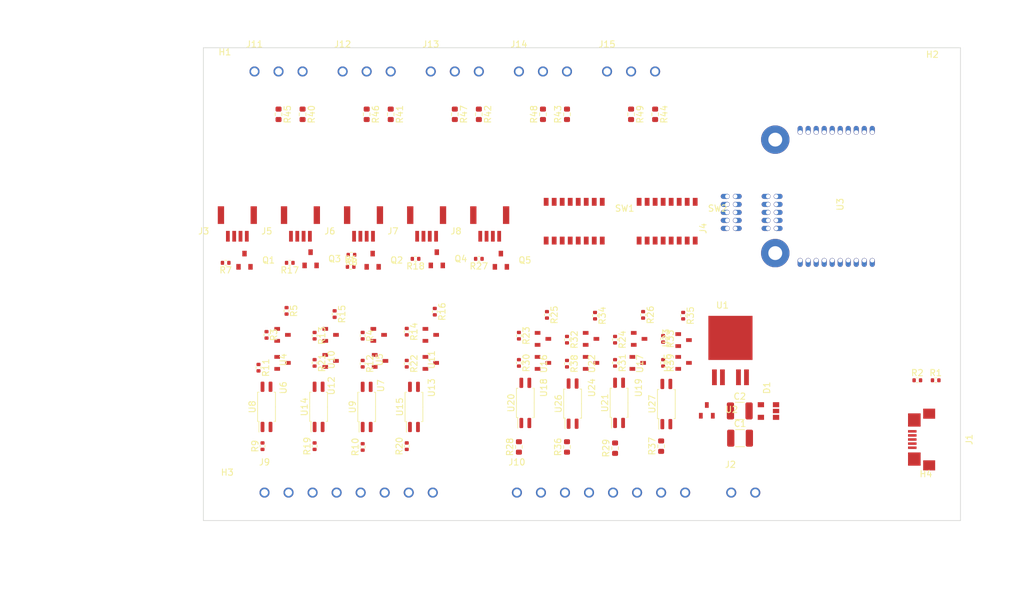
<source format=kicad_pcb>
(kicad_pcb (version 20171130) (host pcbnew "(5.1.8-0-10_14)")

  (general
    (thickness 1.6)
    (drawings 10)
    (tracks 0)
    (zones 0)
    (modules 105)
    (nets 87)
  )

  (page A4)
  (layers
    (0 F.Cu signal)
    (31 B.Cu signal)
    (32 B.Adhes user)
    (33 F.Adhes user)
    (34 B.Paste user)
    (35 F.Paste user)
    (36 B.SilkS user)
    (37 F.SilkS user)
    (38 B.Mask user)
    (39 F.Mask user)
    (40 Dwgs.User user)
    (41 Cmts.User user)
    (42 Eco1.User user)
    (43 Eco2.User user)
    (44 Edge.Cuts user)
    (45 Margin user)
    (46 B.CrtYd user)
    (47 F.CrtYd user)
    (48 B.Fab user)
    (49 F.Fab user)
  )

  (setup
    (last_trace_width 0.2)
    (user_trace_width 0.35)
    (user_trace_width 0.5)
    (user_trace_width 1)
    (trace_clearance 0.13)
    (zone_clearance 0.508)
    (zone_45_only no)
    (trace_min 0.2)
    (via_size 0.6)
    (via_drill 0.3)
    (via_min_size 0.4)
    (via_min_drill 0.3)
    (uvia_size 0.3)
    (uvia_drill 0.1)
    (uvias_allowed no)
    (uvia_min_size 0.2)
    (uvia_min_drill 0.1)
    (edge_width 0.1)
    (segment_width 0.2)
    (pcb_text_width 0.3)
    (pcb_text_size 1.5 1.5)
    (mod_edge_width 0.15)
    (mod_text_size 1 1)
    (mod_text_width 0.15)
    (pad_size 0.6 1.7)
    (pad_drill 0)
    (pad_to_mask_clearance 0)
    (aux_axis_origin 0 0)
    (grid_origin 97 114)
    (visible_elements 7FFFFF7F)
    (pcbplotparams
      (layerselection 0x010fc_ffffffff)
      (usegerberextensions false)
      (usegerberattributes false)
      (usegerberadvancedattributes false)
      (creategerberjobfile false)
      (excludeedgelayer true)
      (linewidth 0.100000)
      (plotframeref false)
      (viasonmask false)
      (mode 1)
      (useauxorigin false)
      (hpglpennumber 1)
      (hpglpenspeed 20)
      (hpglpendiameter 15.000000)
      (psnegative false)
      (psa4output false)
      (plotreference true)
      (plotvalue true)
      (plotinvisibletext false)
      (padsonsilk false)
      (subtractmaskfromsilk false)
      (outputformat 1)
      (mirror false)
      (drillshape 0)
      (scaleselection 1)
      (outputdirectory "20200722/"))
  )

  (net 0 "")
  (net 1 +24V)
  (net 2 +5V)
  (net 3 GND)
  (net 4 "Net-(R1-Pad2)")
  (net 5 /0)
  (net 6 /TEST0)
  (net 7 +3V3)
  (net 8 /1)
  (net 9 /TEST1N)
  (net 10 +5VP)
  (net 11 "Net-(J1-Pad3)")
  (net 12 "Net-(J1-Pad2)")
  (net 13 "Net-(U1-Pad5)")
  (net 14 GPIO_2)
  (net 15 LED1)
  (net 16 GPIO_3)
  (net 17 LED2)
  (net 18 GPIO_4)
  (net 19 LED3)
  (net 20 GPIO_5)
  (net 21 LED4)
  (net 22 GPIO_6)
  (net 23 LED5)
  (net 24 PLC4)
  (net 25 PLC3)
  (net 26 PLC2)
  (net 27 PLC1)
  (net 28 PLC8)
  (net 29 PLC7)
  (net 30 PLC6)
  (net 31 PLC5)
  (net 32 "Net-(J11-Pad2)")
  (net 33 "Net-(J12-Pad2)")
  (net 34 "Net-(J13-Pad2)")
  (net 35 "Net-(J14-Pad2)")
  (net 36 "Net-(J15-Pad2)")
  (net 37 "Net-(Q1-Pad1)")
  (net 38 "Net-(Q2-Pad1)")
  (net 39 "Net-(Q3-Pad1)")
  (net 40 "Net-(Q4-Pad1)")
  (net 41 "Net-(Q5-Pad1)")
  (net 42 PLC_OUT_1)
  (net 43 PLC_OUT_3)
  (net 44 "Net-(R9-Pad2)")
  (net 45 "Net-(R10-Pad2)")
  (net 46 PLC_IN_1)
  (net 47 PLC_IN_3)
  (net 48 PLC_OUT_2)
  (net 49 PLC_OUT_4)
  (net 50 "Net-(R19-Pad2)")
  (net 51 "Net-(R20-Pad2)")
  (net 52 PLC_IN_2)
  (net 53 PLC_IN_4)
  (net 54 PLC_OUT_5)
  (net 55 PLC_OUT_7)
  (net 56 "Net-(R26-Pad2)")
  (net 57 "Net-(R28-Pad2)")
  (net 58 "Net-(R29-Pad2)")
  (net 59 PLC_IN_5)
  (net 60 PLC_IN_7)
  (net 61 PLC_OUT_6)
  (net 62 PLC_OUT_8)
  (net 63 "Net-(R34-Pad2)")
  (net 64 "Net-(R35-Pad2)")
  (net 65 "Net-(R36-Pad2)")
  (net 66 "Net-(R37-Pad2)")
  (net 67 PLC_IN_6)
  (net 68 PLC_IN_8)
  (net 69 GPIO_15)
  (net 70 GPIO_16)
  (net 71 GPIO_17)
  (net 72 GPIO_18)
  (net 73 GPIO_19)
  (net 74 GPIO_12)
  (net 75 GPIO_13)
  (net 76 GPIO_7)
  (net 77 GPIO_14)
  (net 78 GPIO_8)
  (net 79 GPIO_9)
  (net 80 GPIO_10)
  (net 81 GPIO_11)
  (net 82 "Net-(Q1-Pad3)")
  (net 83 "Net-(Q2-Pad3)")
  (net 84 "Net-(Q3-Pad3)")
  (net 85 "Net-(Q4-Pad3)")
  (net 86 "Net-(Q5-Pad3)")

  (net_class Default "これはデフォルトのネット クラスです。"
    (clearance 0.13)
    (trace_width 0.2)
    (via_dia 0.6)
    (via_drill 0.3)
    (uvia_dia 0.3)
    (uvia_drill 0.1)
    (add_net +24V)
    (add_net +3V3)
    (add_net +5V)
    (add_net +5VP)
    (add_net /0)
    (add_net /1)
    (add_net /TEST0)
    (add_net /TEST1N)
    (add_net GND)
    (add_net GPIO_10)
    (add_net GPIO_11)
    (add_net GPIO_12)
    (add_net GPIO_13)
    (add_net GPIO_14)
    (add_net GPIO_15)
    (add_net GPIO_16)
    (add_net GPIO_17)
    (add_net GPIO_18)
    (add_net GPIO_19)
    (add_net GPIO_2)
    (add_net GPIO_3)
    (add_net GPIO_4)
    (add_net GPIO_5)
    (add_net GPIO_6)
    (add_net GPIO_7)
    (add_net GPIO_8)
    (add_net GPIO_9)
    (add_net LED1)
    (add_net LED2)
    (add_net LED3)
    (add_net LED4)
    (add_net LED5)
    (add_net "Net-(J1-Pad2)")
    (add_net "Net-(J1-Pad3)")
    (add_net "Net-(J11-Pad2)")
    (add_net "Net-(J12-Pad2)")
    (add_net "Net-(J13-Pad2)")
    (add_net "Net-(J14-Pad2)")
    (add_net "Net-(J15-Pad2)")
    (add_net "Net-(Q1-Pad1)")
    (add_net "Net-(Q1-Pad3)")
    (add_net "Net-(Q2-Pad1)")
    (add_net "Net-(Q2-Pad3)")
    (add_net "Net-(Q3-Pad1)")
    (add_net "Net-(Q3-Pad3)")
    (add_net "Net-(Q4-Pad1)")
    (add_net "Net-(Q4-Pad3)")
    (add_net "Net-(Q5-Pad1)")
    (add_net "Net-(Q5-Pad3)")
    (add_net "Net-(R1-Pad2)")
    (add_net "Net-(R10-Pad2)")
    (add_net "Net-(R19-Pad2)")
    (add_net "Net-(R20-Pad2)")
    (add_net "Net-(R26-Pad2)")
    (add_net "Net-(R28-Pad2)")
    (add_net "Net-(R29-Pad2)")
    (add_net "Net-(R34-Pad2)")
    (add_net "Net-(R35-Pad2)")
    (add_net "Net-(R36-Pad2)")
    (add_net "Net-(R37-Pad2)")
    (add_net "Net-(R9-Pad2)")
    (add_net "Net-(U1-Pad5)")
    (add_net PLC1)
    (add_net PLC2)
    (add_net PLC3)
    (add_net PLC4)
    (add_net PLC5)
    (add_net PLC6)
    (add_net PLC7)
    (add_net PLC8)
    (add_net PLC_IN_1)
    (add_net PLC_IN_2)
    (add_net PLC_IN_3)
    (add_net PLC_IN_4)
    (add_net PLC_IN_5)
    (add_net PLC_IN_6)
    (add_net PLC_IN_7)
    (add_net PLC_IN_8)
    (add_net PLC_OUT_1)
    (add_net PLC_OUT_2)
    (add_net PLC_OUT_3)
    (add_net PLC_OUT_4)
    (add_net PLC_OUT_5)
    (add_net PLC_OUT_6)
    (add_net PLC_OUT_7)
    (add_net PLC_OUT_8)
  )

  (net_class PWR ""
    (clearance 0.4)
    (trace_width 0.5)
    (via_dia 0.6)
    (via_drill 0.3)
    (uvia_dia 0.3)
    (uvia_drill 0.1)
  )

  (module Resistor_SMD:R_0402_1005Metric (layer F.Cu) (tedit 5F68FEEE) (tstamp 5FD8D4D3)
    (at 43.66 33.482 180)
    (descr "Resistor SMD 0402 (1005 Metric), square (rectangular) end terminal, IPC_7351 nominal, (Body size source: IPC-SM-782 page 72, https://www.pcb-3d.com/wordpress/wp-content/uploads/ipc-sm-782a_amendment_1_and_2.pdf), generated with kicad-footprint-generator")
    (tags resistor)
    (path /5FF68E43/5FFB1176)
    (attr smd)
    (fp_text reference R27 (at 0 -1.17) (layer F.SilkS)
      (effects (font (size 1 1) (thickness 0.15)))
    )
    (fp_text value 1k (at 0 1.17) (layer F.Fab)
      (effects (font (size 1 1) (thickness 0.15)))
    )
    (fp_line (start 0.93 0.47) (end -0.93 0.47) (layer F.CrtYd) (width 0.05))
    (fp_line (start 0.93 -0.47) (end 0.93 0.47) (layer F.CrtYd) (width 0.05))
    (fp_line (start -0.93 -0.47) (end 0.93 -0.47) (layer F.CrtYd) (width 0.05))
    (fp_line (start -0.93 0.47) (end -0.93 -0.47) (layer F.CrtYd) (width 0.05))
    (fp_line (start -0.153641 0.38) (end 0.153641 0.38) (layer F.SilkS) (width 0.12))
    (fp_line (start -0.153641 -0.38) (end 0.153641 -0.38) (layer F.SilkS) (width 0.12))
    (fp_line (start 0.525 0.27) (end -0.525 0.27) (layer F.Fab) (width 0.1))
    (fp_line (start 0.525 -0.27) (end 0.525 0.27) (layer F.Fab) (width 0.1))
    (fp_line (start -0.525 -0.27) (end 0.525 -0.27) (layer F.Fab) (width 0.1))
    (fp_line (start -0.525 0.27) (end -0.525 -0.27) (layer F.Fab) (width 0.1))
    (fp_text user %R (at 0 0) (layer F.Fab)
      (effects (font (size 0.26 0.26) (thickness 0.04)))
    )
    (pad 2 smd roundrect (at 0.51 0 180) (size 0.54 0.64) (layers F.Cu F.Paste F.Mask) (roundrect_rratio 0.25)
      (net 23 LED5))
    (pad 1 smd roundrect (at -0.51 0 180) (size 0.54 0.64) (layers F.Cu F.Paste F.Mask) (roundrect_rratio 0.25)
      (net 86 "Net-(Q5-Pad3)"))
    (model ${KISYS3DMOD}/Resistor_SMD.3dshapes/R_0402_1005Metric.wrl
      (at (xyz 0 0 0))
      (scale (xyz 1 1 1))
      (rotate (xyz 0 0 0))
    )
  )

  (module Resistor_SMD:R_0402_1005Metric (layer F.Cu) (tedit 5F68FEEE) (tstamp 5FD8BCA4)
    (at 50.01 49.992 270)
    (descr "Resistor SMD 0402 (1005 Metric), square (rectangular) end terminal, IPC_7351 nominal, (Body size source: IPC-SM-782 page 72, https://www.pcb-3d.com/wordpress/wp-content/uploads/ipc-sm-782a_amendment_1_and_2.pdf), generated with kicad-footprint-generator")
    (tags resistor)
    (path /5FF68E43/5FFB11AE)
    (attr smd)
    (fp_text reference R30 (at 0 -1.17 90) (layer F.SilkS)
      (effects (font (size 1 1) (thickness 0.15)))
    )
    (fp_text value 1.3k (at 0 1.17 90) (layer F.Fab)
      (effects (font (size 1 1) (thickness 0.15)))
    )
    (fp_line (start 0.93 0.47) (end -0.93 0.47) (layer F.CrtYd) (width 0.05))
    (fp_line (start 0.93 -0.47) (end 0.93 0.47) (layer F.CrtYd) (width 0.05))
    (fp_line (start -0.93 -0.47) (end 0.93 -0.47) (layer F.CrtYd) (width 0.05))
    (fp_line (start -0.93 0.47) (end -0.93 -0.47) (layer F.CrtYd) (width 0.05))
    (fp_line (start -0.153641 0.38) (end 0.153641 0.38) (layer F.SilkS) (width 0.12))
    (fp_line (start -0.153641 -0.38) (end 0.153641 -0.38) (layer F.SilkS) (width 0.12))
    (fp_line (start 0.525 0.27) (end -0.525 0.27) (layer F.Fab) (width 0.1))
    (fp_line (start 0.525 -0.27) (end 0.525 0.27) (layer F.Fab) (width 0.1))
    (fp_line (start -0.525 -0.27) (end 0.525 -0.27) (layer F.Fab) (width 0.1))
    (fp_line (start -0.525 0.27) (end -0.525 -0.27) (layer F.Fab) (width 0.1))
    (fp_text user %R (at 0 0 90) (layer F.Fab)
      (effects (font (size 0.26 0.26) (thickness 0.04)))
    )
    (pad 2 smd roundrect (at 0.51 0 270) (size 0.54 0.64) (layers F.Cu F.Paste F.Mask) (roundrect_rratio 0.25)
      (net 59 PLC_IN_5))
    (pad 1 smd roundrect (at -0.51 0 270) (size 0.54 0.64) (layers F.Cu F.Paste F.Mask) (roundrect_rratio 0.25)
      (net 7 +3V3))
    (model ${KISYS3DMOD}/Resistor_SMD.3dshapes/R_0402_1005Metric.wrl
      (at (xyz 0 0 0))
      (scale (xyz 1 1 1))
      (rotate (xyz 0 0 0))
    )
  )

  (module Resistor_SMD:R_0402_1005Metric (layer F.Cu) (tedit 5F68FEEE) (tstamp 5FD8A392)
    (at 65.25 49.992 270)
    (descr "Resistor SMD 0402 (1005 Metric), square (rectangular) end terminal, IPC_7351 nominal, (Body size source: IPC-SM-782 page 72, https://www.pcb-3d.com/wordpress/wp-content/uploads/ipc-sm-782a_amendment_1_and_2.pdf), generated with kicad-footprint-generator")
    (tags resistor)
    (path /5FF68E43/5FFB1244)
    (attr smd)
    (fp_text reference R31 (at 0 -1.17 90) (layer F.SilkS)
      (effects (font (size 1 1) (thickness 0.15)))
    )
    (fp_text value 1.3k (at 0 1.17 90) (layer F.Fab)
      (effects (font (size 1 1) (thickness 0.15)))
    )
    (fp_line (start 0.93 0.47) (end -0.93 0.47) (layer F.CrtYd) (width 0.05))
    (fp_line (start 0.93 -0.47) (end 0.93 0.47) (layer F.CrtYd) (width 0.05))
    (fp_line (start -0.93 -0.47) (end 0.93 -0.47) (layer F.CrtYd) (width 0.05))
    (fp_line (start -0.93 0.47) (end -0.93 -0.47) (layer F.CrtYd) (width 0.05))
    (fp_line (start -0.153641 0.38) (end 0.153641 0.38) (layer F.SilkS) (width 0.12))
    (fp_line (start -0.153641 -0.38) (end 0.153641 -0.38) (layer F.SilkS) (width 0.12))
    (fp_line (start 0.525 0.27) (end -0.525 0.27) (layer F.Fab) (width 0.1))
    (fp_line (start 0.525 -0.27) (end 0.525 0.27) (layer F.Fab) (width 0.1))
    (fp_line (start -0.525 -0.27) (end 0.525 -0.27) (layer F.Fab) (width 0.1))
    (fp_line (start -0.525 0.27) (end -0.525 -0.27) (layer F.Fab) (width 0.1))
    (fp_text user %R (at 0 0 90) (layer F.Fab)
      (effects (font (size 0.26 0.26) (thickness 0.04)))
    )
    (pad 2 smd roundrect (at 0.51 0 270) (size 0.54 0.64) (layers F.Cu F.Paste F.Mask) (roundrect_rratio 0.25)
      (net 60 PLC_IN_7))
    (pad 1 smd roundrect (at -0.51 0 270) (size 0.54 0.64) (layers F.Cu F.Paste F.Mask) (roundrect_rratio 0.25)
      (net 7 +3V3))
    (model ${KISYS3DMOD}/Resistor_SMD.3dshapes/R_0402_1005Metric.wrl
      (at (xyz 0 0 0))
      (scale (xyz 1 1 1))
      (rotate (xyz 0 0 0))
    )
  )

  (module Resistor_SMD:R_0402_1005Metric (layer F.Cu) (tedit 5F68FEEE) (tstamp 5FD890C5)
    (at 57.63 50.117 270)
    (descr "Resistor SMD 0402 (1005 Metric), square (rectangular) end terminal, IPC_7351 nominal, (Body size source: IPC-SM-782 page 72, https://www.pcb-3d.com/wordpress/wp-content/uploads/ipc-sm-782a_amendment_1_and_2.pdf), generated with kicad-footprint-generator")
    (tags resistor)
    (path /5FF68E43/5FFB12DA)
    (attr smd)
    (fp_text reference R38 (at 0 -1.17 90) (layer F.SilkS)
      (effects (font (size 1 1) (thickness 0.15)))
    )
    (fp_text value 1.3k (at 0 1.17 90) (layer F.Fab)
      (effects (font (size 1 1) (thickness 0.15)))
    )
    (fp_line (start 0.93 0.47) (end -0.93 0.47) (layer F.CrtYd) (width 0.05))
    (fp_line (start 0.93 -0.47) (end 0.93 0.47) (layer F.CrtYd) (width 0.05))
    (fp_line (start -0.93 -0.47) (end 0.93 -0.47) (layer F.CrtYd) (width 0.05))
    (fp_line (start -0.93 0.47) (end -0.93 -0.47) (layer F.CrtYd) (width 0.05))
    (fp_line (start -0.153641 0.38) (end 0.153641 0.38) (layer F.SilkS) (width 0.12))
    (fp_line (start -0.153641 -0.38) (end 0.153641 -0.38) (layer F.SilkS) (width 0.12))
    (fp_line (start 0.525 0.27) (end -0.525 0.27) (layer F.Fab) (width 0.1))
    (fp_line (start 0.525 -0.27) (end 0.525 0.27) (layer F.Fab) (width 0.1))
    (fp_line (start -0.525 -0.27) (end 0.525 -0.27) (layer F.Fab) (width 0.1))
    (fp_line (start -0.525 0.27) (end -0.525 -0.27) (layer F.Fab) (width 0.1))
    (fp_text user %R (at 0 0 90) (layer F.Fab)
      (effects (font (size 0.26 0.26) (thickness 0.04)))
    )
    (pad 2 smd roundrect (at 0.51 0 270) (size 0.54 0.64) (layers F.Cu F.Paste F.Mask) (roundrect_rratio 0.25)
      (net 67 PLC_IN_6))
    (pad 1 smd roundrect (at -0.51 0 270) (size 0.54 0.64) (layers F.Cu F.Paste F.Mask) (roundrect_rratio 0.25)
      (net 7 +3V3))
    (model ${KISYS3DMOD}/Resistor_SMD.3dshapes/R_0402_1005Metric.wrl
      (at (xyz 0 0 0))
      (scale (xyz 1 1 1))
      (rotate (xyz 0 0 0))
    )
  )

  (module Resistor_SMD:R_0402_1005Metric (layer F.Cu) (tedit 5F68FEEE) (tstamp 5FD889DC)
    (at 57.63 46.307 270)
    (descr "Resistor SMD 0402 (1005 Metric), square (rectangular) end terminal, IPC_7351 nominal, (Body size source: IPC-SM-782 page 72, https://www.pcb-3d.com/wordpress/wp-content/uploads/ipc-sm-782a_amendment_1_and_2.pdf), generated with kicad-footprint-generator")
    (tags resistor)
    (path /5FF68E43/5FFB12C1)
    (attr smd)
    (fp_text reference R32 (at 0 -1.17 90) (layer F.SilkS)
      (effects (font (size 1 1) (thickness 0.15)))
    )
    (fp_text value 100k (at 0 1.17 90) (layer F.Fab)
      (effects (font (size 1 1) (thickness 0.15)))
    )
    (fp_line (start 0.93 0.47) (end -0.93 0.47) (layer F.CrtYd) (width 0.05))
    (fp_line (start 0.93 -0.47) (end 0.93 0.47) (layer F.CrtYd) (width 0.05))
    (fp_line (start -0.93 -0.47) (end 0.93 -0.47) (layer F.CrtYd) (width 0.05))
    (fp_line (start -0.93 0.47) (end -0.93 -0.47) (layer F.CrtYd) (width 0.05))
    (fp_line (start -0.153641 0.38) (end 0.153641 0.38) (layer F.SilkS) (width 0.12))
    (fp_line (start -0.153641 -0.38) (end 0.153641 -0.38) (layer F.SilkS) (width 0.12))
    (fp_line (start 0.525 0.27) (end -0.525 0.27) (layer F.Fab) (width 0.1))
    (fp_line (start 0.525 -0.27) (end 0.525 0.27) (layer F.Fab) (width 0.1))
    (fp_line (start -0.525 -0.27) (end 0.525 -0.27) (layer F.Fab) (width 0.1))
    (fp_line (start -0.525 0.27) (end -0.525 -0.27) (layer F.Fab) (width 0.1))
    (fp_text user %R (at 0 0 90) (layer F.Fab)
      (effects (font (size 0.26 0.26) (thickness 0.04)))
    )
    (pad 2 smd roundrect (at 0.51 0 270) (size 0.54 0.64) (layers F.Cu F.Paste F.Mask) (roundrect_rratio 0.25)
      (net 3 GND))
    (pad 1 smd roundrect (at -0.51 0 270) (size 0.54 0.64) (layers F.Cu F.Paste F.Mask) (roundrect_rratio 0.25)
      (net 61 PLC_OUT_6))
    (model ${KISYS3DMOD}/Resistor_SMD.3dshapes/R_0402_1005Metric.wrl
      (at (xyz 0 0 0))
      (scale (xyz 1 1 1))
      (rotate (xyz 0 0 0))
    )
  )

  (module Resistor_SMD:R_0402_1005Metric (layer F.Cu) (tedit 5F68FEEE) (tstamp 5FD871FF)
    (at 72.87 49.992 270)
    (descr "Resistor SMD 0402 (1005 Metric), square (rectangular) end terminal, IPC_7351 nominal, (Body size source: IPC-SM-782 page 72, https://www.pcb-3d.com/wordpress/wp-content/uploads/ipc-sm-782a_amendment_1_and_2.pdf), generated with kicad-footprint-generator")
    (tags resistor)
    (path /5FF68E43/5FFB1370)
    (attr smd)
    (fp_text reference R39 (at 0 -1.17 90) (layer F.SilkS)
      (effects (font (size 1 1) (thickness 0.15)))
    )
    (fp_text value 1.3k (at 0 1.17 90) (layer F.Fab)
      (effects (font (size 1 1) (thickness 0.15)))
    )
    (fp_line (start 0.93 0.47) (end -0.93 0.47) (layer F.CrtYd) (width 0.05))
    (fp_line (start 0.93 -0.47) (end 0.93 0.47) (layer F.CrtYd) (width 0.05))
    (fp_line (start -0.93 -0.47) (end 0.93 -0.47) (layer F.CrtYd) (width 0.05))
    (fp_line (start -0.93 0.47) (end -0.93 -0.47) (layer F.CrtYd) (width 0.05))
    (fp_line (start -0.153641 0.38) (end 0.153641 0.38) (layer F.SilkS) (width 0.12))
    (fp_line (start -0.153641 -0.38) (end 0.153641 -0.38) (layer F.SilkS) (width 0.12))
    (fp_line (start 0.525 0.27) (end -0.525 0.27) (layer F.Fab) (width 0.1))
    (fp_line (start 0.525 -0.27) (end 0.525 0.27) (layer F.Fab) (width 0.1))
    (fp_line (start -0.525 -0.27) (end 0.525 -0.27) (layer F.Fab) (width 0.1))
    (fp_line (start -0.525 0.27) (end -0.525 -0.27) (layer F.Fab) (width 0.1))
    (fp_text user %R (at 0 0 90) (layer F.Fab)
      (effects (font (size 0.26 0.26) (thickness 0.04)))
    )
    (pad 2 smd roundrect (at 0.51 0 270) (size 0.54 0.64) (layers F.Cu F.Paste F.Mask) (roundrect_rratio 0.25)
      (net 68 PLC_IN_8))
    (pad 1 smd roundrect (at -0.51 0 270) (size 0.54 0.64) (layers F.Cu F.Paste F.Mask) (roundrect_rratio 0.25)
      (net 7 +3V3))
    (model ${KISYS3DMOD}/Resistor_SMD.3dshapes/R_0402_1005Metric.wrl
      (at (xyz 0 0 0))
      (scale (xyz 1 1 1))
      (rotate (xyz 0 0 0))
    )
  )

  (module Resistor_SMD:R_0402_1005Metric (layer F.Cu) (tedit 5F68FEEE) (tstamp 5FD858B1)
    (at 72.87 46.182 270)
    (descr "Resistor SMD 0402 (1005 Metric), square (rectangular) end terminal, IPC_7351 nominal, (Body size source: IPC-SM-782 page 72, https://www.pcb-3d.com/wordpress/wp-content/uploads/ipc-sm-782a_amendment_1_and_2.pdf), generated with kicad-footprint-generator")
    (tags resistor)
    (path /5FF68E43/5FFB1357)
    (attr smd)
    (fp_text reference R33 (at 0 -1.17 90) (layer F.SilkS)
      (effects (font (size 1 1) (thickness 0.15)))
    )
    (fp_text value 100k (at 0 1.17 90) (layer F.Fab)
      (effects (font (size 1 1) (thickness 0.15)))
    )
    (fp_line (start 0.93 0.47) (end -0.93 0.47) (layer F.CrtYd) (width 0.05))
    (fp_line (start 0.93 -0.47) (end 0.93 0.47) (layer F.CrtYd) (width 0.05))
    (fp_line (start -0.93 -0.47) (end 0.93 -0.47) (layer F.CrtYd) (width 0.05))
    (fp_line (start -0.93 0.47) (end -0.93 -0.47) (layer F.CrtYd) (width 0.05))
    (fp_line (start -0.153641 0.38) (end 0.153641 0.38) (layer F.SilkS) (width 0.12))
    (fp_line (start -0.153641 -0.38) (end 0.153641 -0.38) (layer F.SilkS) (width 0.12))
    (fp_line (start 0.525 0.27) (end -0.525 0.27) (layer F.Fab) (width 0.1))
    (fp_line (start 0.525 -0.27) (end 0.525 0.27) (layer F.Fab) (width 0.1))
    (fp_line (start -0.525 -0.27) (end 0.525 -0.27) (layer F.Fab) (width 0.1))
    (fp_line (start -0.525 0.27) (end -0.525 -0.27) (layer F.Fab) (width 0.1))
    (fp_text user %R (at 0 0 90) (layer F.Fab)
      (effects (font (size 0.26 0.26) (thickness 0.04)))
    )
    (pad 2 smd roundrect (at 0.51 0 270) (size 0.54 0.64) (layers F.Cu F.Paste F.Mask) (roundrect_rratio 0.25)
      (net 3 GND))
    (pad 1 smd roundrect (at -0.51 0 270) (size 0.54 0.64) (layers F.Cu F.Paste F.Mask) (roundrect_rratio 0.25)
      (net 62 PLC_OUT_8))
    (model ${KISYS3DMOD}/Resistor_SMD.3dshapes/R_0402_1005Metric.wrl
      (at (xyz 0 0 0))
      (scale (xyz 1 1 1))
      (rotate (xyz 0 0 0))
    )
  )

  (module Resistor_SMD:R_0402_1005Metric (layer F.Cu) (tedit 5F68FEEE) (tstamp 5FD83F9C)
    (at 76.045 42.497 270)
    (descr "Resistor SMD 0402 (1005 Metric), square (rectangular) end terminal, IPC_7351 nominal, (Body size source: IPC-SM-782 page 72, https://www.pcb-3d.com/wordpress/wp-content/uploads/ipc-sm-782a_amendment_1_and_2.pdf), generated with kicad-footprint-generator")
    (tags resistor)
    (path /5FF68E43/5FFB1332)
    (attr smd)
    (fp_text reference R35 (at 0 -1.17 90) (layer F.SilkS)
      (effects (font (size 1 1) (thickness 0.15)))
    )
    (fp_text value 100k (at 0 1.17 90) (layer F.Fab)
      (effects (font (size 1 1) (thickness 0.15)))
    )
    (fp_line (start 0.93 0.47) (end -0.93 0.47) (layer F.CrtYd) (width 0.05))
    (fp_line (start 0.93 -0.47) (end 0.93 0.47) (layer F.CrtYd) (width 0.05))
    (fp_line (start -0.93 -0.47) (end 0.93 -0.47) (layer F.CrtYd) (width 0.05))
    (fp_line (start -0.93 0.47) (end -0.93 -0.47) (layer F.CrtYd) (width 0.05))
    (fp_line (start -0.153641 0.38) (end 0.153641 0.38) (layer F.SilkS) (width 0.12))
    (fp_line (start -0.153641 -0.38) (end 0.153641 -0.38) (layer F.SilkS) (width 0.12))
    (fp_line (start 0.525 0.27) (end -0.525 0.27) (layer F.Fab) (width 0.1))
    (fp_line (start 0.525 -0.27) (end 0.525 0.27) (layer F.Fab) (width 0.1))
    (fp_line (start -0.525 -0.27) (end 0.525 -0.27) (layer F.Fab) (width 0.1))
    (fp_line (start -0.525 0.27) (end -0.525 -0.27) (layer F.Fab) (width 0.1))
    (fp_text user %R (at 0 0 90) (layer F.Fab)
      (effects (font (size 0.26 0.26) (thickness 0.04)))
    )
    (pad 2 smd roundrect (at 0.51 0 270) (size 0.54 0.64) (layers F.Cu F.Paste F.Mask) (roundrect_rratio 0.25)
      (net 64 "Net-(R35-Pad2)"))
    (pad 1 smd roundrect (at -0.51 0 270) (size 0.54 0.64) (layers F.Cu F.Paste F.Mask) (roundrect_rratio 0.25)
      (net 2 +5V))
    (model ${KISYS3DMOD}/Resistor_SMD.3dshapes/R_0402_1005Metric.wrl
      (at (xyz 0 0 0))
      (scale (xyz 1 1 1))
      (rotate (xyz 0 0 0))
    )
  )

  (module Resistor_SMD:R_0402_1005Metric (layer F.Cu) (tedit 5F68FEEE) (tstamp 5FD83F8B)
    (at 62.075 42.497 270)
    (descr "Resistor SMD 0402 (1005 Metric), square (rectangular) end terminal, IPC_7351 nominal, (Body size source: IPC-SM-782 page 72, https://www.pcb-3d.com/wordpress/wp-content/uploads/ipc-sm-782a_amendment_1_and_2.pdf), generated with kicad-footprint-generator")
    (tags resistor)
    (path /5FF68E43/5FFB129C)
    (attr smd)
    (fp_text reference R34 (at 0 -1.17 90) (layer F.SilkS)
      (effects (font (size 1 1) (thickness 0.15)))
    )
    (fp_text value 100k (at 0 1.17 90) (layer F.Fab)
      (effects (font (size 1 1) (thickness 0.15)))
    )
    (fp_line (start 0.93 0.47) (end -0.93 0.47) (layer F.CrtYd) (width 0.05))
    (fp_line (start 0.93 -0.47) (end 0.93 0.47) (layer F.CrtYd) (width 0.05))
    (fp_line (start -0.93 -0.47) (end 0.93 -0.47) (layer F.CrtYd) (width 0.05))
    (fp_line (start -0.93 0.47) (end -0.93 -0.47) (layer F.CrtYd) (width 0.05))
    (fp_line (start -0.153641 0.38) (end 0.153641 0.38) (layer F.SilkS) (width 0.12))
    (fp_line (start -0.153641 -0.38) (end 0.153641 -0.38) (layer F.SilkS) (width 0.12))
    (fp_line (start 0.525 0.27) (end -0.525 0.27) (layer F.Fab) (width 0.1))
    (fp_line (start 0.525 -0.27) (end 0.525 0.27) (layer F.Fab) (width 0.1))
    (fp_line (start -0.525 -0.27) (end 0.525 -0.27) (layer F.Fab) (width 0.1))
    (fp_line (start -0.525 0.27) (end -0.525 -0.27) (layer F.Fab) (width 0.1))
    (fp_text user %R (at 0 0 90) (layer F.Fab)
      (effects (font (size 0.26 0.26) (thickness 0.04)))
    )
    (pad 2 smd roundrect (at 0.51 0 270) (size 0.54 0.64) (layers F.Cu F.Paste F.Mask) (roundrect_rratio 0.25)
      (net 63 "Net-(R34-Pad2)"))
    (pad 1 smd roundrect (at -0.51 0 270) (size 0.54 0.64) (layers F.Cu F.Paste F.Mask) (roundrect_rratio 0.25)
      (net 2 +5V))
    (model ${KISYS3DMOD}/Resistor_SMD.3dshapes/R_0402_1005Metric.wrl
      (at (xyz 0 0 0))
      (scale (xyz 1 1 1))
      (rotate (xyz 0 0 0))
    )
  )

  (module Resistor_SMD:R_0402_1005Metric (layer F.Cu) (tedit 5F68FEEE) (tstamp 5FD83E9A)
    (at 69.695 42.372 270)
    (descr "Resistor SMD 0402 (1005 Metric), square (rectangular) end terminal, IPC_7351 nominal, (Body size source: IPC-SM-782 page 72, https://www.pcb-3d.com/wordpress/wp-content/uploads/ipc-sm-782a_amendment_1_and_2.pdf), generated with kicad-footprint-generator")
    (tags resistor)
    (path /5FF68E43/5FFB1206)
    (attr smd)
    (fp_text reference R26 (at 0 -1.17 90) (layer F.SilkS)
      (effects (font (size 1 1) (thickness 0.15)))
    )
    (fp_text value 100k (at 0 1.17 90) (layer F.Fab)
      (effects (font (size 1 1) (thickness 0.15)))
    )
    (fp_line (start 0.93 0.47) (end -0.93 0.47) (layer F.CrtYd) (width 0.05))
    (fp_line (start 0.93 -0.47) (end 0.93 0.47) (layer F.CrtYd) (width 0.05))
    (fp_line (start -0.93 -0.47) (end 0.93 -0.47) (layer F.CrtYd) (width 0.05))
    (fp_line (start -0.93 0.47) (end -0.93 -0.47) (layer F.CrtYd) (width 0.05))
    (fp_line (start -0.153641 0.38) (end 0.153641 0.38) (layer F.SilkS) (width 0.12))
    (fp_line (start -0.153641 -0.38) (end 0.153641 -0.38) (layer F.SilkS) (width 0.12))
    (fp_line (start 0.525 0.27) (end -0.525 0.27) (layer F.Fab) (width 0.1))
    (fp_line (start 0.525 -0.27) (end 0.525 0.27) (layer F.Fab) (width 0.1))
    (fp_line (start -0.525 -0.27) (end 0.525 -0.27) (layer F.Fab) (width 0.1))
    (fp_line (start -0.525 0.27) (end -0.525 -0.27) (layer F.Fab) (width 0.1))
    (fp_text user %R (at 0 0 90) (layer F.Fab)
      (effects (font (size 0.26 0.26) (thickness 0.04)))
    )
    (pad 2 smd roundrect (at 0.51 0 270) (size 0.54 0.64) (layers F.Cu F.Paste F.Mask) (roundrect_rratio 0.25)
      (net 56 "Net-(R26-Pad2)"))
    (pad 1 smd roundrect (at -0.51 0 270) (size 0.54 0.64) (layers F.Cu F.Paste F.Mask) (roundrect_rratio 0.25)
      (net 2 +5V))
    (model ${KISYS3DMOD}/Resistor_SMD.3dshapes/R_0402_1005Metric.wrl
      (at (xyz 0 0 0))
      (scale (xyz 1 1 1))
      (rotate (xyz 0 0 0))
    )
  )

  (module ROHM:SOT-23 (layer F.Cu) (tedit 5FD6A17A) (tstamp 5FD7F1BF)
    (at 36.04 45.547 270)
    (path /5FE37108/5FF5F356)
    (attr smd)
    (fp_text reference U11 (at 3.937 -0.127 90) (layer F.SilkS)
      (effects (font (size 1 1) (thickness 0.15)))
    )
    (fp_text value RK7002BMT-116 (at 0.254 2.413 90) (layer F.Fab)
      (effects (font (size 1 1) (thickness 0.15)))
    )
    (fp_line (start -1.45 0.675) (end -1.45 -0.675) (layer F.Fab) (width 0.12))
    (fp_line (start 1.45 0.675) (end -1.45 0.675) (layer F.Fab) (width 0.12))
    (fp_line (start 1.45 -0.675) (end 1.45 0.675) (layer F.Fab) (width 0.12))
    (fp_line (start -1.45 -0.675) (end 1.45 -0.675) (layer F.Fab) (width 0.12))
    (pad 3 smd rect (at 0 -0.85 270) (size 0.6 0.9) (layers F.Cu F.Paste F.Mask)
      (net 40 "Net-(Q4-Pad1)"))
    (pad 2 smd rect (at 0.95 0.85 270) (size 0.6 0.9) (layers F.Cu F.Paste F.Mask)
      (net 3 GND))
    (pad 1 smd rect (at -0.95 0.85 270) (size 0.6 0.9) (layers F.Cu F.Paste F.Mask)
      (net 49 PLC_OUT_4))
  )

  (module ROHM:SOT-23 (layer F.Cu) (tedit 5FD6A17A) (tstamp 5FD7D8EF)
    (at 20.165 49.677 270)
    (path /5FE37108/5FF49100)
    (attr smd)
    (fp_text reference U12 (at 3.937 -0.127 90) (layer F.SilkS)
      (effects (font (size 1 1) (thickness 0.15)))
    )
    (fp_text value RK7002BMT-116 (at 0.254 2.413 90) (layer F.Fab)
      (effects (font (size 1 1) (thickness 0.15)))
    )
    (fp_line (start -1.45 0.675) (end -1.45 -0.675) (layer F.Fab) (width 0.12))
    (fp_line (start 1.45 0.675) (end -1.45 0.675) (layer F.Fab) (width 0.12))
    (fp_line (start 1.45 -0.675) (end 1.45 0.675) (layer F.Fab) (width 0.12))
    (fp_line (start -1.45 -0.675) (end 1.45 -0.675) (layer F.Fab) (width 0.12))
    (pad 3 smd rect (at 0 -0.85 270) (size 0.6 0.9) (layers F.Cu F.Paste F.Mask)
      (net 26 PLC2))
    (pad 2 smd rect (at 0.95 0.85 270) (size 0.6 0.9) (layers F.Cu F.Paste F.Mask)
      (net 3 GND))
    (pad 1 smd rect (at -0.95 0.85 270) (size 0.6 0.9) (layers F.Cu F.Paste F.Mask)
      (net 48 PLC_OUT_2))
  )

  (module ROHM:SOT-23 (layer F.Cu) (tedit 5FD6A17A) (tstamp 5FD7D8D8)
    (at 20.165 45.547 270)
    (path /5FE37108/5FF4909E)
    (attr smd)
    (fp_text reference U10 (at 3.937 -0.127 90) (layer F.SilkS)
      (effects (font (size 1 1) (thickness 0.15)))
    )
    (fp_text value RK7002BMT-116 (at 0.254 2.413 90) (layer F.Fab)
      (effects (font (size 1 1) (thickness 0.15)))
    )
    (fp_line (start -1.45 0.675) (end -1.45 -0.675) (layer F.Fab) (width 0.12))
    (fp_line (start 1.45 0.675) (end -1.45 0.675) (layer F.Fab) (width 0.12))
    (fp_line (start 1.45 -0.675) (end 1.45 0.675) (layer F.Fab) (width 0.12))
    (fp_line (start -1.45 -0.675) (end 1.45 -0.675) (layer F.Fab) (width 0.12))
    (pad 3 smd rect (at 0 -0.85 270) (size 0.6 0.9) (layers F.Cu F.Paste F.Mask)
      (net 39 "Net-(Q3-Pad1)"))
    (pad 2 smd rect (at 0.95 0.85 270) (size 0.6 0.9) (layers F.Cu F.Paste F.Mask)
      (net 3 GND))
    (pad 1 smd rect (at -0.95 0.85 270) (size 0.6 0.9) (layers F.Cu F.Paste F.Mask)
      (net 48 PLC_OUT_2))
  )

  (module ROHM:SOT-23 (layer F.Cu) (tedit 5FD6A17A) (tstamp 5FD7BF89)
    (at 12.545 45.547 270)
    (path /5FE37108/5FE9A51D)
    (attr smd)
    (fp_text reference U4 (at 3.937 -0.127 90) (layer F.SilkS)
      (effects (font (size 1 1) (thickness 0.15)))
    )
    (fp_text value RK7002BMT-116 (at 0.254 2.413 90) (layer F.Fab)
      (effects (font (size 1 1) (thickness 0.15)))
    )
    (fp_line (start -1.45 0.675) (end -1.45 -0.675) (layer F.Fab) (width 0.12))
    (fp_line (start 1.45 0.675) (end -1.45 0.675) (layer F.Fab) (width 0.12))
    (fp_line (start 1.45 -0.675) (end 1.45 0.675) (layer F.Fab) (width 0.12))
    (fp_line (start -1.45 -0.675) (end 1.45 -0.675) (layer F.Fab) (width 0.12))
    (pad 3 smd rect (at 0 -0.85 270) (size 0.6 0.9) (layers F.Cu F.Paste F.Mask)
      (net 37 "Net-(Q1-Pad1)"))
    (pad 2 smd rect (at 0.95 0.85 270) (size 0.6 0.9) (layers F.Cu F.Paste F.Mask)
      (net 3 GND))
    (pad 1 smd rect (at -0.95 0.85 270) (size 0.6 0.9) (layers F.Cu F.Paste F.Mask)
      (net 42 PLC_OUT_1))
  )

  (module ROHM:SOT-23 (layer F.Cu) (tedit 5FD6A17A) (tstamp 5FD7A72D)
    (at 27.785 45.547 270)
    (path /5FE37108/5FF2F5E5)
    (attr smd)
    (fp_text reference U5 (at 3.937 -0.127 90) (layer F.SilkS)
      (effects (font (size 1 1) (thickness 0.15)))
    )
    (fp_text value RK7002BMT-116 (at 0.254 2.413 90) (layer F.Fab)
      (effects (font (size 1 1) (thickness 0.15)))
    )
    (fp_line (start -1.45 0.675) (end -1.45 -0.675) (layer F.Fab) (width 0.12))
    (fp_line (start 1.45 0.675) (end -1.45 0.675) (layer F.Fab) (width 0.12))
    (fp_line (start 1.45 -0.675) (end 1.45 0.675) (layer F.Fab) (width 0.12))
    (fp_line (start -1.45 -0.675) (end 1.45 -0.675) (layer F.Fab) (width 0.12))
    (pad 3 smd rect (at 0 -0.85 270) (size 0.6 0.9) (layers F.Cu F.Paste F.Mask)
      (net 38 "Net-(Q2-Pad1)"))
    (pad 2 smd rect (at 0.95 0.85 270) (size 0.6 0.9) (layers F.Cu F.Paste F.Mask)
      (net 3 GND))
    (pad 1 smd rect (at -0.95 0.85 270) (size 0.6 0.9) (layers F.Cu F.Paste F.Mask)
      (net 43 PLC_OUT_3))
  )

  (module ROHM:SOT-23 (layer F.Cu) (tedit 5FD6A17A) (tstamp 5FD78FAD)
    (at 36.04 49.992 270)
    (path /5FE37108/5FF5F3B8)
    (attr smd)
    (fp_text reference U13 (at 3.937 -0.127 90) (layer F.SilkS)
      (effects (font (size 1 1) (thickness 0.15)))
    )
    (fp_text value RK7002BMT-116 (at 0.254 2.413 90) (layer F.Fab)
      (effects (font (size 1 1) (thickness 0.15)))
    )
    (fp_line (start -1.45 0.675) (end -1.45 -0.675) (layer F.Fab) (width 0.12))
    (fp_line (start 1.45 0.675) (end -1.45 0.675) (layer F.Fab) (width 0.12))
    (fp_line (start 1.45 -0.675) (end 1.45 0.675) (layer F.Fab) (width 0.12))
    (fp_line (start -1.45 -0.675) (end 1.45 -0.675) (layer F.Fab) (width 0.12))
    (pad 3 smd rect (at 0 -0.85 270) (size 0.6 0.9) (layers F.Cu F.Paste F.Mask)
      (net 24 PLC4))
    (pad 2 smd rect (at 0.95 0.85 270) (size 0.6 0.9) (layers F.Cu F.Paste F.Mask)
      (net 3 GND))
    (pad 1 smd rect (at -0.95 0.85 270) (size 0.6 0.9) (layers F.Cu F.Paste F.Mask)
      (net 49 PLC_OUT_4))
  )

  (module ROHM:SOT-23 (layer F.Cu) (tedit 5FD6A17A) (tstamp 5FD7B364)
    (at 79.794 57.524)
    (path /5DBEDB63)
    (attr smd)
    (fp_text reference U2 (at 3.937 -0.127) (layer F.SilkS)
      (effects (font (size 1 1) (thickness 0.15)))
    )
    (fp_text value RK7002BMT-116 (at 0.254 2.413) (layer F.Fab)
      (effects (font (size 1 1) (thickness 0.15)))
    )
    (fp_line (start -1.45 -0.675) (end 1.45 -0.675) (layer F.Fab) (width 0.12))
    (fp_line (start 1.45 -0.675) (end 1.45 0.675) (layer F.Fab) (width 0.12))
    (fp_line (start 1.45 0.675) (end -1.45 0.675) (layer F.Fab) (width 0.12))
    (fp_line (start -1.45 0.675) (end -1.45 -0.675) (layer F.Fab) (width 0.12))
    (pad 3 smd rect (at 0 -0.85) (size 0.6 0.9) (layers F.Cu F.Paste F.Mask)
      (net 4 "Net-(R1-Pad2)"))
    (pad 2 smd rect (at 0.95 0.85) (size 0.6 0.9) (layers F.Cu F.Paste F.Mask)
      (net 3 GND))
    (pad 1 smd rect (at -0.95 0.85) (size 0.6 0.9) (layers F.Cu F.Paste F.Mask)
      (net 10 +5VP))
  )

  (module ROHM:SOT-25T (layer F.Cu) (tedit 5FD6B0FD) (tstamp 5FD7AAC1)
    (at 89.564 57.628 90)
    (path /5DC26845)
    (attr smd)
    (fp_text reference D1 (at 3.683 -0.254 90) (layer F.SilkS)
      (effects (font (size 1 1) (thickness 0.15)))
    )
    (fp_text value Diodex2_RRE04EA4D (at 0 2.921 90) (layer F.Fab)
      (effects (font (size 1 1) (thickness 0.15)))
    )
    (fp_line (start -1.45 0.8) (end -1.45 -0.8) (layer F.Fab) (width 0.12))
    (fp_line (start 1.45 0.8) (end -1.45 0.8) (layer F.Fab) (width 0.12))
    (fp_line (start 1.45 -0.8) (end 1.45 0.8) (layer F.Fab) (width 0.12))
    (fp_line (start -1.45 -0.8) (end 1.45 -0.8) (layer F.Fab) (width 0.12))
    (pad 5 smd rect (at -1 -1.2 90) (size 0.8 1) (layers F.Cu F.Paste F.Mask)
      (net 1 +24V))
    (pad 4 smd rect (at 1 -1.2 90) (size 0.8 1) (layers F.Cu F.Paste F.Mask)
      (net 2 +5V))
    (pad 3 smd rect (at 1 1.2 90) (size 0.8 1) (layers F.Cu F.Paste F.Mask)
      (net 10 +5VP))
    (pad 1 smd rect (at -1 1.2 90) (size 0.8 1) (layers F.Cu F.Paste F.Mask)
      (net 2 +5V))
    (pad 2 smd rect (at 0 1.2 90) (size 0.7 1) (layers F.Cu F.Paste F.Mask))
  )

  (module ROHM:SOT-23 (layer F.Cu) (tedit 5FD6A17A) (tstamp 5FD7998B)
    (at 53.82 46.182 270)
    (path /5FF68E43/5FFB116A)
    (attr smd)
    (fp_text reference U16 (at 3.937 -0.127 90) (layer F.SilkS)
      (effects (font (size 1 1) (thickness 0.15)))
    )
    (fp_text value RK7002BMT-116 (at 0.254 2.413 90) (layer F.Fab)
      (effects (font (size 1 1) (thickness 0.15)))
    )
    (fp_line (start -1.45 -0.675) (end 1.45 -0.675) (layer F.Fab) (width 0.12))
    (fp_line (start 1.45 -0.675) (end 1.45 0.675) (layer F.Fab) (width 0.12))
    (fp_line (start 1.45 0.675) (end -1.45 0.675) (layer F.Fab) (width 0.12))
    (fp_line (start -1.45 0.675) (end -1.45 -0.675) (layer F.Fab) (width 0.12))
    (pad 3 smd rect (at 0 -0.85 270) (size 0.6 0.9) (layers F.Cu F.Paste F.Mask)
      (net 41 "Net-(Q5-Pad1)"))
    (pad 2 smd rect (at 0.95 0.85 270) (size 0.6 0.9) (layers F.Cu F.Paste F.Mask)
      (net 3 GND))
    (pad 1 smd rect (at -0.95 0.85 270) (size 0.6 0.9) (layers F.Cu F.Paste F.Mask)
      (net 54 PLC_OUT_5))
  )

  (module ROHM:SOT-23 (layer F.Cu) (tedit 5FD6A17A) (tstamp 5FD7BE27)
    (at 28 49.677 270)
    (path /5FE37108/5FF2F647)
    (attr smd)
    (fp_text reference U7 (at 3.937 -0.127 90) (layer F.SilkS)
      (effects (font (size 1 1) (thickness 0.15)))
    )
    (fp_text value RK7002BMT-116 (at 0.254 2.413 90) (layer F.Fab)
      (effects (font (size 1 1) (thickness 0.15)))
    )
    (fp_line (start -1.45 -0.675) (end 1.45 -0.675) (layer F.Fab) (width 0.12))
    (fp_line (start 1.45 -0.675) (end 1.45 0.675) (layer F.Fab) (width 0.12))
    (fp_line (start 1.45 0.675) (end -1.45 0.675) (layer F.Fab) (width 0.12))
    (fp_line (start -1.45 0.675) (end -1.45 -0.675) (layer F.Fab) (width 0.12))
    (pad 3 smd rect (at 0 -0.85 270) (size 0.6 0.9) (layers F.Cu F.Paste F.Mask)
      (net 25 PLC3))
    (pad 2 smd rect (at 0.95 0.85 270) (size 0.6 0.9) (layers F.Cu F.Paste F.Mask)
      (net 3 GND))
    (pad 1 smd rect (at -0.95 0.85 270) (size 0.6 0.9) (layers F.Cu F.Paste F.Mask)
      (net 43 PLC_OUT_3))
  )

  (module ROHM:SOT-23 (layer F.Cu) (tedit 5FD6A17A) (tstamp 5FD77EB8)
    (at 12.545 49.992 270)
    (path /5FE37108/5FE93ECF)
    (attr smd)
    (fp_text reference U6 (at 3.937 -0.127 90) (layer F.SilkS)
      (effects (font (size 1 1) (thickness 0.15)))
    )
    (fp_text value RK7002BMT-116 (at 0.254 2.413 90) (layer F.Fab)
      (effects (font (size 1 1) (thickness 0.15)))
    )
    (fp_line (start -1.45 -0.675) (end 1.45 -0.675) (layer F.Fab) (width 0.12))
    (fp_line (start 1.45 -0.675) (end 1.45 0.675) (layer F.Fab) (width 0.12))
    (fp_line (start 1.45 0.675) (end -1.45 0.675) (layer F.Fab) (width 0.12))
    (fp_line (start -1.45 0.675) (end -1.45 -0.675) (layer F.Fab) (width 0.12))
    (pad 3 smd rect (at 0 -0.85 270) (size 0.6 0.9) (layers F.Cu F.Paste F.Mask)
      (net 27 PLC1))
    (pad 2 smd rect (at 0.95 0.85 270) (size 0.6 0.9) (layers F.Cu F.Paste F.Mask)
      (net 3 GND))
    (pad 1 smd rect (at -0.95 0.85 270) (size 0.6 0.9) (layers F.Cu F.Paste F.Mask)
      (net 42 PLC_OUT_1))
  )

  (module ROHM:SOT-23 (layer F.Cu) (tedit 5FD6A17A) (tstamp 5FD79D33)
    (at 76.1085 49.992 270)
    (path /5FF68E43/5FFB138E)
    (attr smd)
    (fp_text reference U25 (at 0 2.54 90) (layer F.SilkS)
      (effects (font (size 1 1) (thickness 0.15)))
    )
    (fp_text value RK7002BMT-116 (at 0.254 2.413 90) (layer F.Fab)
      (effects (font (size 1 1) (thickness 0.15)))
    )
    (fp_line (start -1.45 -0.675) (end 1.45 -0.675) (layer F.Fab) (width 0.12))
    (fp_line (start 1.45 -0.675) (end 1.45 0.675) (layer F.Fab) (width 0.12))
    (fp_line (start 1.45 0.675) (end -1.45 0.675) (layer F.Fab) (width 0.12))
    (fp_line (start -1.45 0.675) (end -1.45 -0.675) (layer F.Fab) (width 0.12))
    (pad 3 smd rect (at 0 -0.85 270) (size 0.6 0.9) (layers F.Cu F.Paste F.Mask)
      (net 28 PLC8))
    (pad 2 smd rect (at 0.95 0.85 270) (size 0.6 0.9) (layers F.Cu F.Paste F.Mask)
      (net 3 GND))
    (pad 1 smd rect (at -0.95 0.85 270) (size 0.6 0.9) (layers F.Cu F.Paste F.Mask)
      (net 62 PLC_OUT_8))
  )

  (module ROHM:SOT-23 (layer F.Cu) (tedit 5FD6A17A) (tstamp 5FD76429)
    (at 61.44 49.992 270)
    (path /5FF68E43/5FFB12F8)
    (attr smd)
    (fp_text reference U24 (at 3.937 -0.127 90) (layer F.SilkS)
      (effects (font (size 1 1) (thickness 0.15)))
    )
    (fp_text value RK7002BMT-116 (at 0.254 2.413 90) (layer F.Fab)
      (effects (font (size 1 1) (thickness 0.15)))
    )
    (fp_line (start -1.45 -0.675) (end 1.45 -0.675) (layer F.Fab) (width 0.12))
    (fp_line (start 1.45 -0.675) (end 1.45 0.675) (layer F.Fab) (width 0.12))
    (fp_line (start 1.45 0.675) (end -1.45 0.675) (layer F.Fab) (width 0.12))
    (fp_line (start -1.45 0.675) (end -1.45 -0.675) (layer F.Fab) (width 0.12))
    (pad 3 smd rect (at 0 -0.85 270) (size 0.6 0.9) (layers F.Cu F.Paste F.Mask)
      (net 30 PLC6))
    (pad 2 smd rect (at 0.95 0.85 270) (size 0.6 0.9) (layers F.Cu F.Paste F.Mask)
      (net 3 GND))
    (pad 1 smd rect (at -0.95 0.85 270) (size 0.6 0.9) (layers F.Cu F.Paste F.Mask)
      (net 61 PLC_OUT_6))
  )

  (module ROHM:SOT-23 (layer F.Cu) (tedit 5FD6A17A) (tstamp 5FD76549)
    (at 76.1085 46.3725 270)
    (path /5FF68E43/5FFB132C)
    (attr smd)
    (fp_text reference U23 (at -0.32 2.755 90) (layer F.SilkS)
      (effects (font (size 1 1) (thickness 0.15)))
    )
    (fp_text value RK7002BMT-116 (at 0.254 2.413 90) (layer F.Fab)
      (effects (font (size 1 1) (thickness 0.15)))
    )
    (fp_line (start -1.45 -0.675) (end 1.45 -0.675) (layer F.Fab) (width 0.12))
    (fp_line (start 1.45 -0.675) (end 1.45 0.675) (layer F.Fab) (width 0.12))
    (fp_line (start 1.45 0.675) (end -1.45 0.675) (layer F.Fab) (width 0.12))
    (fp_line (start -1.45 0.675) (end -1.45 -0.675) (layer F.Fab) (width 0.12))
    (pad 3 smd rect (at 0 -0.85 270) (size 0.6 0.9) (layers F.Cu F.Paste F.Mask)
      (net 64 "Net-(R35-Pad2)"))
    (pad 2 smd rect (at 0.95 0.85 270) (size 0.6 0.9) (layers F.Cu F.Paste F.Mask)
      (net 3 GND))
    (pad 1 smd rect (at -0.95 0.85 270) (size 0.6 0.9) (layers F.Cu F.Paste F.Mask)
      (net 62 PLC_OUT_8))
  )

  (module ROHM:SOT-23 (layer F.Cu) (tedit 5FD6A17A) (tstamp 5FD76C06)
    (at 61.44 46.182 270)
    (path /5FF68E43/5FFB1296)
    (attr smd)
    (fp_text reference U22 (at 3.937 -0.127 90) (layer F.SilkS)
      (effects (font (size 1 1) (thickness 0.15)))
    )
    (fp_text value RK7002BMT-116 (at 0.254 2.413 90) (layer F.Fab)
      (effects (font (size 1 1) (thickness 0.15)))
    )
    (fp_line (start -1.45 -0.675) (end 1.45 -0.675) (layer F.Fab) (width 0.12))
    (fp_line (start 1.45 -0.675) (end 1.45 0.675) (layer F.Fab) (width 0.12))
    (fp_line (start 1.45 0.675) (end -1.45 0.675) (layer F.Fab) (width 0.12))
    (fp_line (start -1.45 0.675) (end -1.45 -0.675) (layer F.Fab) (width 0.12))
    (pad 3 smd rect (at 0 -0.85 270) (size 0.6 0.9) (layers F.Cu F.Paste F.Mask)
      (net 63 "Net-(R34-Pad2)"))
    (pad 2 smd rect (at 0.95 0.85 270) (size 0.6 0.9) (layers F.Cu F.Paste F.Mask)
      (net 3 GND))
    (pad 1 smd rect (at -0.95 0.85 270) (size 0.6 0.9) (layers F.Cu F.Paste F.Mask)
      (net 61 PLC_OUT_6))
  )

  (module ROHM:SOT-23 (layer F.Cu) (tedit 5FD6A17A) (tstamp 5FD767FE)
    (at 68.845 49.992 270)
    (path /5FF68E43/5FFB1262)
    (attr smd)
    (fp_text reference U19 (at 3.937 -0.127 90) (layer F.SilkS)
      (effects (font (size 1 1) (thickness 0.15)))
    )
    (fp_text value RK7002BMT-116 (at 0.254 2.413 90) (layer F.Fab)
      (effects (font (size 1 1) (thickness 0.15)))
    )
    (fp_line (start -1.45 -0.675) (end 1.45 -0.675) (layer F.Fab) (width 0.12))
    (fp_line (start 1.45 -0.675) (end 1.45 0.675) (layer F.Fab) (width 0.12))
    (fp_line (start 1.45 0.675) (end -1.45 0.675) (layer F.Fab) (width 0.12))
    (fp_line (start -1.45 0.675) (end -1.45 -0.675) (layer F.Fab) (width 0.12))
    (pad 3 smd rect (at 0 -0.85 270) (size 0.6 0.9) (layers F.Cu F.Paste F.Mask)
      (net 29 PLC7))
    (pad 2 smd rect (at 0.95 0.85 270) (size 0.6 0.9) (layers F.Cu F.Paste F.Mask)
      (net 3 GND))
    (pad 1 smd rect (at -0.95 0.85 270) (size 0.6 0.9) (layers F.Cu F.Paste F.Mask)
      (net 55 PLC_OUT_7))
  )

  (module ROHM:SOT-23 (layer F.Cu) (tedit 5FD6A17A) (tstamp 5FD76BA1)
    (at 53.82 49.992 270)
    (path /5FF68E43/5FFB11CC)
    (attr smd)
    (fp_text reference U18 (at 3.937 -0.127 90) (layer F.SilkS)
      (effects (font (size 1 1) (thickness 0.15)))
    )
    (fp_text value RK7002BMT-116 (at 0.254 2.413 90) (layer F.Fab)
      (effects (font (size 1 1) (thickness 0.15)))
    )
    (fp_line (start -1.45 -0.675) (end 1.45 -0.675) (layer F.Fab) (width 0.12))
    (fp_line (start 1.45 -0.675) (end 1.45 0.675) (layer F.Fab) (width 0.12))
    (fp_line (start 1.45 0.675) (end -1.45 0.675) (layer F.Fab) (width 0.12))
    (fp_line (start -1.45 0.675) (end -1.45 -0.675) (layer F.Fab) (width 0.12))
    (pad 3 smd rect (at 0 -0.85 270) (size 0.6 0.9) (layers F.Cu F.Paste F.Mask)
      (net 31 PLC5))
    (pad 2 smd rect (at 0.95 0.85 270) (size 0.6 0.9) (layers F.Cu F.Paste F.Mask)
      (net 3 GND))
    (pad 1 smd rect (at -0.95 0.85 270) (size 0.6 0.9) (layers F.Cu F.Paste F.Mask)
      (net 54 PLC_OUT_5))
  )

  (module ROHM:SOT-23 (layer F.Cu) (tedit 5FD6A17A) (tstamp 5FD7638A)
    (at 69.06 46.182 270)
    (path /5FF68E43/5FFB1200)
    (attr smd)
    (fp_text reference U17 (at 3.937 -0.127 90) (layer F.SilkS)
      (effects (font (size 1 1) (thickness 0.15)))
    )
    (fp_text value RK7002BMT-116 (at 0.254 2.413 90) (layer F.Fab)
      (effects (font (size 1 1) (thickness 0.15)))
    )
    (fp_line (start -1.45 -0.675) (end 1.45 -0.675) (layer F.Fab) (width 0.12))
    (fp_line (start 1.45 -0.675) (end 1.45 0.675) (layer F.Fab) (width 0.12))
    (fp_line (start 1.45 0.675) (end -1.45 0.675) (layer F.Fab) (width 0.12))
    (fp_line (start -1.45 0.675) (end -1.45 -0.675) (layer F.Fab) (width 0.12))
    (pad 3 smd rect (at 0 -0.85 270) (size 0.6 0.9) (layers F.Cu F.Paste F.Mask)
      (net 56 "Net-(R26-Pad2)"))
    (pad 2 smd rect (at 0.95 0.85 270) (size 0.6 0.9) (layers F.Cu F.Paste F.Mask)
      (net 3 GND))
    (pad 1 smd rect (at -0.95 0.85 270) (size 0.6 0.9) (layers F.Cu F.Paste F.Mask)
      (net 55 PLC_OUT_7))
  )

  (module Package_SO:SOP-4_4.4x2.6mm_P1.27mm (layer F.Cu) (tedit 5D9F72B1) (tstamp 5FD7582D)
    (at 73.378 56.52 90)
    (descr "SOP, 4 Pin (http://www.vishay.com/docs/83510/tcmt1100.pdf), generated with kicad-footprint-generator ipc_gullwing_generator.py")
    (tags "SOP SO")
    (path /5FF68E43/5FFB1344)
    (attr smd)
    (fp_text reference U27 (at 0 -2.25 90) (layer F.SilkS)
      (effects (font (size 1 1) (thickness 0.15)))
    )
    (fp_text value TLP290 (at 0 2.25 90) (layer F.Fab)
      (effects (font (size 1 1) (thickness 0.15)))
    )
    (fp_line (start 0 1.41) (end 2.31 1.41) (layer F.SilkS) (width 0.12))
    (fp_line (start 2.31 1.41) (end 2.31 1.195) (layer F.SilkS) (width 0.12))
    (fp_line (start 0 1.41) (end -2.31 1.41) (layer F.SilkS) (width 0.12))
    (fp_line (start -2.31 1.41) (end -2.31 1.195) (layer F.SilkS) (width 0.12))
    (fp_line (start 0 -1.41) (end 2.31 -1.41) (layer F.SilkS) (width 0.12))
    (fp_line (start 2.31 -1.41) (end 2.31 -1.195) (layer F.SilkS) (width 0.12))
    (fp_line (start 0 -1.41) (end -2.31 -1.41) (layer F.SilkS) (width 0.12))
    (fp_line (start -2.31 -1.41) (end -2.31 -1.195) (layer F.SilkS) (width 0.12))
    (fp_line (start -2.31 -1.195) (end -4 -1.195) (layer F.SilkS) (width 0.12))
    (fp_line (start -1.55 -1.3) (end 2.2 -1.3) (layer F.Fab) (width 0.1))
    (fp_line (start 2.2 -1.3) (end 2.2 1.3) (layer F.Fab) (width 0.1))
    (fp_line (start 2.2 1.3) (end -2.2 1.3) (layer F.Fab) (width 0.1))
    (fp_line (start -2.2 1.3) (end -2.2 -0.65) (layer F.Fab) (width 0.1))
    (fp_line (start -2.2 -0.65) (end -1.55 -1.3) (layer F.Fab) (width 0.1))
    (fp_line (start -4.25 -1.55) (end -4.25 1.55) (layer F.CrtYd) (width 0.05))
    (fp_line (start -4.25 1.55) (end 4.25 1.55) (layer F.CrtYd) (width 0.05))
    (fp_line (start 4.25 1.55) (end 4.25 -1.55) (layer F.CrtYd) (width 0.05))
    (fp_line (start 4.25 -1.55) (end -4.25 -1.55) (layer F.CrtYd) (width 0.05))
    (fp_text user %R (at 0 0 90) (layer F.Fab)
      (effects (font (size 1 1) (thickness 0.15)))
    )
    (pad 4 smd roundrect (at 3.1875 -0.635 90) (size 1.625 0.6) (layers F.Cu F.Paste F.Mask) (roundrect_rratio 0.25)
      (net 68 PLC_IN_8))
    (pad 3 smd roundrect (at 3.1875 0.635 90) (size 1.625 0.6) (layers F.Cu F.Paste F.Mask) (roundrect_rratio 0.25)
      (net 3 GND))
    (pad 2 smd roundrect (at -3.1875 0.635 90) (size 1.625 0.6) (layers F.Cu F.Paste F.Mask) (roundrect_rratio 0.25)
      (net 28 PLC8))
    (pad 1 smd roundrect (at -3.1875 -0.635 90) (size 1.625 0.6) (layers F.Cu F.Paste F.Mask) (roundrect_rratio 0.25)
      (net 66 "Net-(R37-Pad2)"))
    (model ${KISYS3DMOD}/Package_SO.3dshapes/SOP-4_4.4x2.6mm_P1.27mm.wrl
      (at (xyz 0 0 0))
      (scale (xyz 1 1 1))
      (rotate (xyz 0 0 0))
    )
  )

  (module Package_SO:SOP-4_4.4x2.6mm_P1.27mm (layer F.Cu) (tedit 5D9F72B1) (tstamp 5FD75B57)
    (at 58.519 56.4565 90)
    (descr "SOP, 4 Pin (http://www.vishay.com/docs/83510/tcmt1100.pdf), generated with kicad-footprint-generator ipc_gullwing_generator.py")
    (tags "SOP SO")
    (path /5FF68E43/5FFB12AE)
    (attr smd)
    (fp_text reference U26 (at 0 -2.25 90) (layer F.SilkS)
      (effects (font (size 1 1) (thickness 0.15)))
    )
    (fp_text value TLP290 (at 0 2.25 90) (layer F.Fab)
      (effects (font (size 1 1) (thickness 0.15)))
    )
    (fp_line (start 0 1.41) (end 2.31 1.41) (layer F.SilkS) (width 0.12))
    (fp_line (start 2.31 1.41) (end 2.31 1.195) (layer F.SilkS) (width 0.12))
    (fp_line (start 0 1.41) (end -2.31 1.41) (layer F.SilkS) (width 0.12))
    (fp_line (start -2.31 1.41) (end -2.31 1.195) (layer F.SilkS) (width 0.12))
    (fp_line (start 0 -1.41) (end 2.31 -1.41) (layer F.SilkS) (width 0.12))
    (fp_line (start 2.31 -1.41) (end 2.31 -1.195) (layer F.SilkS) (width 0.12))
    (fp_line (start 0 -1.41) (end -2.31 -1.41) (layer F.SilkS) (width 0.12))
    (fp_line (start -2.31 -1.41) (end -2.31 -1.195) (layer F.SilkS) (width 0.12))
    (fp_line (start -2.31 -1.195) (end -4 -1.195) (layer F.SilkS) (width 0.12))
    (fp_line (start -1.55 -1.3) (end 2.2 -1.3) (layer F.Fab) (width 0.1))
    (fp_line (start 2.2 -1.3) (end 2.2 1.3) (layer F.Fab) (width 0.1))
    (fp_line (start 2.2 1.3) (end -2.2 1.3) (layer F.Fab) (width 0.1))
    (fp_line (start -2.2 1.3) (end -2.2 -0.65) (layer F.Fab) (width 0.1))
    (fp_line (start -2.2 -0.65) (end -1.55 -1.3) (layer F.Fab) (width 0.1))
    (fp_line (start -4.25 -1.55) (end -4.25 1.55) (layer F.CrtYd) (width 0.05))
    (fp_line (start -4.25 1.55) (end 4.25 1.55) (layer F.CrtYd) (width 0.05))
    (fp_line (start 4.25 1.55) (end 4.25 -1.55) (layer F.CrtYd) (width 0.05))
    (fp_line (start 4.25 -1.55) (end -4.25 -1.55) (layer F.CrtYd) (width 0.05))
    (fp_text user %R (at 0 0 90) (layer F.Fab)
      (effects (font (size 1 1) (thickness 0.15)))
    )
    (pad 4 smd roundrect (at 3.1875 -0.635 90) (size 1.625 0.6) (layers F.Cu F.Paste F.Mask) (roundrect_rratio 0.25)
      (net 67 PLC_IN_6))
    (pad 3 smd roundrect (at 3.1875 0.635 90) (size 1.625 0.6) (layers F.Cu F.Paste F.Mask) (roundrect_rratio 0.25)
      (net 3 GND))
    (pad 2 smd roundrect (at -3.1875 0.635 90) (size 1.625 0.6) (layers F.Cu F.Paste F.Mask) (roundrect_rratio 0.25)
      (net 30 PLC6))
    (pad 1 smd roundrect (at -3.1875 -0.635 90) (size 1.625 0.6) (layers F.Cu F.Paste F.Mask) (roundrect_rratio 0.25)
      (net 65 "Net-(R36-Pad2)"))
    (model ${KISYS3DMOD}/Package_SO.3dshapes/SOP-4_4.4x2.6mm_P1.27mm.wrl
      (at (xyz 0 0 0))
      (scale (xyz 1 1 1))
      (rotate (xyz 0 0 0))
    )
  )

  (module Package_SO:SOP-4_4.4x2.6mm_P1.27mm (layer F.Cu) (tedit 5D9F72B1) (tstamp 5FD79AA4)
    (at 65.885 56.3295 90)
    (descr "SOP, 4 Pin (http://www.vishay.com/docs/83510/tcmt1100.pdf), generated with kicad-footprint-generator ipc_gullwing_generator.py")
    (tags "SOP SO")
    (path /5FF68E43/5FFB1218)
    (attr smd)
    (fp_text reference U21 (at 0 -2.25 90) (layer F.SilkS)
      (effects (font (size 1 1) (thickness 0.15)))
    )
    (fp_text value TLP290 (at 0 2.25 90) (layer F.Fab)
      (effects (font (size 1 1) (thickness 0.15)))
    )
    (fp_line (start 0 1.41) (end 2.31 1.41) (layer F.SilkS) (width 0.12))
    (fp_line (start 2.31 1.41) (end 2.31 1.195) (layer F.SilkS) (width 0.12))
    (fp_line (start 0 1.41) (end -2.31 1.41) (layer F.SilkS) (width 0.12))
    (fp_line (start -2.31 1.41) (end -2.31 1.195) (layer F.SilkS) (width 0.12))
    (fp_line (start 0 -1.41) (end 2.31 -1.41) (layer F.SilkS) (width 0.12))
    (fp_line (start 2.31 -1.41) (end 2.31 -1.195) (layer F.SilkS) (width 0.12))
    (fp_line (start 0 -1.41) (end -2.31 -1.41) (layer F.SilkS) (width 0.12))
    (fp_line (start -2.31 -1.41) (end -2.31 -1.195) (layer F.SilkS) (width 0.12))
    (fp_line (start -2.31 -1.195) (end -4 -1.195) (layer F.SilkS) (width 0.12))
    (fp_line (start -1.55 -1.3) (end 2.2 -1.3) (layer F.Fab) (width 0.1))
    (fp_line (start 2.2 -1.3) (end 2.2 1.3) (layer F.Fab) (width 0.1))
    (fp_line (start 2.2 1.3) (end -2.2 1.3) (layer F.Fab) (width 0.1))
    (fp_line (start -2.2 1.3) (end -2.2 -0.65) (layer F.Fab) (width 0.1))
    (fp_line (start -2.2 -0.65) (end -1.55 -1.3) (layer F.Fab) (width 0.1))
    (fp_line (start -4.25 -1.55) (end -4.25 1.55) (layer F.CrtYd) (width 0.05))
    (fp_line (start -4.25 1.55) (end 4.25 1.55) (layer F.CrtYd) (width 0.05))
    (fp_line (start 4.25 1.55) (end 4.25 -1.55) (layer F.CrtYd) (width 0.05))
    (fp_line (start 4.25 -1.55) (end -4.25 -1.55) (layer F.CrtYd) (width 0.05))
    (fp_text user %R (at 0 0 90) (layer F.Fab)
      (effects (font (size 1 1) (thickness 0.15)))
    )
    (pad 4 smd roundrect (at 3.1875 -0.635 90) (size 1.625 0.6) (layers F.Cu F.Paste F.Mask) (roundrect_rratio 0.25)
      (net 60 PLC_IN_7))
    (pad 3 smd roundrect (at 3.1875 0.635 90) (size 1.625 0.6) (layers F.Cu F.Paste F.Mask) (roundrect_rratio 0.25)
      (net 3 GND))
    (pad 2 smd roundrect (at -3.1875 0.635 90) (size 1.625 0.6) (layers F.Cu F.Paste F.Mask) (roundrect_rratio 0.25)
      (net 29 PLC7))
    (pad 1 smd roundrect (at -3.1875 -0.635 90) (size 1.625 0.6) (layers F.Cu F.Paste F.Mask) (roundrect_rratio 0.25)
      (net 58 "Net-(R29-Pad2)"))
    (model ${KISYS3DMOD}/Package_SO.3dshapes/SOP-4_4.4x2.6mm_P1.27mm.wrl
      (at (xyz 0 0 0))
      (scale (xyz 1 1 1))
      (rotate (xyz 0 0 0))
    )
  )

  (module Package_SO:SOP-4_4.4x2.6mm_P1.27mm (layer F.Cu) (tedit 5D9F72B1) (tstamp 5FD75AA0)
    (at 51.026 56.342 90)
    (descr "SOP, 4 Pin (http://www.vishay.com/docs/83510/tcmt1100.pdf), generated with kicad-footprint-generator ipc_gullwing_generator.py")
    (tags "SOP SO")
    (path /5FF68E43/5FFB1182)
    (attr smd)
    (fp_text reference U20 (at 0 -2.25 90) (layer F.SilkS)
      (effects (font (size 1 1) (thickness 0.15)))
    )
    (fp_text value TLP290 (at 0 2.25 90) (layer F.Fab)
      (effects (font (size 1 1) (thickness 0.15)))
    )
    (fp_line (start 0 1.41) (end 2.31 1.41) (layer F.SilkS) (width 0.12))
    (fp_line (start 2.31 1.41) (end 2.31 1.195) (layer F.SilkS) (width 0.12))
    (fp_line (start 0 1.41) (end -2.31 1.41) (layer F.SilkS) (width 0.12))
    (fp_line (start -2.31 1.41) (end -2.31 1.195) (layer F.SilkS) (width 0.12))
    (fp_line (start 0 -1.41) (end 2.31 -1.41) (layer F.SilkS) (width 0.12))
    (fp_line (start 2.31 -1.41) (end 2.31 -1.195) (layer F.SilkS) (width 0.12))
    (fp_line (start 0 -1.41) (end -2.31 -1.41) (layer F.SilkS) (width 0.12))
    (fp_line (start -2.31 -1.41) (end -2.31 -1.195) (layer F.SilkS) (width 0.12))
    (fp_line (start -2.31 -1.195) (end -4 -1.195) (layer F.SilkS) (width 0.12))
    (fp_line (start -1.55 -1.3) (end 2.2 -1.3) (layer F.Fab) (width 0.1))
    (fp_line (start 2.2 -1.3) (end 2.2 1.3) (layer F.Fab) (width 0.1))
    (fp_line (start 2.2 1.3) (end -2.2 1.3) (layer F.Fab) (width 0.1))
    (fp_line (start -2.2 1.3) (end -2.2 -0.65) (layer F.Fab) (width 0.1))
    (fp_line (start -2.2 -0.65) (end -1.55 -1.3) (layer F.Fab) (width 0.1))
    (fp_line (start -4.25 -1.55) (end -4.25 1.55) (layer F.CrtYd) (width 0.05))
    (fp_line (start -4.25 1.55) (end 4.25 1.55) (layer F.CrtYd) (width 0.05))
    (fp_line (start 4.25 1.55) (end 4.25 -1.55) (layer F.CrtYd) (width 0.05))
    (fp_line (start 4.25 -1.55) (end -4.25 -1.55) (layer F.CrtYd) (width 0.05))
    (fp_text user %R (at 0 0 90) (layer F.Fab)
      (effects (font (size 1 1) (thickness 0.15)))
    )
    (pad 4 smd roundrect (at 3.1875 -0.635 90) (size 1.625 0.6) (layers F.Cu F.Paste F.Mask) (roundrect_rratio 0.25)
      (net 59 PLC_IN_5))
    (pad 3 smd roundrect (at 3.1875 0.635 90) (size 1.625 0.6) (layers F.Cu F.Paste F.Mask) (roundrect_rratio 0.25)
      (net 3 GND))
    (pad 2 smd roundrect (at -3.1875 0.635 90) (size 1.625 0.6) (layers F.Cu F.Paste F.Mask) (roundrect_rratio 0.25)
      (net 31 PLC5))
    (pad 1 smd roundrect (at -3.1875 -0.635 90) (size 1.625 0.6) (layers F.Cu F.Paste F.Mask) (roundrect_rratio 0.25)
      (net 57 "Net-(R28-Pad2)"))
    (model ${KISYS3DMOD}/Package_SO.3dshapes/SOP-4_4.4x2.6mm_P1.27mm.wrl
      (at (xyz 0 0 0))
      (scale (xyz 1 1 1))
      (rotate (xyz 0 0 0))
    )
  )

  (module Package_SO:SOP-4_4.4x2.6mm_P1.27mm (layer F.Cu) (tedit 5D9F72B1) (tstamp 5FD6B57E)
    (at 33.373 56.977 90)
    (descr "SOP, 4 Pin (http://www.vishay.com/docs/83510/tcmt1100.pdf), generated with kicad-footprint-generator ipc_gullwing_generator.py")
    (tags "SOP SO")
    (path /5FE37108/5FF5F36E)
    (attr smd)
    (fp_text reference U15 (at 0 -2.25 90) (layer F.SilkS)
      (effects (font (size 1 1) (thickness 0.15)))
    )
    (fp_text value TLP290 (at 0 2.25 90) (layer F.Fab)
      (effects (font (size 1 1) (thickness 0.15)))
    )
    (fp_line (start 0 1.41) (end 2.31 1.41) (layer F.SilkS) (width 0.12))
    (fp_line (start 2.31 1.41) (end 2.31 1.195) (layer F.SilkS) (width 0.12))
    (fp_line (start 0 1.41) (end -2.31 1.41) (layer F.SilkS) (width 0.12))
    (fp_line (start -2.31 1.41) (end -2.31 1.195) (layer F.SilkS) (width 0.12))
    (fp_line (start 0 -1.41) (end 2.31 -1.41) (layer F.SilkS) (width 0.12))
    (fp_line (start 2.31 -1.41) (end 2.31 -1.195) (layer F.SilkS) (width 0.12))
    (fp_line (start 0 -1.41) (end -2.31 -1.41) (layer F.SilkS) (width 0.12))
    (fp_line (start -2.31 -1.41) (end -2.31 -1.195) (layer F.SilkS) (width 0.12))
    (fp_line (start -2.31 -1.195) (end -4 -1.195) (layer F.SilkS) (width 0.12))
    (fp_line (start -1.55 -1.3) (end 2.2 -1.3) (layer F.Fab) (width 0.1))
    (fp_line (start 2.2 -1.3) (end 2.2 1.3) (layer F.Fab) (width 0.1))
    (fp_line (start 2.2 1.3) (end -2.2 1.3) (layer F.Fab) (width 0.1))
    (fp_line (start -2.2 1.3) (end -2.2 -0.65) (layer F.Fab) (width 0.1))
    (fp_line (start -2.2 -0.65) (end -1.55 -1.3) (layer F.Fab) (width 0.1))
    (fp_line (start -4.25 -1.55) (end -4.25 1.55) (layer F.CrtYd) (width 0.05))
    (fp_line (start -4.25 1.55) (end 4.25 1.55) (layer F.CrtYd) (width 0.05))
    (fp_line (start 4.25 1.55) (end 4.25 -1.55) (layer F.CrtYd) (width 0.05))
    (fp_line (start 4.25 -1.55) (end -4.25 -1.55) (layer F.CrtYd) (width 0.05))
    (fp_text user %R (at 0 0 90) (layer F.Fab)
      (effects (font (size 1 1) (thickness 0.15)))
    )
    (pad 4 smd roundrect (at 3.1875 -0.635 90) (size 1.625 0.6) (layers F.Cu F.Paste F.Mask) (roundrect_rratio 0.25)
      (net 53 PLC_IN_4))
    (pad 3 smd roundrect (at 3.1875 0.635 90) (size 1.625 0.6) (layers F.Cu F.Paste F.Mask) (roundrect_rratio 0.25)
      (net 3 GND))
    (pad 2 smd roundrect (at -3.1875 0.635 90) (size 1.625 0.6) (layers F.Cu F.Paste F.Mask) (roundrect_rratio 0.25)
      (net 24 PLC4))
    (pad 1 smd roundrect (at -3.1875 -0.635 90) (size 1.625 0.6) (layers F.Cu F.Paste F.Mask) (roundrect_rratio 0.25)
      (net 51 "Net-(R20-Pad2)"))
    (model ${KISYS3DMOD}/Package_SO.3dshapes/SOP-4_4.4x2.6mm_P1.27mm.wrl
      (at (xyz 0 0 0))
      (scale (xyz 1 1 1))
      (rotate (xyz 0 0 0))
    )
  )

  (module Package_SO:SOP-4_4.4x2.6mm_P1.27mm (layer F.Cu) (tedit 5D9F72B1) (tstamp 5FD64C84)
    (at 18.26 56.9645 90)
    (descr "SOP, 4 Pin (http://www.vishay.com/docs/83510/tcmt1100.pdf), generated with kicad-footprint-generator ipc_gullwing_generator.py")
    (tags "SOP SO")
    (path /5FE37108/5FF490B6)
    (attr smd)
    (fp_text reference U14 (at 0 -2.25 90) (layer F.SilkS)
      (effects (font (size 1 1) (thickness 0.15)))
    )
    (fp_text value TLP290 (at 0 2.25 90) (layer F.Fab)
      (effects (font (size 1 1) (thickness 0.15)))
    )
    (fp_line (start 0 1.41) (end 2.31 1.41) (layer F.SilkS) (width 0.12))
    (fp_line (start 2.31 1.41) (end 2.31 1.195) (layer F.SilkS) (width 0.12))
    (fp_line (start 0 1.41) (end -2.31 1.41) (layer F.SilkS) (width 0.12))
    (fp_line (start -2.31 1.41) (end -2.31 1.195) (layer F.SilkS) (width 0.12))
    (fp_line (start 0 -1.41) (end 2.31 -1.41) (layer F.SilkS) (width 0.12))
    (fp_line (start 2.31 -1.41) (end 2.31 -1.195) (layer F.SilkS) (width 0.12))
    (fp_line (start 0 -1.41) (end -2.31 -1.41) (layer F.SilkS) (width 0.12))
    (fp_line (start -2.31 -1.41) (end -2.31 -1.195) (layer F.SilkS) (width 0.12))
    (fp_line (start -2.31 -1.195) (end -4 -1.195) (layer F.SilkS) (width 0.12))
    (fp_line (start -1.55 -1.3) (end 2.2 -1.3) (layer F.Fab) (width 0.1))
    (fp_line (start 2.2 -1.3) (end 2.2 1.3) (layer F.Fab) (width 0.1))
    (fp_line (start 2.2 1.3) (end -2.2 1.3) (layer F.Fab) (width 0.1))
    (fp_line (start -2.2 1.3) (end -2.2 -0.65) (layer F.Fab) (width 0.1))
    (fp_line (start -2.2 -0.65) (end -1.55 -1.3) (layer F.Fab) (width 0.1))
    (fp_line (start -4.25 -1.55) (end -4.25 1.55) (layer F.CrtYd) (width 0.05))
    (fp_line (start -4.25 1.55) (end 4.25 1.55) (layer F.CrtYd) (width 0.05))
    (fp_line (start 4.25 1.55) (end 4.25 -1.55) (layer F.CrtYd) (width 0.05))
    (fp_line (start 4.25 -1.55) (end -4.25 -1.55) (layer F.CrtYd) (width 0.05))
    (fp_text user %R (at 0 0 90) (layer F.Fab)
      (effects (font (size 1 1) (thickness 0.15)))
    )
    (pad 4 smd roundrect (at 3.1875 -0.635 90) (size 1.625 0.6) (layers F.Cu F.Paste F.Mask) (roundrect_rratio 0.25)
      (net 52 PLC_IN_2))
    (pad 3 smd roundrect (at 3.1875 0.635 90) (size 1.625 0.6) (layers F.Cu F.Paste F.Mask) (roundrect_rratio 0.25)
      (net 3 GND))
    (pad 2 smd roundrect (at -3.1875 0.635 90) (size 1.625 0.6) (layers F.Cu F.Paste F.Mask) (roundrect_rratio 0.25)
      (net 26 PLC2))
    (pad 1 smd roundrect (at -3.1875 -0.635 90) (size 1.625 0.6) (layers F.Cu F.Paste F.Mask) (roundrect_rratio 0.25)
      (net 50 "Net-(R19-Pad2)"))
    (model ${KISYS3DMOD}/Package_SO.3dshapes/SOP-4_4.4x2.6mm_P1.27mm.wrl
      (at (xyz 0 0 0))
      (scale (xyz 1 1 1))
      (rotate (xyz 0 0 0))
    )
  )

  (module Package_SO:SOP-4_4.4x2.6mm_P1.27mm (layer F.Cu) (tedit 5D9F72B1) (tstamp 5FD64C4D)
    (at 25.88 56.977 90)
    (descr "SOP, 4 Pin (http://www.vishay.com/docs/83510/tcmt1100.pdf), generated with kicad-footprint-generator ipc_gullwing_generator.py")
    (tags "SOP SO")
    (path /5FE37108/5FF2F5FD)
    (attr smd)
    (fp_text reference U9 (at 0 -2.25 90) (layer F.SilkS)
      (effects (font (size 1 1) (thickness 0.15)))
    )
    (fp_text value TLP290 (at 0 2.25 90) (layer F.Fab)
      (effects (font (size 1 1) (thickness 0.15)))
    )
    (fp_line (start 0 1.41) (end 2.31 1.41) (layer F.SilkS) (width 0.12))
    (fp_line (start 2.31 1.41) (end 2.31 1.195) (layer F.SilkS) (width 0.12))
    (fp_line (start 0 1.41) (end -2.31 1.41) (layer F.SilkS) (width 0.12))
    (fp_line (start -2.31 1.41) (end -2.31 1.195) (layer F.SilkS) (width 0.12))
    (fp_line (start 0 -1.41) (end 2.31 -1.41) (layer F.SilkS) (width 0.12))
    (fp_line (start 2.31 -1.41) (end 2.31 -1.195) (layer F.SilkS) (width 0.12))
    (fp_line (start 0 -1.41) (end -2.31 -1.41) (layer F.SilkS) (width 0.12))
    (fp_line (start -2.31 -1.41) (end -2.31 -1.195) (layer F.SilkS) (width 0.12))
    (fp_line (start -2.31 -1.195) (end -4 -1.195) (layer F.SilkS) (width 0.12))
    (fp_line (start -1.55 -1.3) (end 2.2 -1.3) (layer F.Fab) (width 0.1))
    (fp_line (start 2.2 -1.3) (end 2.2 1.3) (layer F.Fab) (width 0.1))
    (fp_line (start 2.2 1.3) (end -2.2 1.3) (layer F.Fab) (width 0.1))
    (fp_line (start -2.2 1.3) (end -2.2 -0.65) (layer F.Fab) (width 0.1))
    (fp_line (start -2.2 -0.65) (end -1.55 -1.3) (layer F.Fab) (width 0.1))
    (fp_line (start -4.25 -1.55) (end -4.25 1.55) (layer F.CrtYd) (width 0.05))
    (fp_line (start -4.25 1.55) (end 4.25 1.55) (layer F.CrtYd) (width 0.05))
    (fp_line (start 4.25 1.55) (end 4.25 -1.55) (layer F.CrtYd) (width 0.05))
    (fp_line (start 4.25 -1.55) (end -4.25 -1.55) (layer F.CrtYd) (width 0.05))
    (fp_text user %R (at 0 0 90) (layer F.Fab)
      (effects (font (size 1 1) (thickness 0.15)))
    )
    (pad 4 smd roundrect (at 3.1875 -0.635 90) (size 1.625 0.6) (layers F.Cu F.Paste F.Mask) (roundrect_rratio 0.25)
      (net 47 PLC_IN_3))
    (pad 3 smd roundrect (at 3.1875 0.635 90) (size 1.625 0.6) (layers F.Cu F.Paste F.Mask) (roundrect_rratio 0.25)
      (net 3 GND))
    (pad 2 smd roundrect (at -3.1875 0.635 90) (size 1.625 0.6) (layers F.Cu F.Paste F.Mask) (roundrect_rratio 0.25)
      (net 25 PLC3))
    (pad 1 smd roundrect (at -3.1875 -0.635 90) (size 1.625 0.6) (layers F.Cu F.Paste F.Mask) (roundrect_rratio 0.25)
      (net 45 "Net-(R10-Pad2)"))
    (model ${KISYS3DMOD}/Package_SO.3dshapes/SOP-4_4.4x2.6mm_P1.27mm.wrl
      (at (xyz 0 0 0))
      (scale (xyz 1 1 1))
      (rotate (xyz 0 0 0))
    )
  )

  (module Package_SO:SOP-4_4.4x2.6mm_P1.27mm (layer F.Cu) (tedit 5D9F72B1) (tstamp 5FD64C32)
    (at 10.005 56.9645 90)
    (descr "SOP, 4 Pin (http://www.vishay.com/docs/83510/tcmt1100.pdf), generated with kicad-footprint-generator ipc_gullwing_generator.py")
    (tags "SOP SO")
    (path /5FE37108/5FEA4297)
    (attr smd)
    (fp_text reference U8 (at 0 -2.25 90) (layer F.SilkS)
      (effects (font (size 1 1) (thickness 0.15)))
    )
    (fp_text value TLP290 (at 0 2.25 90) (layer F.Fab)
      (effects (font (size 1 1) (thickness 0.15)))
    )
    (fp_line (start 0 1.41) (end 2.31 1.41) (layer F.SilkS) (width 0.12))
    (fp_line (start 2.31 1.41) (end 2.31 1.195) (layer F.SilkS) (width 0.12))
    (fp_line (start 0 1.41) (end -2.31 1.41) (layer F.SilkS) (width 0.12))
    (fp_line (start -2.31 1.41) (end -2.31 1.195) (layer F.SilkS) (width 0.12))
    (fp_line (start 0 -1.41) (end 2.31 -1.41) (layer F.SilkS) (width 0.12))
    (fp_line (start 2.31 -1.41) (end 2.31 -1.195) (layer F.SilkS) (width 0.12))
    (fp_line (start 0 -1.41) (end -2.31 -1.41) (layer F.SilkS) (width 0.12))
    (fp_line (start -2.31 -1.41) (end -2.31 -1.195) (layer F.SilkS) (width 0.12))
    (fp_line (start -2.31 -1.195) (end -4 -1.195) (layer F.SilkS) (width 0.12))
    (fp_line (start -1.55 -1.3) (end 2.2 -1.3) (layer F.Fab) (width 0.1))
    (fp_line (start 2.2 -1.3) (end 2.2 1.3) (layer F.Fab) (width 0.1))
    (fp_line (start 2.2 1.3) (end -2.2 1.3) (layer F.Fab) (width 0.1))
    (fp_line (start -2.2 1.3) (end -2.2 -0.65) (layer F.Fab) (width 0.1))
    (fp_line (start -2.2 -0.65) (end -1.55 -1.3) (layer F.Fab) (width 0.1))
    (fp_line (start -4.25 -1.55) (end -4.25 1.55) (layer F.CrtYd) (width 0.05))
    (fp_line (start -4.25 1.55) (end 4.25 1.55) (layer F.CrtYd) (width 0.05))
    (fp_line (start 4.25 1.55) (end 4.25 -1.55) (layer F.CrtYd) (width 0.05))
    (fp_line (start 4.25 -1.55) (end -4.25 -1.55) (layer F.CrtYd) (width 0.05))
    (fp_text user %R (at 0 0 90) (layer F.Fab)
      (effects (font (size 1 1) (thickness 0.15)))
    )
    (pad 4 smd roundrect (at 3.1875 -0.635 90) (size 1.625 0.6) (layers F.Cu F.Paste F.Mask) (roundrect_rratio 0.25)
      (net 46 PLC_IN_1))
    (pad 3 smd roundrect (at 3.1875 0.635 90) (size 1.625 0.6) (layers F.Cu F.Paste F.Mask) (roundrect_rratio 0.25)
      (net 3 GND))
    (pad 2 smd roundrect (at -3.1875 0.635 90) (size 1.625 0.6) (layers F.Cu F.Paste F.Mask) (roundrect_rratio 0.25)
      (net 27 PLC1))
    (pad 1 smd roundrect (at -3.1875 -0.635 90) (size 1.625 0.6) (layers F.Cu F.Paste F.Mask) (roundrect_rratio 0.25)
      (net 44 "Net-(R9-Pad2)"))
    (model ${KISYS3DMOD}/Package_SO.3dshapes/SOP-4_4.4x2.6mm_P1.27mm.wrl
      (at (xyz 0 0 0))
      (scale (xyz 1 1 1))
      (rotate (xyz 0 0 0))
    )
  )

  (module lazurite_footprint:920J (layer F.Cu) (tedit 5DC8EF59) (tstamp 5FD7B86E)
    (at 106.017 23.576 90)
    (path /5DC5AD69)
    (attr smd)
    (fp_text reference U3 (at -1.27 -5.08 90) (layer F.SilkS)
      (effects (font (size 1 1) (thickness 0.15)))
    )
    (fp_text value Lazurite_920J (at -1.27 -6.35 90) (layer F.Fab)
      (effects (font (size 1 1) (thickness 0.15)))
    )
    (fp_line (start -12 -18.375) (end -12 0) (layer Dwgs.User) (width 0.12))
    (fp_line (start -12 -18.375) (end 12 -18.375) (layer Dwgs.User) (width 0.12))
    (fp_line (start 12 -18.375) (end 12 0) (layer Dwgs.User) (width 0.12))
    (fp_line (start -12 0) (end -12 13.625) (layer Dwgs.User) (width 0.12))
    (fp_line (start -12 13.625) (end 12 13.625) (layer Dwgs.User) (width 0.12))
    (fp_line (start 12 0) (end 12 13.625) (layer Dwgs.User) (width 0.12))
    (pad "" thru_hole circle (at 9 -15.375 270) (size 4.5 4.5) (drill 2.2) (layers *.Cu *.Mask))
    (pad "" thru_hole circle (at -9 -15.375 270) (size 4.5 4.5) (drill 2.2) (layers *.Cu *.Mask))
    (pad 0 thru_hole oval (at 0 -15.24 90) (size 0.8 1.4) (drill 0.65 (offset 0 0.325)) (layers *.Cu *.Mask)
      (net 5 /0))
    (pad 27 thru_hole oval (at -1.27 -15.24 90) (size 0.8 1.4) (drill 0.65 (offset 0 0.325)) (layers *.Cu *.Mask)
      (net 6 /TEST0))
    (pad 25 thru_hole oval (at -2.54 -15.24 90) (size 0.8 1.4) (drill 0.65 (offset 0 0.325)) (layers *.Cu *.Mask)
      (net 7 +3V3))
    (pad 23 thru_hole oval (at -3.81 -15.24 90) (size 0.8 1.4) (drill 0.65 (offset 0 0.325)) (layers *.Cu *.Mask)
      (net 3 GND))
    (pad 21 thru_hole oval (at -5.08 -15.24 90) (size 0.8 1.4) (drill 0.65 (offset 0 0.325)) (layers *.Cu *.Mask)
      (net 2 +5V))
    (pad 1 thru_hole oval (at 0 -16.51 270) (size 0.8 1.4) (drill 0.65 (offset 0 0.325)) (layers *.Cu *.Mask)
      (net 8 /1))
    (pad 26 thru_hole oval (at -1.27 -16.51 270) (size 0.8 1.4) (drill 0.65 (offset 0 0.325)) (layers *.Cu *.Mask)
      (net 9 /TEST1N))
    (pad 24 thru_hole oval (at -2.54 -16.51 270) (size 0.8 1.4) (drill 0.65 (offset 0 0.325)) (layers *.Cu *.Mask)
      (net 7 +3V3))
    (pad 22 thru_hole oval (at -3.81 -16.51 270) (size 0.8 1.4) (drill 0.65 (offset 0 0.325)) (layers *.Cu *.Mask)
      (net 3 GND))
    (pad 20 thru_hole oval (at -5.08 -16.51 270) (size 0.8 1.4) (drill 0.65 (offset 0 0.325)) (layers *.Cu *.Mask)
      (net 2 +5V))
    (pad 13 thru_hole oval (at -10.16 -11.43) (size 0.8 1.4) (drill 0.65 (offset 0 0.325)) (layers *.Cu *.Mask)
      (net 75 GPIO_13))
    (pad 12 thru_hole oval (at -10.16 -10.16) (size 0.8 1.4) (drill 0.65 (offset 0 0.325)) (layers *.Cu *.Mask)
      (net 74 GPIO_12))
    (pad 11 thru_hole oval (at -10.16 -8.89) (size 0.8 1.4) (drill 0.65 (offset 0 0.325)) (layers *.Cu *.Mask)
      (net 81 GPIO_11))
    (pad 10 thru_hole oval (at -10.16 -7.62) (size 0.8 1.4) (drill 0.65 (offset 0 0.325)) (layers *.Cu *.Mask)
      (net 80 GPIO_10))
    (pad 9 thru_hole oval (at -10.16 -6.35) (size 0.8 1.4) (drill 0.65 (offset 0 0.325)) (layers *.Cu *.Mask)
      (net 79 GPIO_9))
    (pad 8 thru_hole oval (at -10.16 -5.08) (size 0.8 1.4) (drill 0.65 (offset 0 0.325)) (layers *.Cu *.Mask)
      (net 78 GPIO_8))
    (pad 7 thru_hole oval (at -10.16 -3.81) (size 0.8 1.4) (drill 0.65 (offset 0 0.325)) (layers *.Cu *.Mask)
      (net 76 GPIO_7))
    (pad 6 thru_hole oval (at -10.16 -2.54) (size 0.8 1.4) (drill 0.65 (offset 0 0.325)) (layers *.Cu *.Mask)
      (net 22 GPIO_6))
    (pad 29 thru_hole oval (at 10.16 -11.43 180) (size 0.8 1.4) (drill 0.65 (offset 0 0.325)) (layers *.Cu *.Mask)
      (net 7 +3V3))
    (pad 28 thru_hole oval (at 10.16 -10.16 180) (size 0.8 1.4) (drill 0.65 (offset 0 0.325)) (layers *.Cu *.Mask)
      (net 3 GND))
    (pad 14 thru_hole oval (at 10.16 -8.89 180) (size 0.8 1.4) (drill 0.65 (offset 0 0.325)) (layers *.Cu *.Mask)
      (net 77 GPIO_14))
    (pad 15 thru_hole oval (at 10.16 -7.62 180) (size 0.8 1.4) (drill 0.65 (offset 0 0.325)) (layers *.Cu *.Mask)
      (net 69 GPIO_15))
    (pad 16 thru_hole oval (at 10.16 -6.35 180) (size 0.8 1.4) (drill 0.65 (offset 0 0.325)) (layers *.Cu *.Mask)
      (net 70 GPIO_16))
    (pad 17 thru_hole oval (at 10.16 -5.08 180) (size 0.8 1.4) (drill 0.65 (offset 0 0.325)) (layers *.Cu *.Mask)
      (net 71 GPIO_17))
    (pad 18 thru_hole oval (at 10.16 -3.81 180) (size 0.8 1.4) (drill 0.65 (offset 0 0.325)) (layers *.Cu *.Mask)
      (net 72 GPIO_18))
    (pad 19 thru_hole oval (at 10.16 -2.54 180) (size 0.8 1.4) (drill 0.65 (offset 0 0.325)) (layers *.Cu *.Mask)
      (net 73 GPIO_19))
    (pad 3 thru_hole oval (at 10.16 -1.27 180) (size 0.8 1.4) (drill 0.65 (offset 0 0.325)) (layers *.Cu *.Mask)
      (net 16 GPIO_3))
    (pad 2 thru_hole oval (at 10.16 0 180) (size 0.8 1.4) (drill 0.65 (offset 0 0.325)) (layers *.Cu *.Mask)
      (net 14 GPIO_2))
    (pad 5 thru_hole oval (at -10.16 -1.27) (size 0.8 1.4) (drill 0.65 (offset 0 0.325)) (layers *.Cu *.Mask)
      (net 20 GPIO_5))
    (pad 4 thru_hole oval (at -10.16 0) (size 0.8 1.4) (drill 0.65 (offset 0 0.325)) (layers *.Cu *.Mask)
      (net 18 GPIO_4))
  )

  (module lazurite_footprint:LDO_TO252-5 (layer F.Cu) (tedit 5DD37AD1) (tstamp 5FD64BCA)
    (at 83.538 52.278)
    (path /5DC2E460)
    (attr smd)
    (fp_text reference U1 (at -1.27 -11.43) (layer F.SilkS)
      (effects (font (size 1 1) (thickness 0.15)))
    )
    (fp_text value BD50C0AWFP (at 0 -12.7) (layer F.Fab)
      (effects (font (size 1 1) (thickness 0.15)))
    )
    (pad fin smd rect (at 0 -6.25) (size 7 7) (layers F.Cu F.Paste F.Mask)
      (net 3 GND))
    (pad 2 smd rect (at -1.27 0) (size 0.76 2.5) (layers F.Cu F.Paste F.Mask)
      (net 1 +24V))
    (pad 1 smd rect (at -2.54 0) (size 0.76 2.5) (layers F.Cu F.Paste F.Mask)
      (net 4 "Net-(R1-Pad2)"))
    (pad 5 smd rect (at 2.54 0) (size 0.76 2.5) (layers F.Cu F.Paste F.Mask)
      (net 13 "Net-(U1-Pad5)"))
    (pad 4 smd rect (at 1.27 0) (size 0.76 2.5) (layers F.Cu F.Paste F.Mask)
      (net 2 +5V))
  )

  (module OMRON:A6H-8101 (layer F.Cu) (tedit 5FD5E039) (tstamp 5FD7C30A)
    (at 73.505 27.513)
    (path /5FF691D3/600C3C47)
    (fp_text reference SW2 (at 8.001 -2.032) (layer F.SilkS)
      (effects (font (size 1 1) (thickness 0.15)))
    )
    (fp_text value A6H-8101 (at -0.127 0.381) (layer F.Fab)
      (effects (font (size 1 1) (thickness 0.15)))
    )
    (fp_line (start -5.695 -2.75) (end 5.695 -2.75) (layer F.Fab) (width 0.12))
    (fp_line (start 5.695 -2.75) (end 5.695 2.75) (layer F.Fab) (width 0.12))
    (fp_line (start 5.695 2.75) (end -5.695 2.75) (layer F.Fab) (width 0.12))
    (fp_line (start -5.695 2.75) (end -5.695 -2.75) (layer F.Fab) (width 0.12))
    (pad 11 smd rect (at 1.905 -3.075) (size 0.76 1.25) (layers F.Cu F.Paste F.Mask)
      (net 55 PLC_OUT_7))
    (pad 10 smd rect (at 3.175 -3.075) (size 0.76 1.25) (layers F.Cu F.Paste F.Mask)
      (net 68 PLC_IN_8))
    (pad 16 smd rect (at -4.445 -3.075) (size 0.76 1.25) (layers F.Cu F.Paste F.Mask)
      (net 59 PLC_IN_5))
    (pad 9 smd rect (at 4.445 -3.075) (size 0.76 1.25) (layers F.Cu F.Paste F.Mask)
      (net 62 PLC_OUT_8))
    (pad 15 smd rect (at -3.175 -3.075) (size 0.76 1.25) (layers F.Cu F.Paste F.Mask)
      (net 54 PLC_OUT_5))
    (pad 14 smd rect (at -1.905 -3.075) (size 0.76 1.25) (layers F.Cu F.Paste F.Mask)
      (net 67 PLC_IN_6))
    (pad 13 smd rect (at -0.635 -3.075) (size 0.76 1.25) (layers F.Cu F.Paste F.Mask)
      (net 61 PLC_OUT_6))
    (pad 12 smd rect (at 0.635 -3.075) (size 0.76 1.25) (layers F.Cu F.Paste F.Mask)
      (net 60 PLC_IN_7))
    (pad 8 smd rect (at 4.445 3.075) (size 0.76 1.25) (layers F.Cu F.Paste F.Mask)
      (net 77 GPIO_14))
    (pad 7 smd rect (at 3.175 3.075) (size 0.76 1.25) (layers F.Cu F.Paste F.Mask)
      (net 77 GPIO_14))
    (pad 6 smd rect (at 1.905 3.075) (size 0.76 1.25) (layers F.Cu F.Paste F.Mask)
      (net 75 GPIO_13))
    (pad 5 smd rect (at 0.635 3.075) (size 0.76 1.25) (layers F.Cu F.Paste F.Mask)
      (net 75 GPIO_13))
    (pad 4 smd rect (at -0.635 3.075) (size 0.76 1.25) (layers F.Cu F.Paste F.Mask)
      (net 74 GPIO_12))
    (pad 3 smd rect (at -1.905 3.075) (size 0.76 1.25) (layers F.Cu F.Paste F.Mask)
      (net 74 GPIO_12))
    (pad 2 smd rect (at -3.175 3.075) (size 0.76 1.25) (layers F.Cu F.Paste F.Mask)
      (net 81 GPIO_11))
    (pad 1 smd rect (at -4.445 3.075) (size 0.76 1.25) (layers F.Cu F.Paste F.Mask)
      (net 81 GPIO_11))
  )

  (module OMRON:A6H-8101 (layer F.Cu) (tedit 5FD5E039) (tstamp 5FD75613)
    (at 58.773 27.513)
    (path /5FF691D3/600C0E6E)
    (fp_text reference SW1 (at 8.001 -2.032) (layer F.SilkS)
      (effects (font (size 1 1) (thickness 0.15)))
    )
    (fp_text value A6H-8101 (at -0.127 0.381) (layer F.Fab)
      (effects (font (size 1 1) (thickness 0.15)))
    )
    (fp_line (start -5.695 -2.75) (end 5.695 -2.75) (layer F.Fab) (width 0.12))
    (fp_line (start 5.695 -2.75) (end 5.695 2.75) (layer F.Fab) (width 0.12))
    (fp_line (start 5.695 2.75) (end -5.695 2.75) (layer F.Fab) (width 0.12))
    (fp_line (start -5.695 2.75) (end -5.695 -2.75) (layer F.Fab) (width 0.12))
    (pad 11 smd rect (at 1.905 -3.075) (size 0.76 1.25) (layers F.Cu F.Paste F.Mask)
      (net 79 GPIO_9))
    (pad 10 smd rect (at 3.175 -3.075) (size 0.76 1.25) (layers F.Cu F.Paste F.Mask)
      (net 80 GPIO_10))
    (pad 16 smd rect (at -4.445 -3.075) (size 0.76 1.25) (layers F.Cu F.Paste F.Mask)
      (net 76 GPIO_7))
    (pad 9 smd rect (at 4.445 -3.075) (size 0.76 1.25) (layers F.Cu F.Paste F.Mask)
      (net 80 GPIO_10))
    (pad 15 smd rect (at -3.175 -3.075) (size 0.76 1.25) (layers F.Cu F.Paste F.Mask)
      (net 76 GPIO_7))
    (pad 14 smd rect (at -1.905 -3.075) (size 0.76 1.25) (layers F.Cu F.Paste F.Mask)
      (net 78 GPIO_8))
    (pad 13 smd rect (at -0.635 -3.075) (size 0.76 1.25) (layers F.Cu F.Paste F.Mask)
      (net 78 GPIO_8))
    (pad 12 smd rect (at 0.635 -3.075) (size 0.76 1.25) (layers F.Cu F.Paste F.Mask)
      (net 79 GPIO_9))
    (pad 8 smd rect (at 4.445 3.075) (size 0.76 1.25) (layers F.Cu F.Paste F.Mask)
      (net 49 PLC_OUT_4))
    (pad 7 smd rect (at 3.175 3.075) (size 0.76 1.25) (layers F.Cu F.Paste F.Mask)
      (net 53 PLC_IN_4))
    (pad 6 smd rect (at 1.905 3.075) (size 0.76 1.25) (layers F.Cu F.Paste F.Mask)
      (net 43 PLC_OUT_3))
    (pad 5 smd rect (at 0.635 3.075) (size 0.76 1.25) (layers F.Cu F.Paste F.Mask)
      (net 47 PLC_IN_3))
    (pad 4 smd rect (at -0.635 3.075) (size 0.76 1.25) (layers F.Cu F.Paste F.Mask)
      (net 48 PLC_OUT_2))
    (pad 3 smd rect (at -1.905 3.075) (size 0.76 1.25) (layers F.Cu F.Paste F.Mask)
      (net 52 PLC_IN_2))
    (pad 2 smd rect (at -3.175 3.075) (size 0.76 1.25) (layers F.Cu F.Paste F.Mask)
      (net 42 PLC_OUT_1))
    (pad 1 smd rect (at -4.445 3.075) (size 0.76 1.25) (layers F.Cu F.Paste F.Mask)
      (net 46 PLC_IN_1))
  )

  (module Resistor_SMD:R_0603_1608Metric (layer F.Cu) (tedit 5F68FEEE) (tstamp 5FD8E6CE)
    (at 67.79 10.558 270)
    (descr "Resistor SMD 0603 (1608 Metric), square (rectangular) end terminal, IPC_7351 nominal, (Body size source: IPC-SM-782 page 72, https://www.pcb-3d.com/wordpress/wp-content/uploads/ipc-sm-782a_amendment_1_and_2.pdf), generated with kicad-footprint-generator")
    (tags resistor)
    (path /5FF691D3/60435694)
    (attr smd)
    (fp_text reference R49 (at 0 -1.43 90) (layer F.SilkS)
      (effects (font (size 1 1) (thickness 0.15)))
    )
    (fp_text value 24k (at 0 1.43 90) (layer F.Fab)
      (effects (font (size 1 1) (thickness 0.15)))
    )
    (fp_line (start -0.8 0.4125) (end -0.8 -0.4125) (layer F.Fab) (width 0.1))
    (fp_line (start -0.8 -0.4125) (end 0.8 -0.4125) (layer F.Fab) (width 0.1))
    (fp_line (start 0.8 -0.4125) (end 0.8 0.4125) (layer F.Fab) (width 0.1))
    (fp_line (start 0.8 0.4125) (end -0.8 0.4125) (layer F.Fab) (width 0.1))
    (fp_line (start -0.237258 -0.5225) (end 0.237258 -0.5225) (layer F.SilkS) (width 0.12))
    (fp_line (start -0.237258 0.5225) (end 0.237258 0.5225) (layer F.SilkS) (width 0.12))
    (fp_line (start -1.48 0.73) (end -1.48 -0.73) (layer F.CrtYd) (width 0.05))
    (fp_line (start -1.48 -0.73) (end 1.48 -0.73) (layer F.CrtYd) (width 0.05))
    (fp_line (start 1.48 -0.73) (end 1.48 0.73) (layer F.CrtYd) (width 0.05))
    (fp_line (start 1.48 0.73) (end -1.48 0.73) (layer F.CrtYd) (width 0.05))
    (fp_text user %R (at 0 0 90) (layer F.Fab)
      (effects (font (size 0.4 0.4) (thickness 0.06)))
    )
    (pad 2 smd roundrect (at 0.825 0 270) (size 0.8 0.95) (layers F.Cu F.Paste F.Mask) (roundrect_rratio 0.25)
      (net 73 GPIO_19))
    (pad 1 smd roundrect (at -0.825 0 270) (size 0.8 0.95) (layers F.Cu F.Paste F.Mask) (roundrect_rratio 0.25)
      (net 36 "Net-(J15-Pad2)"))
    (model ${KISYS3DMOD}/Resistor_SMD.3dshapes/R_0603_1608Metric.wrl
      (at (xyz 0 0 0))
      (scale (xyz 1 1 1))
      (rotate (xyz 0 0 0))
    )
  )

  (module Resistor_SMD:R_0603_1608Metric (layer F.Cu) (tedit 5F68FEEE) (tstamp 5FD8E69E)
    (at 53.82 10.558 90)
    (descr "Resistor SMD 0603 (1608 Metric), square (rectangular) end terminal, IPC_7351 nominal, (Body size source: IPC-SM-782 page 72, https://www.pcb-3d.com/wordpress/wp-content/uploads/ipc-sm-782a_amendment_1_and_2.pdf), generated with kicad-footprint-generator")
    (tags resistor)
    (path /5FF691D3/604356BC)
    (attr smd)
    (fp_text reference R48 (at 0 -1.43 90) (layer F.SilkS)
      (effects (font (size 1 1) (thickness 0.15)))
    )
    (fp_text value 24k (at 0 1.43 90) (layer F.Fab)
      (effects (font (size 1 1) (thickness 0.15)))
    )
    (fp_line (start -0.8 0.4125) (end -0.8 -0.4125) (layer F.Fab) (width 0.1))
    (fp_line (start -0.8 -0.4125) (end 0.8 -0.4125) (layer F.Fab) (width 0.1))
    (fp_line (start 0.8 -0.4125) (end 0.8 0.4125) (layer F.Fab) (width 0.1))
    (fp_line (start 0.8 0.4125) (end -0.8 0.4125) (layer F.Fab) (width 0.1))
    (fp_line (start -0.237258 -0.5225) (end 0.237258 -0.5225) (layer F.SilkS) (width 0.12))
    (fp_line (start -0.237258 0.5225) (end 0.237258 0.5225) (layer F.SilkS) (width 0.12))
    (fp_line (start -1.48 0.73) (end -1.48 -0.73) (layer F.CrtYd) (width 0.05))
    (fp_line (start -1.48 -0.73) (end 1.48 -0.73) (layer F.CrtYd) (width 0.05))
    (fp_line (start 1.48 -0.73) (end 1.48 0.73) (layer F.CrtYd) (width 0.05))
    (fp_line (start 1.48 0.73) (end -1.48 0.73) (layer F.CrtYd) (width 0.05))
    (fp_text user %R (at 0 0 90) (layer F.Fab)
      (effects (font (size 0.4 0.4) (thickness 0.06)))
    )
    (pad 2 smd roundrect (at 0.825 0 90) (size 0.8 0.95) (layers F.Cu F.Paste F.Mask) (roundrect_rratio 0.25)
      (net 72 GPIO_18))
    (pad 1 smd roundrect (at -0.825 0 90) (size 0.8 0.95) (layers F.Cu F.Paste F.Mask) (roundrect_rratio 0.25)
      (net 35 "Net-(J14-Pad2)"))
    (model ${KISYS3DMOD}/Resistor_SMD.3dshapes/R_0603_1608Metric.wrl
      (at (xyz 0 0 0))
      (scale (xyz 1 1 1))
      (rotate (xyz 0 0 0))
    )
  )

  (module Resistor_SMD:R_0603_1608Metric (layer F.Cu) (tedit 5F68FEEE) (tstamp 5FD8E66E)
    (at 39.85 10.558 270)
    (descr "Resistor SMD 0603 (1608 Metric), square (rectangular) end terminal, IPC_7351 nominal, (Body size source: IPC-SM-782 page 72, https://www.pcb-3d.com/wordpress/wp-content/uploads/ipc-sm-782a_amendment_1_and_2.pdf), generated with kicad-footprint-generator")
    (tags resistor)
    (path /5FF691D3/604356D4)
    (attr smd)
    (fp_text reference R47 (at 0 -1.43 90) (layer F.SilkS)
      (effects (font (size 1 1) (thickness 0.15)))
    )
    (fp_text value 24k (at 0 1.43 90) (layer F.Fab)
      (effects (font (size 1 1) (thickness 0.15)))
    )
    (fp_line (start -0.8 0.4125) (end -0.8 -0.4125) (layer F.Fab) (width 0.1))
    (fp_line (start -0.8 -0.4125) (end 0.8 -0.4125) (layer F.Fab) (width 0.1))
    (fp_line (start 0.8 -0.4125) (end 0.8 0.4125) (layer F.Fab) (width 0.1))
    (fp_line (start 0.8 0.4125) (end -0.8 0.4125) (layer F.Fab) (width 0.1))
    (fp_line (start -0.237258 -0.5225) (end 0.237258 -0.5225) (layer F.SilkS) (width 0.12))
    (fp_line (start -0.237258 0.5225) (end 0.237258 0.5225) (layer F.SilkS) (width 0.12))
    (fp_line (start -1.48 0.73) (end -1.48 -0.73) (layer F.CrtYd) (width 0.05))
    (fp_line (start -1.48 -0.73) (end 1.48 -0.73) (layer F.CrtYd) (width 0.05))
    (fp_line (start 1.48 -0.73) (end 1.48 0.73) (layer F.CrtYd) (width 0.05))
    (fp_line (start 1.48 0.73) (end -1.48 0.73) (layer F.CrtYd) (width 0.05))
    (fp_text user %R (at 0 0 90) (layer F.Fab)
      (effects (font (size 0.4 0.4) (thickness 0.06)))
    )
    (pad 2 smd roundrect (at 0.825 0 270) (size 0.8 0.95) (layers F.Cu F.Paste F.Mask) (roundrect_rratio 0.25)
      (net 71 GPIO_17))
    (pad 1 smd roundrect (at -0.825 0 270) (size 0.8 0.95) (layers F.Cu F.Paste F.Mask) (roundrect_rratio 0.25)
      (net 34 "Net-(J13-Pad2)"))
    (model ${KISYS3DMOD}/Resistor_SMD.3dshapes/R_0603_1608Metric.wrl
      (at (xyz 0 0 0))
      (scale (xyz 1 1 1))
      (rotate (xyz 0 0 0))
    )
  )

  (module Resistor_SMD:R_0603_1608Metric (layer F.Cu) (tedit 5F68FEEE) (tstamp 5FD8E63E)
    (at 25.88 10.558 270)
    (descr "Resistor SMD 0603 (1608 Metric), square (rectangular) end terminal, IPC_7351 nominal, (Body size source: IPC-SM-782 page 72, https://www.pcb-3d.com/wordpress/wp-content/uploads/ipc-sm-782a_amendment_1_and_2.pdf), generated with kicad-footprint-generator")
    (tags resistor)
    (path /5FF691D3/604356EC)
    (attr smd)
    (fp_text reference R46 (at 0 -1.43 90) (layer F.SilkS)
      (effects (font (size 1 1) (thickness 0.15)))
    )
    (fp_text value 24k (at 0 1.43 90) (layer F.Fab)
      (effects (font (size 1 1) (thickness 0.15)))
    )
    (fp_line (start -0.8 0.4125) (end -0.8 -0.4125) (layer F.Fab) (width 0.1))
    (fp_line (start -0.8 -0.4125) (end 0.8 -0.4125) (layer F.Fab) (width 0.1))
    (fp_line (start 0.8 -0.4125) (end 0.8 0.4125) (layer F.Fab) (width 0.1))
    (fp_line (start 0.8 0.4125) (end -0.8 0.4125) (layer F.Fab) (width 0.1))
    (fp_line (start -0.237258 -0.5225) (end 0.237258 -0.5225) (layer F.SilkS) (width 0.12))
    (fp_line (start -0.237258 0.5225) (end 0.237258 0.5225) (layer F.SilkS) (width 0.12))
    (fp_line (start -1.48 0.73) (end -1.48 -0.73) (layer F.CrtYd) (width 0.05))
    (fp_line (start -1.48 -0.73) (end 1.48 -0.73) (layer F.CrtYd) (width 0.05))
    (fp_line (start 1.48 -0.73) (end 1.48 0.73) (layer F.CrtYd) (width 0.05))
    (fp_line (start 1.48 0.73) (end -1.48 0.73) (layer F.CrtYd) (width 0.05))
    (fp_text user %R (at 0 0 90) (layer F.Fab)
      (effects (font (size 0.4 0.4) (thickness 0.06)))
    )
    (pad 2 smd roundrect (at 0.825 0 270) (size 0.8 0.95) (layers F.Cu F.Paste F.Mask) (roundrect_rratio 0.25)
      (net 70 GPIO_16))
    (pad 1 smd roundrect (at -0.825 0 270) (size 0.8 0.95) (layers F.Cu F.Paste F.Mask) (roundrect_rratio 0.25)
      (net 33 "Net-(J12-Pad2)"))
    (model ${KISYS3DMOD}/Resistor_SMD.3dshapes/R_0603_1608Metric.wrl
      (at (xyz 0 0 0))
      (scale (xyz 1 1 1))
      (rotate (xyz 0 0 0))
    )
  )

  (module Resistor_SMD:R_0603_1608Metric (layer F.Cu) (tedit 5F68FEEE) (tstamp 5FD8E60E)
    (at 11.91 10.558 270)
    (descr "Resistor SMD 0603 (1608 Metric), square (rectangular) end terminal, IPC_7351 nominal, (Body size source: IPC-SM-782 page 72, https://www.pcb-3d.com/wordpress/wp-content/uploads/ipc-sm-782a_amendment_1_and_2.pdf), generated with kicad-footprint-generator")
    (tags resistor)
    (path /5FF691D3/60435704)
    (attr smd)
    (fp_text reference R45 (at 0 -1.43 90) (layer F.SilkS)
      (effects (font (size 1 1) (thickness 0.15)))
    )
    (fp_text value 24k (at 0 1.43 90) (layer F.Fab)
      (effects (font (size 1 1) (thickness 0.15)))
    )
    (fp_line (start -0.8 0.4125) (end -0.8 -0.4125) (layer F.Fab) (width 0.1))
    (fp_line (start -0.8 -0.4125) (end 0.8 -0.4125) (layer F.Fab) (width 0.1))
    (fp_line (start 0.8 -0.4125) (end 0.8 0.4125) (layer F.Fab) (width 0.1))
    (fp_line (start 0.8 0.4125) (end -0.8 0.4125) (layer F.Fab) (width 0.1))
    (fp_line (start -0.237258 -0.5225) (end 0.237258 -0.5225) (layer F.SilkS) (width 0.12))
    (fp_line (start -0.237258 0.5225) (end 0.237258 0.5225) (layer F.SilkS) (width 0.12))
    (fp_line (start -1.48 0.73) (end -1.48 -0.73) (layer F.CrtYd) (width 0.05))
    (fp_line (start -1.48 -0.73) (end 1.48 -0.73) (layer F.CrtYd) (width 0.05))
    (fp_line (start 1.48 -0.73) (end 1.48 0.73) (layer F.CrtYd) (width 0.05))
    (fp_line (start 1.48 0.73) (end -1.48 0.73) (layer F.CrtYd) (width 0.05))
    (fp_text user %R (at 0 0 90) (layer F.Fab)
      (effects (font (size 0.4 0.4) (thickness 0.06)))
    )
    (pad 2 smd roundrect (at 0.825 0 270) (size 0.8 0.95) (layers F.Cu F.Paste F.Mask) (roundrect_rratio 0.25)
      (net 69 GPIO_15))
    (pad 1 smd roundrect (at -0.825 0 270) (size 0.8 0.95) (layers F.Cu F.Paste F.Mask) (roundrect_rratio 0.25)
      (net 32 "Net-(J11-Pad2)"))
    (model ${KISYS3DMOD}/Resistor_SMD.3dshapes/R_0603_1608Metric.wrl
      (at (xyz 0 0 0))
      (scale (xyz 1 1 1))
      (rotate (xyz 0 0 0))
    )
  )

  (module Resistor_SMD:R_0603_1608Metric (layer F.Cu) (tedit 5F68FEEE) (tstamp 5FD8E5DE)
    (at 71.6 10.558 270)
    (descr "Resistor SMD 0603 (1608 Metric), square (rectangular) end terminal, IPC_7351 nominal, (Body size source: IPC-SM-782 page 72, https://www.pcb-3d.com/wordpress/wp-content/uploads/ipc-sm-782a_amendment_1_and_2.pdf), generated with kicad-footprint-generator")
    (tags resistor)
    (path /5FF691D3/6043569A)
    (attr smd)
    (fp_text reference R44 (at 0 -1.43 90) (layer F.SilkS)
      (effects (font (size 1 1) (thickness 0.15)))
    )
    (fp_text value 51k (at 0 1.43 90) (layer F.Fab)
      (effects (font (size 1 1) (thickness 0.15)))
    )
    (fp_line (start -0.8 0.4125) (end -0.8 -0.4125) (layer F.Fab) (width 0.1))
    (fp_line (start -0.8 -0.4125) (end 0.8 -0.4125) (layer F.Fab) (width 0.1))
    (fp_line (start 0.8 -0.4125) (end 0.8 0.4125) (layer F.Fab) (width 0.1))
    (fp_line (start 0.8 0.4125) (end -0.8 0.4125) (layer F.Fab) (width 0.1))
    (fp_line (start -0.237258 -0.5225) (end 0.237258 -0.5225) (layer F.SilkS) (width 0.12))
    (fp_line (start -0.237258 0.5225) (end 0.237258 0.5225) (layer F.SilkS) (width 0.12))
    (fp_line (start -1.48 0.73) (end -1.48 -0.73) (layer F.CrtYd) (width 0.05))
    (fp_line (start -1.48 -0.73) (end 1.48 -0.73) (layer F.CrtYd) (width 0.05))
    (fp_line (start 1.48 -0.73) (end 1.48 0.73) (layer F.CrtYd) (width 0.05))
    (fp_line (start 1.48 0.73) (end -1.48 0.73) (layer F.CrtYd) (width 0.05))
    (fp_text user %R (at 0 0 90) (layer F.Fab)
      (effects (font (size 0.4 0.4) (thickness 0.06)))
    )
    (pad 2 smd roundrect (at 0.825 0 270) (size 0.8 0.95) (layers F.Cu F.Paste F.Mask) (roundrect_rratio 0.25)
      (net 73 GPIO_19))
    (pad 1 smd roundrect (at -0.825 0 270) (size 0.8 0.95) (layers F.Cu F.Paste F.Mask) (roundrect_rratio 0.25)
      (net 3 GND))
    (model ${KISYS3DMOD}/Resistor_SMD.3dshapes/R_0603_1608Metric.wrl
      (at (xyz 0 0 0))
      (scale (xyz 1 1 1))
      (rotate (xyz 0 0 0))
    )
  )

  (module Resistor_SMD:R_0603_1608Metric (layer F.Cu) (tedit 5F68FEEE) (tstamp 5FD8E5AE)
    (at 57.63 10.558 90)
    (descr "Resistor SMD 0603 (1608 Metric), square (rectangular) end terminal, IPC_7351 nominal, (Body size source: IPC-SM-782 page 72, https://www.pcb-3d.com/wordpress/wp-content/uploads/ipc-sm-782a_amendment_1_and_2.pdf), generated with kicad-footprint-generator")
    (tags resistor)
    (path /5FF691D3/604356C2)
    (attr smd)
    (fp_text reference R43 (at 0 -1.43 90) (layer F.SilkS)
      (effects (font (size 1 1) (thickness 0.15)))
    )
    (fp_text value 51k (at 0 1.43 90) (layer F.Fab)
      (effects (font (size 1 1) (thickness 0.15)))
    )
    (fp_line (start -0.8 0.4125) (end -0.8 -0.4125) (layer F.Fab) (width 0.1))
    (fp_line (start -0.8 -0.4125) (end 0.8 -0.4125) (layer F.Fab) (width 0.1))
    (fp_line (start 0.8 -0.4125) (end 0.8 0.4125) (layer F.Fab) (width 0.1))
    (fp_line (start 0.8 0.4125) (end -0.8 0.4125) (layer F.Fab) (width 0.1))
    (fp_line (start -0.237258 -0.5225) (end 0.237258 -0.5225) (layer F.SilkS) (width 0.12))
    (fp_line (start -0.237258 0.5225) (end 0.237258 0.5225) (layer F.SilkS) (width 0.12))
    (fp_line (start -1.48 0.73) (end -1.48 -0.73) (layer F.CrtYd) (width 0.05))
    (fp_line (start -1.48 -0.73) (end 1.48 -0.73) (layer F.CrtYd) (width 0.05))
    (fp_line (start 1.48 -0.73) (end 1.48 0.73) (layer F.CrtYd) (width 0.05))
    (fp_line (start 1.48 0.73) (end -1.48 0.73) (layer F.CrtYd) (width 0.05))
    (fp_text user %R (at 0 0 90) (layer F.Fab)
      (effects (font (size 0.4 0.4) (thickness 0.06)))
    )
    (pad 2 smd roundrect (at 0.825 0 90) (size 0.8 0.95) (layers F.Cu F.Paste F.Mask) (roundrect_rratio 0.25)
      (net 72 GPIO_18))
    (pad 1 smd roundrect (at -0.825 0 90) (size 0.8 0.95) (layers F.Cu F.Paste F.Mask) (roundrect_rratio 0.25)
      (net 3 GND))
    (model ${KISYS3DMOD}/Resistor_SMD.3dshapes/R_0603_1608Metric.wrl
      (at (xyz 0 0 0))
      (scale (xyz 1 1 1))
      (rotate (xyz 0 0 0))
    )
  )

  (module Resistor_SMD:R_0603_1608Metric (layer F.Cu) (tedit 5F68FEEE) (tstamp 5FD8E57E)
    (at 43.66 10.558 270)
    (descr "Resistor SMD 0603 (1608 Metric), square (rectangular) end terminal, IPC_7351 nominal, (Body size source: IPC-SM-782 page 72, https://www.pcb-3d.com/wordpress/wp-content/uploads/ipc-sm-782a_amendment_1_and_2.pdf), generated with kicad-footprint-generator")
    (tags resistor)
    (path /5FF691D3/604356DA)
    (attr smd)
    (fp_text reference R42 (at 0 -1.43 90) (layer F.SilkS)
      (effects (font (size 1 1) (thickness 0.15)))
    )
    (fp_text value 51k (at 0 1.43 90) (layer F.Fab)
      (effects (font (size 1 1) (thickness 0.15)))
    )
    (fp_line (start -0.8 0.4125) (end -0.8 -0.4125) (layer F.Fab) (width 0.1))
    (fp_line (start -0.8 -0.4125) (end 0.8 -0.4125) (layer F.Fab) (width 0.1))
    (fp_line (start 0.8 -0.4125) (end 0.8 0.4125) (layer F.Fab) (width 0.1))
    (fp_line (start 0.8 0.4125) (end -0.8 0.4125) (layer F.Fab) (width 0.1))
    (fp_line (start -0.237258 -0.5225) (end 0.237258 -0.5225) (layer F.SilkS) (width 0.12))
    (fp_line (start -0.237258 0.5225) (end 0.237258 0.5225) (layer F.SilkS) (width 0.12))
    (fp_line (start -1.48 0.73) (end -1.48 -0.73) (layer F.CrtYd) (width 0.05))
    (fp_line (start -1.48 -0.73) (end 1.48 -0.73) (layer F.CrtYd) (width 0.05))
    (fp_line (start 1.48 -0.73) (end 1.48 0.73) (layer F.CrtYd) (width 0.05))
    (fp_line (start 1.48 0.73) (end -1.48 0.73) (layer F.CrtYd) (width 0.05))
    (fp_text user %R (at 0 0 90) (layer F.Fab)
      (effects (font (size 0.4 0.4) (thickness 0.06)))
    )
    (pad 2 smd roundrect (at 0.825 0 270) (size 0.8 0.95) (layers F.Cu F.Paste F.Mask) (roundrect_rratio 0.25)
      (net 71 GPIO_17))
    (pad 1 smd roundrect (at -0.825 0 270) (size 0.8 0.95) (layers F.Cu F.Paste F.Mask) (roundrect_rratio 0.25)
      (net 3 GND))
    (model ${KISYS3DMOD}/Resistor_SMD.3dshapes/R_0603_1608Metric.wrl
      (at (xyz 0 0 0))
      (scale (xyz 1 1 1))
      (rotate (xyz 0 0 0))
    )
  )

  (module Resistor_SMD:R_0603_1608Metric (layer F.Cu) (tedit 5F68FEEE) (tstamp 5FD8E54E)
    (at 29.69 10.558 270)
    (descr "Resistor SMD 0603 (1608 Metric), square (rectangular) end terminal, IPC_7351 nominal, (Body size source: IPC-SM-782 page 72, https://www.pcb-3d.com/wordpress/wp-content/uploads/ipc-sm-782a_amendment_1_and_2.pdf), generated with kicad-footprint-generator")
    (tags resistor)
    (path /5FF691D3/604356F2)
    (attr smd)
    (fp_text reference R41 (at 0 -1.43 90) (layer F.SilkS)
      (effects (font (size 1 1) (thickness 0.15)))
    )
    (fp_text value 51k (at 0 1.43 90) (layer F.Fab)
      (effects (font (size 1 1) (thickness 0.15)))
    )
    (fp_line (start -0.8 0.4125) (end -0.8 -0.4125) (layer F.Fab) (width 0.1))
    (fp_line (start -0.8 -0.4125) (end 0.8 -0.4125) (layer F.Fab) (width 0.1))
    (fp_line (start 0.8 -0.4125) (end 0.8 0.4125) (layer F.Fab) (width 0.1))
    (fp_line (start 0.8 0.4125) (end -0.8 0.4125) (layer F.Fab) (width 0.1))
    (fp_line (start -0.237258 -0.5225) (end 0.237258 -0.5225) (layer F.SilkS) (width 0.12))
    (fp_line (start -0.237258 0.5225) (end 0.237258 0.5225) (layer F.SilkS) (width 0.12))
    (fp_line (start -1.48 0.73) (end -1.48 -0.73) (layer F.CrtYd) (width 0.05))
    (fp_line (start -1.48 -0.73) (end 1.48 -0.73) (layer F.CrtYd) (width 0.05))
    (fp_line (start 1.48 -0.73) (end 1.48 0.73) (layer F.CrtYd) (width 0.05))
    (fp_line (start 1.48 0.73) (end -1.48 0.73) (layer F.CrtYd) (width 0.05))
    (fp_text user %R (at 0 0 90) (layer F.Fab)
      (effects (font (size 0.4 0.4) (thickness 0.06)))
    )
    (pad 2 smd roundrect (at 0.825 0 270) (size 0.8 0.95) (layers F.Cu F.Paste F.Mask) (roundrect_rratio 0.25)
      (net 70 GPIO_16))
    (pad 1 smd roundrect (at -0.825 0 270) (size 0.8 0.95) (layers F.Cu F.Paste F.Mask) (roundrect_rratio 0.25)
      (net 3 GND))
    (model ${KISYS3DMOD}/Resistor_SMD.3dshapes/R_0603_1608Metric.wrl
      (at (xyz 0 0 0))
      (scale (xyz 1 1 1))
      (rotate (xyz 0 0 0))
    )
  )

  (module Resistor_SMD:R_0603_1608Metric (layer F.Cu) (tedit 5F68FEEE) (tstamp 5FD8E51E)
    (at 15.72 10.558 270)
    (descr "Resistor SMD 0603 (1608 Metric), square (rectangular) end terminal, IPC_7351 nominal, (Body size source: IPC-SM-782 page 72, https://www.pcb-3d.com/wordpress/wp-content/uploads/ipc-sm-782a_amendment_1_and_2.pdf), generated with kicad-footprint-generator")
    (tags resistor)
    (path /5FF691D3/6043570A)
    (attr smd)
    (fp_text reference R40 (at 0 -1.43 90) (layer F.SilkS)
      (effects (font (size 1 1) (thickness 0.15)))
    )
    (fp_text value 51k (at 0 1.43 90) (layer F.Fab)
      (effects (font (size 1 1) (thickness 0.15)))
    )
    (fp_line (start -0.8 0.4125) (end -0.8 -0.4125) (layer F.Fab) (width 0.1))
    (fp_line (start -0.8 -0.4125) (end 0.8 -0.4125) (layer F.Fab) (width 0.1))
    (fp_line (start 0.8 -0.4125) (end 0.8 0.4125) (layer F.Fab) (width 0.1))
    (fp_line (start 0.8 0.4125) (end -0.8 0.4125) (layer F.Fab) (width 0.1))
    (fp_line (start -0.237258 -0.5225) (end 0.237258 -0.5225) (layer F.SilkS) (width 0.12))
    (fp_line (start -0.237258 0.5225) (end 0.237258 0.5225) (layer F.SilkS) (width 0.12))
    (fp_line (start -1.48 0.73) (end -1.48 -0.73) (layer F.CrtYd) (width 0.05))
    (fp_line (start -1.48 -0.73) (end 1.48 -0.73) (layer F.CrtYd) (width 0.05))
    (fp_line (start 1.48 -0.73) (end 1.48 0.73) (layer F.CrtYd) (width 0.05))
    (fp_line (start 1.48 0.73) (end -1.48 0.73) (layer F.CrtYd) (width 0.05))
    (fp_text user %R (at 0 0 90) (layer F.Fab)
      (effects (font (size 0.4 0.4) (thickness 0.06)))
    )
    (pad 2 smd roundrect (at 0.825 0 270) (size 0.8 0.95) (layers F.Cu F.Paste F.Mask) (roundrect_rratio 0.25)
      (net 69 GPIO_15))
    (pad 1 smd roundrect (at -0.825 0 270) (size 0.8 0.95) (layers F.Cu F.Paste F.Mask) (roundrect_rratio 0.25)
      (net 3 GND))
    (model ${KISYS3DMOD}/Resistor_SMD.3dshapes/R_0603_1608Metric.wrl
      (at (xyz 0 0 0))
      (scale (xyz 1 1 1))
      (rotate (xyz 0 0 0))
    )
  )

  (module Resistor_SMD:R_0603_1608Metric (layer F.Cu) (tedit 5F68FEEE) (tstamp 5FD64AC5)
    (at 72.5525 63.2005 90)
    (descr "Resistor SMD 0603 (1608 Metric), square (rectangular) end terminal, IPC_7351 nominal, (Body size source: IPC-SM-782 page 72, https://www.pcb-3d.com/wordpress/wp-content/uploads/ipc-sm-782a_amendment_1_and_2.pdf), generated with kicad-footprint-generator")
    (tags resistor)
    (path /5FF68E43/5FFB139A)
    (attr smd)
    (fp_text reference R37 (at 0 -1.43 90) (layer F.SilkS)
      (effects (font (size 1 1) (thickness 0.15)))
    )
    (fp_text value 3.3k (at 0 1.43 90) (layer F.Fab)
      (effects (font (size 1 1) (thickness 0.15)))
    )
    (fp_line (start -0.8 0.4125) (end -0.8 -0.4125) (layer F.Fab) (width 0.1))
    (fp_line (start -0.8 -0.4125) (end 0.8 -0.4125) (layer F.Fab) (width 0.1))
    (fp_line (start 0.8 -0.4125) (end 0.8 0.4125) (layer F.Fab) (width 0.1))
    (fp_line (start 0.8 0.4125) (end -0.8 0.4125) (layer F.Fab) (width 0.1))
    (fp_line (start -0.237258 -0.5225) (end 0.237258 -0.5225) (layer F.SilkS) (width 0.12))
    (fp_line (start -0.237258 0.5225) (end 0.237258 0.5225) (layer F.SilkS) (width 0.12))
    (fp_line (start -1.48 0.73) (end -1.48 -0.73) (layer F.CrtYd) (width 0.05))
    (fp_line (start -1.48 -0.73) (end 1.48 -0.73) (layer F.CrtYd) (width 0.05))
    (fp_line (start 1.48 -0.73) (end 1.48 0.73) (layer F.CrtYd) (width 0.05))
    (fp_line (start 1.48 0.73) (end -1.48 0.73) (layer F.CrtYd) (width 0.05))
    (fp_text user %R (at 0 0 90) (layer F.Fab)
      (effects (font (size 0.4 0.4) (thickness 0.06)))
    )
    (pad 2 smd roundrect (at 0.825 0 90) (size 0.8 0.95) (layers F.Cu F.Paste F.Mask) (roundrect_rratio 0.25)
      (net 66 "Net-(R37-Pad2)"))
    (pad 1 smd roundrect (at -0.825 0 90) (size 0.8 0.95) (layers F.Cu F.Paste F.Mask) (roundrect_rratio 0.25)
      (net 1 +24V))
    (model ${KISYS3DMOD}/Resistor_SMD.3dshapes/R_0603_1608Metric.wrl
      (at (xyz 0 0 0))
      (scale (xyz 1 1 1))
      (rotate (xyz 0 0 0))
    )
  )

  (module Resistor_SMD:R_0603_1608Metric (layer F.Cu) (tedit 5F68FEEE) (tstamp 5FD64AB4)
    (at 57.63 63.327 90)
    (descr "Resistor SMD 0603 (1608 Metric), square (rectangular) end terminal, IPC_7351 nominal, (Body size source: IPC-SM-782 page 72, https://www.pcb-3d.com/wordpress/wp-content/uploads/ipc-sm-782a_amendment_1_and_2.pdf), generated with kicad-footprint-generator")
    (tags resistor)
    (path /5FF68E43/5FFB1304)
    (attr smd)
    (fp_text reference R36 (at 0 -1.43 90) (layer F.SilkS)
      (effects (font (size 1 1) (thickness 0.15)))
    )
    (fp_text value 3.3k (at 0 1.43 90) (layer F.Fab)
      (effects (font (size 1 1) (thickness 0.15)))
    )
    (fp_line (start -0.8 0.4125) (end -0.8 -0.4125) (layer F.Fab) (width 0.1))
    (fp_line (start -0.8 -0.4125) (end 0.8 -0.4125) (layer F.Fab) (width 0.1))
    (fp_line (start 0.8 -0.4125) (end 0.8 0.4125) (layer F.Fab) (width 0.1))
    (fp_line (start 0.8 0.4125) (end -0.8 0.4125) (layer F.Fab) (width 0.1))
    (fp_line (start -0.237258 -0.5225) (end 0.237258 -0.5225) (layer F.SilkS) (width 0.12))
    (fp_line (start -0.237258 0.5225) (end 0.237258 0.5225) (layer F.SilkS) (width 0.12))
    (fp_line (start -1.48 0.73) (end -1.48 -0.73) (layer F.CrtYd) (width 0.05))
    (fp_line (start -1.48 -0.73) (end 1.48 -0.73) (layer F.CrtYd) (width 0.05))
    (fp_line (start 1.48 -0.73) (end 1.48 0.73) (layer F.CrtYd) (width 0.05))
    (fp_line (start 1.48 0.73) (end -1.48 0.73) (layer F.CrtYd) (width 0.05))
    (fp_text user %R (at 0 0 90) (layer F.Fab)
      (effects (font (size 0.4 0.4) (thickness 0.06)))
    )
    (pad 2 smd roundrect (at 0.825 0 90) (size 0.8 0.95) (layers F.Cu F.Paste F.Mask) (roundrect_rratio 0.25)
      (net 65 "Net-(R36-Pad2)"))
    (pad 1 smd roundrect (at -0.825 0 90) (size 0.8 0.95) (layers F.Cu F.Paste F.Mask) (roundrect_rratio 0.25)
      (net 1 +24V))
    (model ${KISYS3DMOD}/Resistor_SMD.3dshapes/R_0603_1608Metric.wrl
      (at (xyz 0 0 0))
      (scale (xyz 1 1 1))
      (rotate (xyz 0 0 0))
    )
  )

  (module Resistor_SMD:R_0603_1608Metric (layer F.Cu) (tedit 5F68FEEE) (tstamp 5FD64A3D)
    (at 65.25 63.517 90)
    (descr "Resistor SMD 0603 (1608 Metric), square (rectangular) end terminal, IPC_7351 nominal, (Body size source: IPC-SM-782 page 72, https://www.pcb-3d.com/wordpress/wp-content/uploads/ipc-sm-782a_amendment_1_and_2.pdf), generated with kicad-footprint-generator")
    (tags resistor)
    (path /5FF68E43/5FFB126E)
    (attr smd)
    (fp_text reference R29 (at 0 -1.43 90) (layer F.SilkS)
      (effects (font (size 1 1) (thickness 0.15)))
    )
    (fp_text value 3.3k (at 0 1.43 90) (layer F.Fab)
      (effects (font (size 1 1) (thickness 0.15)))
    )
    (fp_line (start -0.8 0.4125) (end -0.8 -0.4125) (layer F.Fab) (width 0.1))
    (fp_line (start -0.8 -0.4125) (end 0.8 -0.4125) (layer F.Fab) (width 0.1))
    (fp_line (start 0.8 -0.4125) (end 0.8 0.4125) (layer F.Fab) (width 0.1))
    (fp_line (start 0.8 0.4125) (end -0.8 0.4125) (layer F.Fab) (width 0.1))
    (fp_line (start -0.237258 -0.5225) (end 0.237258 -0.5225) (layer F.SilkS) (width 0.12))
    (fp_line (start -0.237258 0.5225) (end 0.237258 0.5225) (layer F.SilkS) (width 0.12))
    (fp_line (start -1.48 0.73) (end -1.48 -0.73) (layer F.CrtYd) (width 0.05))
    (fp_line (start -1.48 -0.73) (end 1.48 -0.73) (layer F.CrtYd) (width 0.05))
    (fp_line (start 1.48 -0.73) (end 1.48 0.73) (layer F.CrtYd) (width 0.05))
    (fp_line (start 1.48 0.73) (end -1.48 0.73) (layer F.CrtYd) (width 0.05))
    (fp_text user %R (at 0 0 90) (layer F.Fab)
      (effects (font (size 0.4 0.4) (thickness 0.06)))
    )
    (pad 2 smd roundrect (at 0.825 0 90) (size 0.8 0.95) (layers F.Cu F.Paste F.Mask) (roundrect_rratio 0.25)
      (net 58 "Net-(R29-Pad2)"))
    (pad 1 smd roundrect (at -0.825 0 90) (size 0.8 0.95) (layers F.Cu F.Paste F.Mask) (roundrect_rratio 0.25)
      (net 1 +24V))
    (model ${KISYS3DMOD}/Resistor_SMD.3dshapes/R_0603_1608Metric.wrl
      (at (xyz 0 0 0))
      (scale (xyz 1 1 1))
      (rotate (xyz 0 0 0))
    )
  )

  (module Resistor_SMD:R_0603_1608Metric (layer F.Cu) (tedit 5F68FEEE) (tstamp 5FD64A2C)
    (at 50.01 63.327 90)
    (descr "Resistor SMD 0603 (1608 Metric), square (rectangular) end terminal, IPC_7351 nominal, (Body size source: IPC-SM-782 page 72, https://www.pcb-3d.com/wordpress/wp-content/uploads/ipc-sm-782a_amendment_1_and_2.pdf), generated with kicad-footprint-generator")
    (tags resistor)
    (path /5FF68E43/5FFB11D8)
    (attr smd)
    (fp_text reference R28 (at 0 -1.43 90) (layer F.SilkS)
      (effects (font (size 1 1) (thickness 0.15)))
    )
    (fp_text value 3.3k (at 0 1.43 90) (layer F.Fab)
      (effects (font (size 1 1) (thickness 0.15)))
    )
    (fp_line (start -0.8 0.4125) (end -0.8 -0.4125) (layer F.Fab) (width 0.1))
    (fp_line (start -0.8 -0.4125) (end 0.8 -0.4125) (layer F.Fab) (width 0.1))
    (fp_line (start 0.8 -0.4125) (end 0.8 0.4125) (layer F.Fab) (width 0.1))
    (fp_line (start 0.8 0.4125) (end -0.8 0.4125) (layer F.Fab) (width 0.1))
    (fp_line (start -0.237258 -0.5225) (end 0.237258 -0.5225) (layer F.SilkS) (width 0.12))
    (fp_line (start -0.237258 0.5225) (end 0.237258 0.5225) (layer F.SilkS) (width 0.12))
    (fp_line (start -1.48 0.73) (end -1.48 -0.73) (layer F.CrtYd) (width 0.05))
    (fp_line (start -1.48 -0.73) (end 1.48 -0.73) (layer F.CrtYd) (width 0.05))
    (fp_line (start 1.48 -0.73) (end 1.48 0.73) (layer F.CrtYd) (width 0.05))
    (fp_line (start 1.48 0.73) (end -1.48 0.73) (layer F.CrtYd) (width 0.05))
    (fp_text user %R (at 0 0 90) (layer F.Fab)
      (effects (font (size 0.4 0.4) (thickness 0.06)))
    )
    (pad 2 smd roundrect (at 0.825 0 90) (size 0.8 0.95) (layers F.Cu F.Paste F.Mask) (roundrect_rratio 0.25)
      (net 57 "Net-(R28-Pad2)"))
    (pad 1 smd roundrect (at -0.825 0 90) (size 0.8 0.95) (layers F.Cu F.Paste F.Mask) (roundrect_rratio 0.25)
      (net 1 +24V))
    (model ${KISYS3DMOD}/Resistor_SMD.3dshapes/R_0603_1608Metric.wrl
      (at (xyz 0 0 0))
      (scale (xyz 1 1 1))
      (rotate (xyz 0 0 0))
    )
  )

  (module Resistor_SMD:R_0402_1005Metric (layer F.Cu) (tedit 5F68FEEE) (tstamp 5FD813F8)
    (at 54.455 42.372 270)
    (descr "Resistor SMD 0402 (1005 Metric), square (rectangular) end terminal, IPC_7351 nominal, (Body size source: IPC-SM-782 page 72, https://www.pcb-3d.com/wordpress/wp-content/uploads/ipc-sm-782a_amendment_1_and_2.pdf), generated with kicad-footprint-generator")
    (tags resistor)
    (path /5FF68E43/5FFB1170)
    (attr smd)
    (fp_text reference R25 (at 0 -1.17 90) (layer F.SilkS)
      (effects (font (size 1 1) (thickness 0.15)))
    )
    (fp_text value 100k (at 0 1.17 90) (layer F.Fab)
      (effects (font (size 1 1) (thickness 0.15)))
    )
    (fp_line (start -0.525 0.27) (end -0.525 -0.27) (layer F.Fab) (width 0.1))
    (fp_line (start -0.525 -0.27) (end 0.525 -0.27) (layer F.Fab) (width 0.1))
    (fp_line (start 0.525 -0.27) (end 0.525 0.27) (layer F.Fab) (width 0.1))
    (fp_line (start 0.525 0.27) (end -0.525 0.27) (layer F.Fab) (width 0.1))
    (fp_line (start -0.153641 -0.38) (end 0.153641 -0.38) (layer F.SilkS) (width 0.12))
    (fp_line (start -0.153641 0.38) (end 0.153641 0.38) (layer F.SilkS) (width 0.12))
    (fp_line (start -0.93 0.47) (end -0.93 -0.47) (layer F.CrtYd) (width 0.05))
    (fp_line (start -0.93 -0.47) (end 0.93 -0.47) (layer F.CrtYd) (width 0.05))
    (fp_line (start 0.93 -0.47) (end 0.93 0.47) (layer F.CrtYd) (width 0.05))
    (fp_line (start 0.93 0.47) (end -0.93 0.47) (layer F.CrtYd) (width 0.05))
    (fp_text user %R (at 0 0 90) (layer F.Fab)
      (effects (font (size 0.26 0.26) (thickness 0.04)))
    )
    (pad 2 smd roundrect (at 0.51 0 270) (size 0.54 0.64) (layers F.Cu F.Paste F.Mask) (roundrect_rratio 0.25)
      (net 41 "Net-(Q5-Pad1)"))
    (pad 1 smd roundrect (at -0.51 0 270) (size 0.54 0.64) (layers F.Cu F.Paste F.Mask) (roundrect_rratio 0.25)
      (net 2 +5V))
    (model ${KISYS3DMOD}/Resistor_SMD.3dshapes/R_0402_1005Metric.wrl
      (at (xyz 0 0 0))
      (scale (xyz 1 1 1))
      (rotate (xyz 0 0 0))
    )
  )

  (module Resistor_SMD:R_0402_1005Metric (layer F.Cu) (tedit 5F68FEEE) (tstamp 5FD649E8)
    (at 65.25 46.307 270)
    (descr "Resistor SMD 0402 (1005 Metric), square (rectangular) end terminal, IPC_7351 nominal, (Body size source: IPC-SM-782 page 72, https://www.pcb-3d.com/wordpress/wp-content/uploads/ipc-sm-782a_amendment_1_and_2.pdf), generated with kicad-footprint-generator")
    (tags resistor)
    (path /5FF68E43/5FFB122B)
    (attr smd)
    (fp_text reference R24 (at 0 -1.17 90) (layer F.SilkS)
      (effects (font (size 1 1) (thickness 0.15)))
    )
    (fp_text value 100k (at 0 1.17 90) (layer F.Fab)
      (effects (font (size 1 1) (thickness 0.15)))
    )
    (fp_line (start -0.525 0.27) (end -0.525 -0.27) (layer F.Fab) (width 0.1))
    (fp_line (start -0.525 -0.27) (end 0.525 -0.27) (layer F.Fab) (width 0.1))
    (fp_line (start 0.525 -0.27) (end 0.525 0.27) (layer F.Fab) (width 0.1))
    (fp_line (start 0.525 0.27) (end -0.525 0.27) (layer F.Fab) (width 0.1))
    (fp_line (start -0.153641 -0.38) (end 0.153641 -0.38) (layer F.SilkS) (width 0.12))
    (fp_line (start -0.153641 0.38) (end 0.153641 0.38) (layer F.SilkS) (width 0.12))
    (fp_line (start -0.93 0.47) (end -0.93 -0.47) (layer F.CrtYd) (width 0.05))
    (fp_line (start -0.93 -0.47) (end 0.93 -0.47) (layer F.CrtYd) (width 0.05))
    (fp_line (start 0.93 -0.47) (end 0.93 0.47) (layer F.CrtYd) (width 0.05))
    (fp_line (start 0.93 0.47) (end -0.93 0.47) (layer F.CrtYd) (width 0.05))
    (fp_text user %R (at 0 0 90) (layer F.Fab)
      (effects (font (size 0.26 0.26) (thickness 0.04)))
    )
    (pad 2 smd roundrect (at 0.51 0 270) (size 0.54 0.64) (layers F.Cu F.Paste F.Mask) (roundrect_rratio 0.25)
      (net 3 GND))
    (pad 1 smd roundrect (at -0.51 0 270) (size 0.54 0.64) (layers F.Cu F.Paste F.Mask) (roundrect_rratio 0.25)
      (net 55 PLC_OUT_7))
    (model ${KISYS3DMOD}/Resistor_SMD.3dshapes/R_0402_1005Metric.wrl
      (at (xyz 0 0 0))
      (scale (xyz 1 1 1))
      (rotate (xyz 0 0 0))
    )
  )

  (module Resistor_SMD:R_0402_1005Metric (layer F.Cu) (tedit 5F68FEEE) (tstamp 5FD649D7)
    (at 50.01 45.672 270)
    (descr "Resistor SMD 0402 (1005 Metric), square (rectangular) end terminal, IPC_7351 nominal, (Body size source: IPC-SM-782 page 72, https://www.pcb-3d.com/wordpress/wp-content/uploads/ipc-sm-782a_amendment_1_and_2.pdf), generated with kicad-footprint-generator")
    (tags resistor)
    (path /5FF68E43/5FFB1195)
    (attr smd)
    (fp_text reference R23 (at 0 -1.17 90) (layer F.SilkS)
      (effects (font (size 1 1) (thickness 0.15)))
    )
    (fp_text value 100k (at 0 1.17 90) (layer F.Fab)
      (effects (font (size 1 1) (thickness 0.15)))
    )
    (fp_line (start -0.525 0.27) (end -0.525 -0.27) (layer F.Fab) (width 0.1))
    (fp_line (start -0.525 -0.27) (end 0.525 -0.27) (layer F.Fab) (width 0.1))
    (fp_line (start 0.525 -0.27) (end 0.525 0.27) (layer F.Fab) (width 0.1))
    (fp_line (start 0.525 0.27) (end -0.525 0.27) (layer F.Fab) (width 0.1))
    (fp_line (start -0.153641 -0.38) (end 0.153641 -0.38) (layer F.SilkS) (width 0.12))
    (fp_line (start -0.153641 0.38) (end 0.153641 0.38) (layer F.SilkS) (width 0.12))
    (fp_line (start -0.93 0.47) (end -0.93 -0.47) (layer F.CrtYd) (width 0.05))
    (fp_line (start -0.93 -0.47) (end 0.93 -0.47) (layer F.CrtYd) (width 0.05))
    (fp_line (start 0.93 -0.47) (end 0.93 0.47) (layer F.CrtYd) (width 0.05))
    (fp_line (start 0.93 0.47) (end -0.93 0.47) (layer F.CrtYd) (width 0.05))
    (fp_text user %R (at 0 0 90) (layer F.Fab)
      (effects (font (size 0.26 0.26) (thickness 0.04)))
    )
    (pad 2 smd roundrect (at 0.51 0 270) (size 0.54 0.64) (layers F.Cu F.Paste F.Mask) (roundrect_rratio 0.25)
      (net 3 GND))
    (pad 1 smd roundrect (at -0.51 0 270) (size 0.54 0.64) (layers F.Cu F.Paste F.Mask) (roundrect_rratio 0.25)
      (net 54 PLC_OUT_5))
    (model ${KISYS3DMOD}/Resistor_SMD.3dshapes/R_0402_1005Metric.wrl
      (at (xyz 0 0 0))
      (scale (xyz 1 1 1))
      (rotate (xyz 0 0 0))
    )
  )

  (module Resistor_SMD:R_0402_1005Metric (layer F.Cu) (tedit 5F68FEEE) (tstamp 5FD649C6)
    (at 32.23 50.117 270)
    (descr "Resistor SMD 0402 (1005 Metric), square (rectangular) end terminal, IPC_7351 nominal, (Body size source: IPC-SM-782 page 72, https://www.pcb-3d.com/wordpress/wp-content/uploads/ipc-sm-782a_amendment_1_and_2.pdf), generated with kicad-footprint-generator")
    (tags resistor)
    (path /5FE37108/5FF5F39A)
    (attr smd)
    (fp_text reference R22 (at 0 -1.17 90) (layer F.SilkS)
      (effects (font (size 1 1) (thickness 0.15)))
    )
    (fp_text value 1.3k (at 0 1.17 90) (layer F.Fab)
      (effects (font (size 1 1) (thickness 0.15)))
    )
    (fp_line (start -0.525 0.27) (end -0.525 -0.27) (layer F.Fab) (width 0.1))
    (fp_line (start -0.525 -0.27) (end 0.525 -0.27) (layer F.Fab) (width 0.1))
    (fp_line (start 0.525 -0.27) (end 0.525 0.27) (layer F.Fab) (width 0.1))
    (fp_line (start 0.525 0.27) (end -0.525 0.27) (layer F.Fab) (width 0.1))
    (fp_line (start -0.153641 -0.38) (end 0.153641 -0.38) (layer F.SilkS) (width 0.12))
    (fp_line (start -0.153641 0.38) (end 0.153641 0.38) (layer F.SilkS) (width 0.12))
    (fp_line (start -0.93 0.47) (end -0.93 -0.47) (layer F.CrtYd) (width 0.05))
    (fp_line (start -0.93 -0.47) (end 0.93 -0.47) (layer F.CrtYd) (width 0.05))
    (fp_line (start 0.93 -0.47) (end 0.93 0.47) (layer F.CrtYd) (width 0.05))
    (fp_line (start 0.93 0.47) (end -0.93 0.47) (layer F.CrtYd) (width 0.05))
    (fp_text user %R (at 0 0 90) (layer F.Fab)
      (effects (font (size 0.26 0.26) (thickness 0.04)))
    )
    (pad 2 smd roundrect (at 0.51 0 270) (size 0.54 0.64) (layers F.Cu F.Paste F.Mask) (roundrect_rratio 0.25)
      (net 53 PLC_IN_4))
    (pad 1 smd roundrect (at -0.51 0 270) (size 0.54 0.64) (layers F.Cu F.Paste F.Mask) (roundrect_rratio 0.25)
      (net 7 +3V3))
    (model ${KISYS3DMOD}/Resistor_SMD.3dshapes/R_0402_1005Metric.wrl
      (at (xyz 0 0 0))
      (scale (xyz 1 1 1))
      (rotate (xyz 0 0 0))
    )
  )

  (module Resistor_SMD:R_0402_1005Metric (layer F.Cu) (tedit 5F68FEEE) (tstamp 5FD649B5)
    (at 17.625 49.992 270)
    (descr "Resistor SMD 0402 (1005 Metric), square (rectangular) end terminal, IPC_7351 nominal, (Body size source: IPC-SM-782 page 72, https://www.pcb-3d.com/wordpress/wp-content/uploads/ipc-sm-782a_amendment_1_and_2.pdf), generated with kicad-footprint-generator")
    (tags resistor)
    (path /5FE37108/5FF490E2)
    (attr smd)
    (fp_text reference R21 (at 0 -1.17 90) (layer F.SilkS)
      (effects (font (size 1 1) (thickness 0.15)))
    )
    (fp_text value 1.3k (at 0 1.17 90) (layer F.Fab)
      (effects (font (size 1 1) (thickness 0.15)))
    )
    (fp_line (start -0.525 0.27) (end -0.525 -0.27) (layer F.Fab) (width 0.1))
    (fp_line (start -0.525 -0.27) (end 0.525 -0.27) (layer F.Fab) (width 0.1))
    (fp_line (start 0.525 -0.27) (end 0.525 0.27) (layer F.Fab) (width 0.1))
    (fp_line (start 0.525 0.27) (end -0.525 0.27) (layer F.Fab) (width 0.1))
    (fp_line (start -0.153641 -0.38) (end 0.153641 -0.38) (layer F.SilkS) (width 0.12))
    (fp_line (start -0.153641 0.38) (end 0.153641 0.38) (layer F.SilkS) (width 0.12))
    (fp_line (start -0.93 0.47) (end -0.93 -0.47) (layer F.CrtYd) (width 0.05))
    (fp_line (start -0.93 -0.47) (end 0.93 -0.47) (layer F.CrtYd) (width 0.05))
    (fp_line (start 0.93 -0.47) (end 0.93 0.47) (layer F.CrtYd) (width 0.05))
    (fp_line (start 0.93 0.47) (end -0.93 0.47) (layer F.CrtYd) (width 0.05))
    (fp_text user %R (at 0 0 90) (layer F.Fab)
      (effects (font (size 0.26 0.26) (thickness 0.04)))
    )
    (pad 2 smd roundrect (at 0.51 0 270) (size 0.54 0.64) (layers F.Cu F.Paste F.Mask) (roundrect_rratio 0.25)
      (net 52 PLC_IN_2))
    (pad 1 smd roundrect (at -0.51 0 270) (size 0.54 0.64) (layers F.Cu F.Paste F.Mask) (roundrect_rratio 0.25)
      (net 7 +3V3))
    (model ${KISYS3DMOD}/Resistor_SMD.3dshapes/R_0402_1005Metric.wrl
      (at (xyz 0 0 0))
      (scale (xyz 1 1 1))
      (rotate (xyz 0 0 0))
    )
  )

  (module Resistor_SMD:R_0402_1005Metric (layer F.Cu) (tedit 5F68FEEE) (tstamp 5FD649A4)
    (at 32.23 63.202 90)
    (descr "Resistor SMD 0402 (1005 Metric), square (rectangular) end terminal, IPC_7351 nominal, (Body size source: IPC-SM-782 page 72, https://www.pcb-3d.com/wordpress/wp-content/uploads/ipc-sm-782a_amendment_1_and_2.pdf), generated with kicad-footprint-generator")
    (tags resistor)
    (path /5FE37108/5FF5F3C4)
    (attr smd)
    (fp_text reference R20 (at 0 -1.17 90) (layer F.SilkS)
      (effects (font (size 1 1) (thickness 0.15)))
    )
    (fp_text value 3.3k (at 0 1.17 90) (layer F.Fab)
      (effects (font (size 1 1) (thickness 0.15)))
    )
    (fp_line (start -0.525 0.27) (end -0.525 -0.27) (layer F.Fab) (width 0.1))
    (fp_line (start -0.525 -0.27) (end 0.525 -0.27) (layer F.Fab) (width 0.1))
    (fp_line (start 0.525 -0.27) (end 0.525 0.27) (layer F.Fab) (width 0.1))
    (fp_line (start 0.525 0.27) (end -0.525 0.27) (layer F.Fab) (width 0.1))
    (fp_line (start -0.153641 -0.38) (end 0.153641 -0.38) (layer F.SilkS) (width 0.12))
    (fp_line (start -0.153641 0.38) (end 0.153641 0.38) (layer F.SilkS) (width 0.12))
    (fp_line (start -0.93 0.47) (end -0.93 -0.47) (layer F.CrtYd) (width 0.05))
    (fp_line (start -0.93 -0.47) (end 0.93 -0.47) (layer F.CrtYd) (width 0.05))
    (fp_line (start 0.93 -0.47) (end 0.93 0.47) (layer F.CrtYd) (width 0.05))
    (fp_line (start 0.93 0.47) (end -0.93 0.47) (layer F.CrtYd) (width 0.05))
    (fp_text user %R (at 0 0 90) (layer F.Fab)
      (effects (font (size 0.26 0.26) (thickness 0.04)))
    )
    (pad 2 smd roundrect (at 0.51 0 90) (size 0.54 0.64) (layers F.Cu F.Paste F.Mask) (roundrect_rratio 0.25)
      (net 51 "Net-(R20-Pad2)"))
    (pad 1 smd roundrect (at -0.51 0 90) (size 0.54 0.64) (layers F.Cu F.Paste F.Mask) (roundrect_rratio 0.25)
      (net 1 +24V))
    (model ${KISYS3DMOD}/Resistor_SMD.3dshapes/R_0402_1005Metric.wrl
      (at (xyz 0 0 0))
      (scale (xyz 1 1 1))
      (rotate (xyz 0 0 0))
    )
  )

  (module Resistor_SMD:R_0402_1005Metric (layer F.Cu) (tedit 5F68FEEE) (tstamp 5FD64993)
    (at 17.625 63.202 90)
    (descr "Resistor SMD 0402 (1005 Metric), square (rectangular) end terminal, IPC_7351 nominal, (Body size source: IPC-SM-782 page 72, https://www.pcb-3d.com/wordpress/wp-content/uploads/ipc-sm-782a_amendment_1_and_2.pdf), generated with kicad-footprint-generator")
    (tags resistor)
    (path /5FE37108/5FF4910C)
    (attr smd)
    (fp_text reference R19 (at 0 -1.17 90) (layer F.SilkS)
      (effects (font (size 1 1) (thickness 0.15)))
    )
    (fp_text value 3.3k (at 0 1.17 90) (layer F.Fab)
      (effects (font (size 1 1) (thickness 0.15)))
    )
    (fp_line (start -0.525 0.27) (end -0.525 -0.27) (layer F.Fab) (width 0.1))
    (fp_line (start -0.525 -0.27) (end 0.525 -0.27) (layer F.Fab) (width 0.1))
    (fp_line (start 0.525 -0.27) (end 0.525 0.27) (layer F.Fab) (width 0.1))
    (fp_line (start 0.525 0.27) (end -0.525 0.27) (layer F.Fab) (width 0.1))
    (fp_line (start -0.153641 -0.38) (end 0.153641 -0.38) (layer F.SilkS) (width 0.12))
    (fp_line (start -0.153641 0.38) (end 0.153641 0.38) (layer F.SilkS) (width 0.12))
    (fp_line (start -0.93 0.47) (end -0.93 -0.47) (layer F.CrtYd) (width 0.05))
    (fp_line (start -0.93 -0.47) (end 0.93 -0.47) (layer F.CrtYd) (width 0.05))
    (fp_line (start 0.93 -0.47) (end 0.93 0.47) (layer F.CrtYd) (width 0.05))
    (fp_line (start 0.93 0.47) (end -0.93 0.47) (layer F.CrtYd) (width 0.05))
    (fp_text user %R (at 0 0 90) (layer F.Fab)
      (effects (font (size 0.26 0.26) (thickness 0.04)))
    )
    (pad 2 smd roundrect (at 0.51 0 90) (size 0.54 0.64) (layers F.Cu F.Paste F.Mask) (roundrect_rratio 0.25)
      (net 50 "Net-(R19-Pad2)"))
    (pad 1 smd roundrect (at -0.51 0 90) (size 0.54 0.64) (layers F.Cu F.Paste F.Mask) (roundrect_rratio 0.25)
      (net 1 +24V))
    (model ${KISYS3DMOD}/Resistor_SMD.3dshapes/R_0402_1005Metric.wrl
      (at (xyz 0 0 0))
      (scale (xyz 1 1 1))
      (rotate (xyz 0 0 0))
    )
  )

  (module Resistor_SMD:R_0402_1005Metric (layer F.Cu) (tedit 5F68FEEE) (tstamp 5FD64982)
    (at 33.625 33.482 180)
    (descr "Resistor SMD 0402 (1005 Metric), square (rectangular) end terminal, IPC_7351 nominal, (Body size source: IPC-SM-782 page 72, https://www.pcb-3d.com/wordpress/wp-content/uploads/ipc-sm-782a_amendment_1_and_2.pdf), generated with kicad-footprint-generator")
    (tags resistor)
    (path /5FE37108/5FF5F362)
    (attr smd)
    (fp_text reference R18 (at 0 -1.17) (layer F.SilkS)
      (effects (font (size 1 1) (thickness 0.15)))
    )
    (fp_text value 1k (at 0 1.17) (layer F.Fab)
      (effects (font (size 1 1) (thickness 0.15)))
    )
    (fp_line (start -0.525 0.27) (end -0.525 -0.27) (layer F.Fab) (width 0.1))
    (fp_line (start -0.525 -0.27) (end 0.525 -0.27) (layer F.Fab) (width 0.1))
    (fp_line (start 0.525 -0.27) (end 0.525 0.27) (layer F.Fab) (width 0.1))
    (fp_line (start 0.525 0.27) (end -0.525 0.27) (layer F.Fab) (width 0.1))
    (fp_line (start -0.153641 -0.38) (end 0.153641 -0.38) (layer F.SilkS) (width 0.12))
    (fp_line (start -0.153641 0.38) (end 0.153641 0.38) (layer F.SilkS) (width 0.12))
    (fp_line (start -0.93 0.47) (end -0.93 -0.47) (layer F.CrtYd) (width 0.05))
    (fp_line (start -0.93 -0.47) (end 0.93 -0.47) (layer F.CrtYd) (width 0.05))
    (fp_line (start 0.93 -0.47) (end 0.93 0.47) (layer F.CrtYd) (width 0.05))
    (fp_line (start 0.93 0.47) (end -0.93 0.47) (layer F.CrtYd) (width 0.05))
    (fp_text user %R (at 0 0) (layer F.Fab)
      (effects (font (size 0.26 0.26) (thickness 0.04)))
    )
    (pad 2 smd roundrect (at 0.51 0 180) (size 0.54 0.64) (layers F.Cu F.Paste F.Mask) (roundrect_rratio 0.25)
      (net 21 LED4))
    (pad 1 smd roundrect (at -0.51 0 180) (size 0.54 0.64) (layers F.Cu F.Paste F.Mask) (roundrect_rratio 0.25)
      (net 85 "Net-(Q4-Pad3)"))
    (model ${KISYS3DMOD}/Resistor_SMD.3dshapes/R_0402_1005Metric.wrl
      (at (xyz 0 0 0))
      (scale (xyz 1 1 1))
      (rotate (xyz 0 0 0))
    )
  )

  (module Resistor_SMD:R_0402_1005Metric (layer F.Cu) (tedit 5F68FEEE) (tstamp 5FD64971)
    (at 13.69 34.117 180)
    (descr "Resistor SMD 0402 (1005 Metric), square (rectangular) end terminal, IPC_7351 nominal, (Body size source: IPC-SM-782 page 72, https://www.pcb-3d.com/wordpress/wp-content/uploads/ipc-sm-782a_amendment_1_and_2.pdf), generated with kicad-footprint-generator")
    (tags resistor)
    (path /5FE37108/5FF490AA)
    (attr smd)
    (fp_text reference R17 (at 0 -1.17) (layer F.SilkS)
      (effects (font (size 1 1) (thickness 0.15)))
    )
    (fp_text value 1k (at 0 1.17) (layer F.Fab)
      (effects (font (size 1 1) (thickness 0.15)))
    )
    (fp_line (start -0.525 0.27) (end -0.525 -0.27) (layer F.Fab) (width 0.1))
    (fp_line (start -0.525 -0.27) (end 0.525 -0.27) (layer F.Fab) (width 0.1))
    (fp_line (start 0.525 -0.27) (end 0.525 0.27) (layer F.Fab) (width 0.1))
    (fp_line (start 0.525 0.27) (end -0.525 0.27) (layer F.Fab) (width 0.1))
    (fp_line (start -0.153641 -0.38) (end 0.153641 -0.38) (layer F.SilkS) (width 0.12))
    (fp_line (start -0.153641 0.38) (end 0.153641 0.38) (layer F.SilkS) (width 0.12))
    (fp_line (start -0.93 0.47) (end -0.93 -0.47) (layer F.CrtYd) (width 0.05))
    (fp_line (start -0.93 -0.47) (end 0.93 -0.47) (layer F.CrtYd) (width 0.05))
    (fp_line (start 0.93 -0.47) (end 0.93 0.47) (layer F.CrtYd) (width 0.05))
    (fp_line (start 0.93 0.47) (end -0.93 0.47) (layer F.CrtYd) (width 0.05))
    (fp_text user %R (at 0 0) (layer F.Fab)
      (effects (font (size 0.26 0.26) (thickness 0.04)))
    )
    (pad 2 smd roundrect (at 0.51 0 180) (size 0.54 0.64) (layers F.Cu F.Paste F.Mask) (roundrect_rratio 0.25)
      (net 17 LED2))
    (pad 1 smd roundrect (at -0.51 0 180) (size 0.54 0.64) (layers F.Cu F.Paste F.Mask) (roundrect_rratio 0.25)
      (net 84 "Net-(Q3-Pad3)"))
    (model ${KISYS3DMOD}/Resistor_SMD.3dshapes/R_0402_1005Metric.wrl
      (at (xyz 0 0 0))
      (scale (xyz 1 1 1))
      (rotate (xyz 0 0 0))
    )
  )

  (module Resistor_SMD:R_0402_1005Metric (layer F.Cu) (tedit 5F68FEEE) (tstamp 5FD64960)
    (at 36.675 41.862 270)
    (descr "Resistor SMD 0402 (1005 Metric), square (rectangular) end terminal, IPC_7351 nominal, (Body size source: IPC-SM-782 page 72, https://www.pcb-3d.com/wordpress/wp-content/uploads/ipc-sm-782a_amendment_1_and_2.pdf), generated with kicad-footprint-generator")
    (tags resistor)
    (path /5FE37108/5FF5F35C)
    (attr smd)
    (fp_text reference R16 (at 0 -1.17 90) (layer F.SilkS)
      (effects (font (size 1 1) (thickness 0.15)))
    )
    (fp_text value 100k (at 0 1.17 90) (layer F.Fab)
      (effects (font (size 1 1) (thickness 0.15)))
    )
    (fp_line (start -0.525 0.27) (end -0.525 -0.27) (layer F.Fab) (width 0.1))
    (fp_line (start -0.525 -0.27) (end 0.525 -0.27) (layer F.Fab) (width 0.1))
    (fp_line (start 0.525 -0.27) (end 0.525 0.27) (layer F.Fab) (width 0.1))
    (fp_line (start 0.525 0.27) (end -0.525 0.27) (layer F.Fab) (width 0.1))
    (fp_line (start -0.153641 -0.38) (end 0.153641 -0.38) (layer F.SilkS) (width 0.12))
    (fp_line (start -0.153641 0.38) (end 0.153641 0.38) (layer F.SilkS) (width 0.12))
    (fp_line (start -0.93 0.47) (end -0.93 -0.47) (layer F.CrtYd) (width 0.05))
    (fp_line (start -0.93 -0.47) (end 0.93 -0.47) (layer F.CrtYd) (width 0.05))
    (fp_line (start 0.93 -0.47) (end 0.93 0.47) (layer F.CrtYd) (width 0.05))
    (fp_line (start 0.93 0.47) (end -0.93 0.47) (layer F.CrtYd) (width 0.05))
    (fp_text user %R (at 0 0 90) (layer F.Fab)
      (effects (font (size 0.26 0.26) (thickness 0.04)))
    )
    (pad 2 smd roundrect (at 0.51 0 270) (size 0.54 0.64) (layers F.Cu F.Paste F.Mask) (roundrect_rratio 0.25)
      (net 40 "Net-(Q4-Pad1)"))
    (pad 1 smd roundrect (at -0.51 0 270) (size 0.54 0.64) (layers F.Cu F.Paste F.Mask) (roundrect_rratio 0.25)
      (net 2 +5V))
    (model ${KISYS3DMOD}/Resistor_SMD.3dshapes/R_0402_1005Metric.wrl
      (at (xyz 0 0 0))
      (scale (xyz 1 1 1))
      (rotate (xyz 0 0 0))
    )
  )

  (module Resistor_SMD:R_0402_1005Metric (layer F.Cu) (tedit 5F68FEEE) (tstamp 5FD6494F)
    (at 20.8 42.247 270)
    (descr "Resistor SMD 0402 (1005 Metric), square (rectangular) end terminal, IPC_7351 nominal, (Body size source: IPC-SM-782 page 72, https://www.pcb-3d.com/wordpress/wp-content/uploads/ipc-sm-782a_amendment_1_and_2.pdf), generated with kicad-footprint-generator")
    (tags resistor)
    (path /5FE37108/5FF490A4)
    (attr smd)
    (fp_text reference R15 (at 0 -1.17 90) (layer F.SilkS)
      (effects (font (size 1 1) (thickness 0.15)))
    )
    (fp_text value 100k (at 0 1.17 90) (layer F.Fab)
      (effects (font (size 1 1) (thickness 0.15)))
    )
    (fp_line (start -0.525 0.27) (end -0.525 -0.27) (layer F.Fab) (width 0.1))
    (fp_line (start -0.525 -0.27) (end 0.525 -0.27) (layer F.Fab) (width 0.1))
    (fp_line (start 0.525 -0.27) (end 0.525 0.27) (layer F.Fab) (width 0.1))
    (fp_line (start 0.525 0.27) (end -0.525 0.27) (layer F.Fab) (width 0.1))
    (fp_line (start -0.153641 -0.38) (end 0.153641 -0.38) (layer F.SilkS) (width 0.12))
    (fp_line (start -0.153641 0.38) (end 0.153641 0.38) (layer F.SilkS) (width 0.12))
    (fp_line (start -0.93 0.47) (end -0.93 -0.47) (layer F.CrtYd) (width 0.05))
    (fp_line (start -0.93 -0.47) (end 0.93 -0.47) (layer F.CrtYd) (width 0.05))
    (fp_line (start 0.93 -0.47) (end 0.93 0.47) (layer F.CrtYd) (width 0.05))
    (fp_line (start 0.93 0.47) (end -0.93 0.47) (layer F.CrtYd) (width 0.05))
    (fp_text user %R (at 0 0 90) (layer F.Fab)
      (effects (font (size 0.26 0.26) (thickness 0.04)))
    )
    (pad 2 smd roundrect (at 0.51 0 270) (size 0.54 0.64) (layers F.Cu F.Paste F.Mask) (roundrect_rratio 0.25)
      (net 39 "Net-(Q3-Pad1)"))
    (pad 1 smd roundrect (at -0.51 0 270) (size 0.54 0.64) (layers F.Cu F.Paste F.Mask) (roundrect_rratio 0.25)
      (net 2 +5V))
    (model ${KISYS3DMOD}/Resistor_SMD.3dshapes/R_0402_1005Metric.wrl
      (at (xyz 0 0 0))
      (scale (xyz 1 1 1))
      (rotate (xyz 0 0 0))
    )
  )

  (module Resistor_SMD:R_0402_1005Metric (layer F.Cu) (tedit 5F68FEEE) (tstamp 5FD6493E)
    (at 32.23 45.037 270)
    (descr "Resistor SMD 0402 (1005 Metric), square (rectangular) end terminal, IPC_7351 nominal, (Body size source: IPC-SM-782 page 72, https://www.pcb-3d.com/wordpress/wp-content/uploads/ipc-sm-782a_amendment_1_and_2.pdf), generated with kicad-footprint-generator")
    (tags resistor)
    (path /5FE37108/5FF5F381)
    (attr smd)
    (fp_text reference R14 (at 0 -1.17 90) (layer F.SilkS)
      (effects (font (size 1 1) (thickness 0.15)))
    )
    (fp_text value 100k (at 0 1.17 90) (layer F.Fab)
      (effects (font (size 1 1) (thickness 0.15)))
    )
    (fp_line (start -0.525 0.27) (end -0.525 -0.27) (layer F.Fab) (width 0.1))
    (fp_line (start -0.525 -0.27) (end 0.525 -0.27) (layer F.Fab) (width 0.1))
    (fp_line (start 0.525 -0.27) (end 0.525 0.27) (layer F.Fab) (width 0.1))
    (fp_line (start 0.525 0.27) (end -0.525 0.27) (layer F.Fab) (width 0.1))
    (fp_line (start -0.153641 -0.38) (end 0.153641 -0.38) (layer F.SilkS) (width 0.12))
    (fp_line (start -0.153641 0.38) (end 0.153641 0.38) (layer F.SilkS) (width 0.12))
    (fp_line (start -0.93 0.47) (end -0.93 -0.47) (layer F.CrtYd) (width 0.05))
    (fp_line (start -0.93 -0.47) (end 0.93 -0.47) (layer F.CrtYd) (width 0.05))
    (fp_line (start 0.93 -0.47) (end 0.93 0.47) (layer F.CrtYd) (width 0.05))
    (fp_line (start 0.93 0.47) (end -0.93 0.47) (layer F.CrtYd) (width 0.05))
    (fp_text user %R (at 0 0 90) (layer F.Fab)
      (effects (font (size 0.26 0.26) (thickness 0.04)))
    )
    (pad 2 smd roundrect (at 0.51 0 270) (size 0.54 0.64) (layers F.Cu F.Paste F.Mask) (roundrect_rratio 0.25)
      (net 3 GND))
    (pad 1 smd roundrect (at -0.51 0 270) (size 0.54 0.64) (layers F.Cu F.Paste F.Mask) (roundrect_rratio 0.25)
      (net 49 PLC_OUT_4))
    (model ${KISYS3DMOD}/Resistor_SMD.3dshapes/R_0402_1005Metric.wrl
      (at (xyz 0 0 0))
      (scale (xyz 1 1 1))
      (rotate (xyz 0 0 0))
    )
  )

  (module Resistor_SMD:R_0402_1005Metric (layer F.Cu) (tedit 5F68FEEE) (tstamp 5FD6492D)
    (at 17.625 45.672 270)
    (descr "Resistor SMD 0402 (1005 Metric), square (rectangular) end terminal, IPC_7351 nominal, (Body size source: IPC-SM-782 page 72, https://www.pcb-3d.com/wordpress/wp-content/uploads/ipc-sm-782a_amendment_1_and_2.pdf), generated with kicad-footprint-generator")
    (tags resistor)
    (path /5FE37108/5FF490C9)
    (attr smd)
    (fp_text reference R13 (at 0 -1.17 90) (layer F.SilkS)
      (effects (font (size 1 1) (thickness 0.15)))
    )
    (fp_text value 100k (at 0 1.17 90) (layer F.Fab)
      (effects (font (size 1 1) (thickness 0.15)))
    )
    (fp_line (start -0.525 0.27) (end -0.525 -0.27) (layer F.Fab) (width 0.1))
    (fp_line (start -0.525 -0.27) (end 0.525 -0.27) (layer F.Fab) (width 0.1))
    (fp_line (start 0.525 -0.27) (end 0.525 0.27) (layer F.Fab) (width 0.1))
    (fp_line (start 0.525 0.27) (end -0.525 0.27) (layer F.Fab) (width 0.1))
    (fp_line (start -0.153641 -0.38) (end 0.153641 -0.38) (layer F.SilkS) (width 0.12))
    (fp_line (start -0.153641 0.38) (end 0.153641 0.38) (layer F.SilkS) (width 0.12))
    (fp_line (start -0.93 0.47) (end -0.93 -0.47) (layer F.CrtYd) (width 0.05))
    (fp_line (start -0.93 -0.47) (end 0.93 -0.47) (layer F.CrtYd) (width 0.05))
    (fp_line (start 0.93 -0.47) (end 0.93 0.47) (layer F.CrtYd) (width 0.05))
    (fp_line (start 0.93 0.47) (end -0.93 0.47) (layer F.CrtYd) (width 0.05))
    (fp_text user %R (at 0 0 90) (layer F.Fab)
      (effects (font (size 0.26 0.26) (thickness 0.04)))
    )
    (pad 2 smd roundrect (at 0.51 0 270) (size 0.54 0.64) (layers F.Cu F.Paste F.Mask) (roundrect_rratio 0.25)
      (net 3 GND))
    (pad 1 smd roundrect (at -0.51 0 270) (size 0.54 0.64) (layers F.Cu F.Paste F.Mask) (roundrect_rratio 0.25)
      (net 48 PLC_OUT_2))
    (model ${KISYS3DMOD}/Resistor_SMD.3dshapes/R_0402_1005Metric.wrl
      (at (xyz 0 0 0))
      (scale (xyz 1 1 1))
      (rotate (xyz 0 0 0))
    )
  )

  (module Resistor_SMD:R_0402_1005Metric (layer F.Cu) (tedit 5F68FEEE) (tstamp 5FD6491C)
    (at 25.245 50.117 270)
    (descr "Resistor SMD 0402 (1005 Metric), square (rectangular) end terminal, IPC_7351 nominal, (Body size source: IPC-SM-782 page 72, https://www.pcb-3d.com/wordpress/wp-content/uploads/ipc-sm-782a_amendment_1_and_2.pdf), generated with kicad-footprint-generator")
    (tags resistor)
    (path /5FE37108/5FF2F629)
    (attr smd)
    (fp_text reference R12 (at 0 -1.17 90) (layer F.SilkS)
      (effects (font (size 1 1) (thickness 0.15)))
    )
    (fp_text value 1.3k (at 0 1.17 90) (layer F.Fab)
      (effects (font (size 1 1) (thickness 0.15)))
    )
    (fp_line (start -0.525 0.27) (end -0.525 -0.27) (layer F.Fab) (width 0.1))
    (fp_line (start -0.525 -0.27) (end 0.525 -0.27) (layer F.Fab) (width 0.1))
    (fp_line (start 0.525 -0.27) (end 0.525 0.27) (layer F.Fab) (width 0.1))
    (fp_line (start 0.525 0.27) (end -0.525 0.27) (layer F.Fab) (width 0.1))
    (fp_line (start -0.153641 -0.38) (end 0.153641 -0.38) (layer F.SilkS) (width 0.12))
    (fp_line (start -0.153641 0.38) (end 0.153641 0.38) (layer F.SilkS) (width 0.12))
    (fp_line (start -0.93 0.47) (end -0.93 -0.47) (layer F.CrtYd) (width 0.05))
    (fp_line (start -0.93 -0.47) (end 0.93 -0.47) (layer F.CrtYd) (width 0.05))
    (fp_line (start 0.93 -0.47) (end 0.93 0.47) (layer F.CrtYd) (width 0.05))
    (fp_line (start 0.93 0.47) (end -0.93 0.47) (layer F.CrtYd) (width 0.05))
    (fp_text user %R (at 0 0 90) (layer F.Fab)
      (effects (font (size 0.26 0.26) (thickness 0.04)))
    )
    (pad 2 smd roundrect (at 0.51 0 270) (size 0.54 0.64) (layers F.Cu F.Paste F.Mask) (roundrect_rratio 0.25)
      (net 47 PLC_IN_3))
    (pad 1 smd roundrect (at -0.51 0 270) (size 0.54 0.64) (layers F.Cu F.Paste F.Mask) (roundrect_rratio 0.25)
      (net 7 +3V3))
    (model ${KISYS3DMOD}/Resistor_SMD.3dshapes/R_0402_1005Metric.wrl
      (at (xyz 0 0 0))
      (scale (xyz 1 1 1))
      (rotate (xyz 0 0 0))
    )
  )

  (module Resistor_SMD:R_0402_1005Metric (layer F.Cu) (tedit 5F68FEEE) (tstamp 5FD6490B)
    (at 8.735 50.752 270)
    (descr "Resistor SMD 0402 (1005 Metric), square (rectangular) end terminal, IPC_7351 nominal, (Body size source: IPC-SM-782 page 72, https://www.pcb-3d.com/wordpress/wp-content/uploads/ipc-sm-782a_amendment_1_and_2.pdf), generated with kicad-footprint-generator")
    (tags resistor)
    (path /5FE37108/5FEB4F04)
    (attr smd)
    (fp_text reference R11 (at 0 -1.17 90) (layer F.SilkS)
      (effects (font (size 1 1) (thickness 0.15)))
    )
    (fp_text value 1.3k (at 0 1.17 90) (layer F.Fab)
      (effects (font (size 1 1) (thickness 0.15)))
    )
    (fp_line (start -0.525 0.27) (end -0.525 -0.27) (layer F.Fab) (width 0.1))
    (fp_line (start -0.525 -0.27) (end 0.525 -0.27) (layer F.Fab) (width 0.1))
    (fp_line (start 0.525 -0.27) (end 0.525 0.27) (layer F.Fab) (width 0.1))
    (fp_line (start 0.525 0.27) (end -0.525 0.27) (layer F.Fab) (width 0.1))
    (fp_line (start -0.153641 -0.38) (end 0.153641 -0.38) (layer F.SilkS) (width 0.12))
    (fp_line (start -0.153641 0.38) (end 0.153641 0.38) (layer F.SilkS) (width 0.12))
    (fp_line (start -0.93 0.47) (end -0.93 -0.47) (layer F.CrtYd) (width 0.05))
    (fp_line (start -0.93 -0.47) (end 0.93 -0.47) (layer F.CrtYd) (width 0.05))
    (fp_line (start 0.93 -0.47) (end 0.93 0.47) (layer F.CrtYd) (width 0.05))
    (fp_line (start 0.93 0.47) (end -0.93 0.47) (layer F.CrtYd) (width 0.05))
    (fp_text user %R (at 0 0 90) (layer F.Fab)
      (effects (font (size 0.26 0.26) (thickness 0.04)))
    )
    (pad 2 smd roundrect (at 0.51 0 270) (size 0.54 0.64) (layers F.Cu F.Paste F.Mask) (roundrect_rratio 0.25)
      (net 46 PLC_IN_1))
    (pad 1 smd roundrect (at -0.51 0 270) (size 0.54 0.64) (layers F.Cu F.Paste F.Mask) (roundrect_rratio 0.25)
      (net 7 +3V3))
    (model ${KISYS3DMOD}/Resistor_SMD.3dshapes/R_0402_1005Metric.wrl
      (at (xyz 0 0 0))
      (scale (xyz 1 1 1))
      (rotate (xyz 0 0 0))
    )
  )

  (module Resistor_SMD:R_0402_1005Metric (layer F.Cu) (tedit 5F68FEEE) (tstamp 5FD648FA)
    (at 25.245 63.327 90)
    (descr "Resistor SMD 0402 (1005 Metric), square (rectangular) end terminal, IPC_7351 nominal, (Body size source: IPC-SM-782 page 72, https://www.pcb-3d.com/wordpress/wp-content/uploads/ipc-sm-782a_amendment_1_and_2.pdf), generated with kicad-footprint-generator")
    (tags resistor)
    (path /5FE37108/5FF2F653)
    (attr smd)
    (fp_text reference R10 (at 0 -1.17 90) (layer F.SilkS)
      (effects (font (size 1 1) (thickness 0.15)))
    )
    (fp_text value 3.3k (at 0 1.17 90) (layer F.Fab)
      (effects (font (size 1 1) (thickness 0.15)))
    )
    (fp_line (start -0.525 0.27) (end -0.525 -0.27) (layer F.Fab) (width 0.1))
    (fp_line (start -0.525 -0.27) (end 0.525 -0.27) (layer F.Fab) (width 0.1))
    (fp_line (start 0.525 -0.27) (end 0.525 0.27) (layer F.Fab) (width 0.1))
    (fp_line (start 0.525 0.27) (end -0.525 0.27) (layer F.Fab) (width 0.1))
    (fp_line (start -0.153641 -0.38) (end 0.153641 -0.38) (layer F.SilkS) (width 0.12))
    (fp_line (start -0.153641 0.38) (end 0.153641 0.38) (layer F.SilkS) (width 0.12))
    (fp_line (start -0.93 0.47) (end -0.93 -0.47) (layer F.CrtYd) (width 0.05))
    (fp_line (start -0.93 -0.47) (end 0.93 -0.47) (layer F.CrtYd) (width 0.05))
    (fp_line (start 0.93 -0.47) (end 0.93 0.47) (layer F.CrtYd) (width 0.05))
    (fp_line (start 0.93 0.47) (end -0.93 0.47) (layer F.CrtYd) (width 0.05))
    (fp_text user %R (at 0 0 90) (layer F.Fab)
      (effects (font (size 0.26 0.26) (thickness 0.04)))
    )
    (pad 2 smd roundrect (at 0.51 0 90) (size 0.54 0.64) (layers F.Cu F.Paste F.Mask) (roundrect_rratio 0.25)
      (net 45 "Net-(R10-Pad2)"))
    (pad 1 smd roundrect (at -0.51 0 90) (size 0.54 0.64) (layers F.Cu F.Paste F.Mask) (roundrect_rratio 0.25)
      (net 1 +24V))
    (model ${KISYS3DMOD}/Resistor_SMD.3dshapes/R_0402_1005Metric.wrl
      (at (xyz 0 0 0))
      (scale (xyz 1 1 1))
      (rotate (xyz 0 0 0))
    )
  )

  (module Resistor_SMD:R_0402_1005Metric (layer F.Cu) (tedit 5F68FEEE) (tstamp 5FD648E9)
    (at 9.37 63.202 90)
    (descr "Resistor SMD 0402 (1005 Metric), square (rectangular) end terminal, IPC_7351 nominal, (Body size source: IPC-SM-782 page 72, https://www.pcb-3d.com/wordpress/wp-content/uploads/ipc-sm-782a_amendment_1_and_2.pdf), generated with kicad-footprint-generator")
    (tags resistor)
    (path /5FE37108/5FE7D4CC)
    (attr smd)
    (fp_text reference R9 (at 0 -1.17 90) (layer F.SilkS)
      (effects (font (size 1 1) (thickness 0.15)))
    )
    (fp_text value 3.3k (at 0 1.17 90) (layer F.Fab)
      (effects (font (size 1 1) (thickness 0.15)))
    )
    (fp_line (start -0.525 0.27) (end -0.525 -0.27) (layer F.Fab) (width 0.1))
    (fp_line (start -0.525 -0.27) (end 0.525 -0.27) (layer F.Fab) (width 0.1))
    (fp_line (start 0.525 -0.27) (end 0.525 0.27) (layer F.Fab) (width 0.1))
    (fp_line (start 0.525 0.27) (end -0.525 0.27) (layer F.Fab) (width 0.1))
    (fp_line (start -0.153641 -0.38) (end 0.153641 -0.38) (layer F.SilkS) (width 0.12))
    (fp_line (start -0.153641 0.38) (end 0.153641 0.38) (layer F.SilkS) (width 0.12))
    (fp_line (start -0.93 0.47) (end -0.93 -0.47) (layer F.CrtYd) (width 0.05))
    (fp_line (start -0.93 -0.47) (end 0.93 -0.47) (layer F.CrtYd) (width 0.05))
    (fp_line (start 0.93 -0.47) (end 0.93 0.47) (layer F.CrtYd) (width 0.05))
    (fp_line (start 0.93 0.47) (end -0.93 0.47) (layer F.CrtYd) (width 0.05))
    (fp_text user %R (at 0 0 90) (layer F.Fab)
      (effects (font (size 0.26 0.26) (thickness 0.04)))
    )
    (pad 2 smd roundrect (at 0.51 0 90) (size 0.54 0.64) (layers F.Cu F.Paste F.Mask) (roundrect_rratio 0.25)
      (net 44 "Net-(R9-Pad2)"))
    (pad 1 smd roundrect (at -0.51 0 90) (size 0.54 0.64) (layers F.Cu F.Paste F.Mask) (roundrect_rratio 0.25)
      (net 1 +24V))
    (model ${KISYS3DMOD}/Resistor_SMD.3dshapes/R_0402_1005Metric.wrl
      (at (xyz 0 0 0))
      (scale (xyz 1 1 1))
      (rotate (xyz 0 0 0))
    )
  )

  (module Resistor_SMD:R_0402_1005Metric (layer F.Cu) (tedit 5F68FEEE) (tstamp 5FD648D8)
    (at 23.465 32.847 180)
    (descr "Resistor SMD 0402 (1005 Metric), square (rectangular) end terminal, IPC_7351 nominal, (Body size source: IPC-SM-782 page 72, https://www.pcb-3d.com/wordpress/wp-content/uploads/ipc-sm-782a_amendment_1_and_2.pdf), generated with kicad-footprint-generator")
    (tags resistor)
    (path /5FE37108/5FF2F5F1)
    (attr smd)
    (fp_text reference R8 (at 0 -1.17) (layer F.SilkS)
      (effects (font (size 1 1) (thickness 0.15)))
    )
    (fp_text value 1k (at 0 1.17) (layer F.Fab)
      (effects (font (size 1 1) (thickness 0.15)))
    )
    (fp_line (start -0.525 0.27) (end -0.525 -0.27) (layer F.Fab) (width 0.1))
    (fp_line (start -0.525 -0.27) (end 0.525 -0.27) (layer F.Fab) (width 0.1))
    (fp_line (start 0.525 -0.27) (end 0.525 0.27) (layer F.Fab) (width 0.1))
    (fp_line (start 0.525 0.27) (end -0.525 0.27) (layer F.Fab) (width 0.1))
    (fp_line (start -0.153641 -0.38) (end 0.153641 -0.38) (layer F.SilkS) (width 0.12))
    (fp_line (start -0.153641 0.38) (end 0.153641 0.38) (layer F.SilkS) (width 0.12))
    (fp_line (start -0.93 0.47) (end -0.93 -0.47) (layer F.CrtYd) (width 0.05))
    (fp_line (start -0.93 -0.47) (end 0.93 -0.47) (layer F.CrtYd) (width 0.05))
    (fp_line (start 0.93 -0.47) (end 0.93 0.47) (layer F.CrtYd) (width 0.05))
    (fp_line (start 0.93 0.47) (end -0.93 0.47) (layer F.CrtYd) (width 0.05))
    (fp_text user %R (at 0 0) (layer F.Fab)
      (effects (font (size 0.26 0.26) (thickness 0.04)))
    )
    (pad 2 smd roundrect (at 0.51 0 180) (size 0.54 0.64) (layers F.Cu F.Paste F.Mask) (roundrect_rratio 0.25)
      (net 19 LED3))
    (pad 1 smd roundrect (at -0.51 0 180) (size 0.54 0.64) (layers F.Cu F.Paste F.Mask) (roundrect_rratio 0.25)
      (net 83 "Net-(Q2-Pad3)"))
    (model ${KISYS3DMOD}/Resistor_SMD.3dshapes/R_0402_1005Metric.wrl
      (at (xyz 0 0 0))
      (scale (xyz 1 1 1))
      (rotate (xyz 0 0 0))
    )
  )

  (module Resistor_SMD:R_0402_1005Metric (layer F.Cu) (tedit 5F68FEEE) (tstamp 5FD648C7)
    (at 3.53 34.117 180)
    (descr "Resistor SMD 0402 (1005 Metric), square (rectangular) end terminal, IPC_7351 nominal, (Body size source: IPC-SM-782 page 72, https://www.pcb-3d.com/wordpress/wp-content/uploads/ipc-sm-782a_amendment_1_and_2.pdf), generated with kicad-footprint-generator")
    (tags resistor)
    (path /5FE37108/5FEA35E4)
    (attr smd)
    (fp_text reference R7 (at 0 -1.17) (layer F.SilkS)
      (effects (font (size 1 1) (thickness 0.15)))
    )
    (fp_text value 1k (at 0 1.17) (layer F.Fab)
      (effects (font (size 1 1) (thickness 0.15)))
    )
    (fp_line (start -0.525 0.27) (end -0.525 -0.27) (layer F.Fab) (width 0.1))
    (fp_line (start -0.525 -0.27) (end 0.525 -0.27) (layer F.Fab) (width 0.1))
    (fp_line (start 0.525 -0.27) (end 0.525 0.27) (layer F.Fab) (width 0.1))
    (fp_line (start 0.525 0.27) (end -0.525 0.27) (layer F.Fab) (width 0.1))
    (fp_line (start -0.153641 -0.38) (end 0.153641 -0.38) (layer F.SilkS) (width 0.12))
    (fp_line (start -0.153641 0.38) (end 0.153641 0.38) (layer F.SilkS) (width 0.12))
    (fp_line (start -0.93 0.47) (end -0.93 -0.47) (layer F.CrtYd) (width 0.05))
    (fp_line (start -0.93 -0.47) (end 0.93 -0.47) (layer F.CrtYd) (width 0.05))
    (fp_line (start 0.93 -0.47) (end 0.93 0.47) (layer F.CrtYd) (width 0.05))
    (fp_line (start 0.93 0.47) (end -0.93 0.47) (layer F.CrtYd) (width 0.05))
    (fp_text user %R (at 0 0) (layer F.Fab)
      (effects (font (size 0.26 0.26) (thickness 0.04)))
    )
    (pad 2 smd roundrect (at 0.51 0 180) (size 0.54 0.64) (layers F.Cu F.Paste F.Mask) (roundrect_rratio 0.25)
      (net 15 LED1))
    (pad 1 smd roundrect (at -0.51 0 180) (size 0.54 0.64) (layers F.Cu F.Paste F.Mask) (roundrect_rratio 0.25)
      (net 82 "Net-(Q1-Pad3)"))
    (model ${KISYS3DMOD}/Resistor_SMD.3dshapes/R_0402_1005Metric.wrl
      (at (xyz 0 0 0))
      (scale (xyz 1 1 1))
      (rotate (xyz 0 0 0))
    )
  )

  (module Resistor_SMD:R_0402_1005Metric (layer F.Cu) (tedit 5F68FEEE) (tstamp 5FD648B6)
    (at 23.34 34.752)
    (descr "Resistor SMD 0402 (1005 Metric), square (rectangular) end terminal, IPC_7351 nominal, (Body size source: IPC-SM-782 page 72, https://www.pcb-3d.com/wordpress/wp-content/uploads/ipc-sm-782a_amendment_1_and_2.pdf), generated with kicad-footprint-generator")
    (tags resistor)
    (path /5FE37108/5FF2F5EB)
    (attr smd)
    (fp_text reference R6 (at 0 -1.17) (layer F.SilkS)
      (effects (font (size 1 1) (thickness 0.15)))
    )
    (fp_text value 100k (at 0 1.17) (layer F.Fab)
      (effects (font (size 1 1) (thickness 0.15)))
    )
    (fp_line (start -0.525 0.27) (end -0.525 -0.27) (layer F.Fab) (width 0.1))
    (fp_line (start -0.525 -0.27) (end 0.525 -0.27) (layer F.Fab) (width 0.1))
    (fp_line (start 0.525 -0.27) (end 0.525 0.27) (layer F.Fab) (width 0.1))
    (fp_line (start 0.525 0.27) (end -0.525 0.27) (layer F.Fab) (width 0.1))
    (fp_line (start -0.153641 -0.38) (end 0.153641 -0.38) (layer F.SilkS) (width 0.12))
    (fp_line (start -0.153641 0.38) (end 0.153641 0.38) (layer F.SilkS) (width 0.12))
    (fp_line (start -0.93 0.47) (end -0.93 -0.47) (layer F.CrtYd) (width 0.05))
    (fp_line (start -0.93 -0.47) (end 0.93 -0.47) (layer F.CrtYd) (width 0.05))
    (fp_line (start 0.93 -0.47) (end 0.93 0.47) (layer F.CrtYd) (width 0.05))
    (fp_line (start 0.93 0.47) (end -0.93 0.47) (layer F.CrtYd) (width 0.05))
    (fp_text user %R (at 0 0) (layer F.Fab)
      (effects (font (size 0.26 0.26) (thickness 0.04)))
    )
    (pad 2 smd roundrect (at 0.51 0) (size 0.54 0.64) (layers F.Cu F.Paste F.Mask) (roundrect_rratio 0.25)
      (net 38 "Net-(Q2-Pad1)"))
    (pad 1 smd roundrect (at -0.51 0) (size 0.54 0.64) (layers F.Cu F.Paste F.Mask) (roundrect_rratio 0.25)
      (net 2 +5V))
    (model ${KISYS3DMOD}/Resistor_SMD.3dshapes/R_0402_1005Metric.wrl
      (at (xyz 0 0 0))
      (scale (xyz 1 1 1))
      (rotate (xyz 0 0 0))
    )
  )

  (module Resistor_SMD:R_0402_1005Metric (layer F.Cu) (tedit 5F68FEEE) (tstamp 5FD648A5)
    (at 13.18 41.737 270)
    (descr "Resistor SMD 0402 (1005 Metric), square (rectangular) end terminal, IPC_7351 nominal, (Body size source: IPC-SM-782 page 72, https://www.pcb-3d.com/wordpress/wp-content/uploads/ipc-sm-782a_amendment_1_and_2.pdf), generated with kicad-footprint-generator")
    (tags resistor)
    (path /5FE37108/5FEA2880)
    (attr smd)
    (fp_text reference R5 (at 0 -1.17 90) (layer F.SilkS)
      (effects (font (size 1 1) (thickness 0.15)))
    )
    (fp_text value 100k (at 0 1.17 90) (layer F.Fab)
      (effects (font (size 1 1) (thickness 0.15)))
    )
    (fp_line (start -0.525 0.27) (end -0.525 -0.27) (layer F.Fab) (width 0.1))
    (fp_line (start -0.525 -0.27) (end 0.525 -0.27) (layer F.Fab) (width 0.1))
    (fp_line (start 0.525 -0.27) (end 0.525 0.27) (layer F.Fab) (width 0.1))
    (fp_line (start 0.525 0.27) (end -0.525 0.27) (layer F.Fab) (width 0.1))
    (fp_line (start -0.153641 -0.38) (end 0.153641 -0.38) (layer F.SilkS) (width 0.12))
    (fp_line (start -0.153641 0.38) (end 0.153641 0.38) (layer F.SilkS) (width 0.12))
    (fp_line (start -0.93 0.47) (end -0.93 -0.47) (layer F.CrtYd) (width 0.05))
    (fp_line (start -0.93 -0.47) (end 0.93 -0.47) (layer F.CrtYd) (width 0.05))
    (fp_line (start 0.93 -0.47) (end 0.93 0.47) (layer F.CrtYd) (width 0.05))
    (fp_line (start 0.93 0.47) (end -0.93 0.47) (layer F.CrtYd) (width 0.05))
    (fp_text user %R (at 0 0 90) (layer F.Fab)
      (effects (font (size 0.26 0.26) (thickness 0.04)))
    )
    (pad 2 smd roundrect (at 0.51 0 270) (size 0.54 0.64) (layers F.Cu F.Paste F.Mask) (roundrect_rratio 0.25)
      (net 37 "Net-(Q1-Pad1)"))
    (pad 1 smd roundrect (at -0.51 0 270) (size 0.54 0.64) (layers F.Cu F.Paste F.Mask) (roundrect_rratio 0.25)
      (net 2 +5V))
    (model ${KISYS3DMOD}/Resistor_SMD.3dshapes/R_0402_1005Metric.wrl
      (at (xyz 0 0 0))
      (scale (xyz 1 1 1))
      (rotate (xyz 0 0 0))
    )
  )

  (module Resistor_SMD:R_0402_1005Metric (layer F.Cu) (tedit 5F68FEEE) (tstamp 5FD64894)
    (at 25.245 45.672 270)
    (descr "Resistor SMD 0402 (1005 Metric), square (rectangular) end terminal, IPC_7351 nominal, (Body size source: IPC-SM-782 page 72, https://www.pcb-3d.com/wordpress/wp-content/uploads/ipc-sm-782a_amendment_1_and_2.pdf), generated with kicad-footprint-generator")
    (tags resistor)
    (path /5FE37108/5FF2F610)
    (attr smd)
    (fp_text reference R4 (at 0 -1.17 90) (layer F.SilkS)
      (effects (font (size 1 1) (thickness 0.15)))
    )
    (fp_text value 100k (at 0 1.17 90) (layer F.Fab)
      (effects (font (size 1 1) (thickness 0.15)))
    )
    (fp_line (start -0.525 0.27) (end -0.525 -0.27) (layer F.Fab) (width 0.1))
    (fp_line (start -0.525 -0.27) (end 0.525 -0.27) (layer F.Fab) (width 0.1))
    (fp_line (start 0.525 -0.27) (end 0.525 0.27) (layer F.Fab) (width 0.1))
    (fp_line (start 0.525 0.27) (end -0.525 0.27) (layer F.Fab) (width 0.1))
    (fp_line (start -0.153641 -0.38) (end 0.153641 -0.38) (layer F.SilkS) (width 0.12))
    (fp_line (start -0.153641 0.38) (end 0.153641 0.38) (layer F.SilkS) (width 0.12))
    (fp_line (start -0.93 0.47) (end -0.93 -0.47) (layer F.CrtYd) (width 0.05))
    (fp_line (start -0.93 -0.47) (end 0.93 -0.47) (layer F.CrtYd) (width 0.05))
    (fp_line (start 0.93 -0.47) (end 0.93 0.47) (layer F.CrtYd) (width 0.05))
    (fp_line (start 0.93 0.47) (end -0.93 0.47) (layer F.CrtYd) (width 0.05))
    (fp_text user %R (at 0 0 90) (layer F.Fab)
      (effects (font (size 0.26 0.26) (thickness 0.04)))
    )
    (pad 2 smd roundrect (at 0.51 0 270) (size 0.54 0.64) (layers F.Cu F.Paste F.Mask) (roundrect_rratio 0.25)
      (net 3 GND))
    (pad 1 smd roundrect (at -0.51 0 270) (size 0.54 0.64) (layers F.Cu F.Paste F.Mask) (roundrect_rratio 0.25)
      (net 43 PLC_OUT_3))
    (model ${KISYS3DMOD}/Resistor_SMD.3dshapes/R_0402_1005Metric.wrl
      (at (xyz 0 0 0))
      (scale (xyz 1 1 1))
      (rotate (xyz 0 0 0))
    )
  )

  (module Resistor_SMD:R_0402_1005Metric (layer F.Cu) (tedit 5F68FEEE) (tstamp 5FD64883)
    (at 10.005 45.547 270)
    (descr "Resistor SMD 0402 (1005 Metric), square (rectangular) end terminal, IPC_7351 nominal, (Body size source: IPC-SM-782 page 72, https://www.pcb-3d.com/wordpress/wp-content/uploads/ipc-sm-782a_amendment_1_and_2.pdf), generated with kicad-footprint-generator")
    (tags resistor)
    (path /5FE37108/5FEAD1E4)
    (attr smd)
    (fp_text reference R3 (at 0 -1.17 90) (layer F.SilkS)
      (effects (font (size 1 1) (thickness 0.15)))
    )
    (fp_text value 100k (at 0 1.17 90) (layer F.Fab)
      (effects (font (size 1 1) (thickness 0.15)))
    )
    (fp_line (start -0.525 0.27) (end -0.525 -0.27) (layer F.Fab) (width 0.1))
    (fp_line (start -0.525 -0.27) (end 0.525 -0.27) (layer F.Fab) (width 0.1))
    (fp_line (start 0.525 -0.27) (end 0.525 0.27) (layer F.Fab) (width 0.1))
    (fp_line (start 0.525 0.27) (end -0.525 0.27) (layer F.Fab) (width 0.1))
    (fp_line (start -0.153641 -0.38) (end 0.153641 -0.38) (layer F.SilkS) (width 0.12))
    (fp_line (start -0.153641 0.38) (end 0.153641 0.38) (layer F.SilkS) (width 0.12))
    (fp_line (start -0.93 0.47) (end -0.93 -0.47) (layer F.CrtYd) (width 0.05))
    (fp_line (start -0.93 -0.47) (end 0.93 -0.47) (layer F.CrtYd) (width 0.05))
    (fp_line (start 0.93 -0.47) (end 0.93 0.47) (layer F.CrtYd) (width 0.05))
    (fp_line (start 0.93 0.47) (end -0.93 0.47) (layer F.CrtYd) (width 0.05))
    (fp_text user %R (at 0 0 90) (layer F.Fab)
      (effects (font (size 0.26 0.26) (thickness 0.04)))
    )
    (pad 2 smd roundrect (at 0.51 0 270) (size 0.54 0.64) (layers F.Cu F.Paste F.Mask) (roundrect_rratio 0.25)
      (net 3 GND))
    (pad 1 smd roundrect (at -0.51 0 270) (size 0.54 0.64) (layers F.Cu F.Paste F.Mask) (roundrect_rratio 0.25)
      (net 42 PLC_OUT_1))
    (model ${KISYS3DMOD}/Resistor_SMD.3dshapes/R_0402_1005Metric.wrl
      (at (xyz 0 0 0))
      (scale (xyz 1 1 1))
      (rotate (xyz 0 0 0))
    )
  )

  (module Resistor_SMD:R_0402_1005Metric (layer F.Cu) (tedit 5F68FEEE) (tstamp 5FD77839)
    (at 113.16 52.752)
    (descr "Resistor SMD 0402 (1005 Metric), square (rectangular) end terminal, IPC_7351 nominal, (Body size source: IPC-SM-782 page 72, https://www.pcb-3d.com/wordpress/wp-content/uploads/ipc-sm-782a_amendment_1_and_2.pdf), generated with kicad-footprint-generator")
    (tags resistor)
    (path /5DBDC42D)
    (attr smd)
    (fp_text reference R2 (at 0 -1.17) (layer F.SilkS)
      (effects (font (size 1 1) (thickness 0.15)))
    )
    (fp_text value 100k (at 0 1.17) (layer F.Fab)
      (effects (font (size 1 1) (thickness 0.15)))
    )
    (fp_line (start -0.525 0.27) (end -0.525 -0.27) (layer F.Fab) (width 0.1))
    (fp_line (start -0.525 -0.27) (end 0.525 -0.27) (layer F.Fab) (width 0.1))
    (fp_line (start 0.525 -0.27) (end 0.525 0.27) (layer F.Fab) (width 0.1))
    (fp_line (start 0.525 0.27) (end -0.525 0.27) (layer F.Fab) (width 0.1))
    (fp_line (start -0.153641 -0.38) (end 0.153641 -0.38) (layer F.SilkS) (width 0.12))
    (fp_line (start -0.153641 0.38) (end 0.153641 0.38) (layer F.SilkS) (width 0.12))
    (fp_line (start -0.93 0.47) (end -0.93 -0.47) (layer F.CrtYd) (width 0.05))
    (fp_line (start -0.93 -0.47) (end 0.93 -0.47) (layer F.CrtYd) (width 0.05))
    (fp_line (start 0.93 -0.47) (end 0.93 0.47) (layer F.CrtYd) (width 0.05))
    (fp_line (start 0.93 0.47) (end -0.93 0.47) (layer F.CrtYd) (width 0.05))
    (fp_text user %R (at 0 0) (layer F.Fab)
      (effects (font (size 0.26 0.26) (thickness 0.04)))
    )
    (pad 2 smd roundrect (at 0.51 0) (size 0.54 0.64) (layers F.Cu F.Paste F.Mask) (roundrect_rratio 0.25)
      (net 3 GND))
    (pad 1 smd roundrect (at -0.51 0) (size 0.54 0.64) (layers F.Cu F.Paste F.Mask) (roundrect_rratio 0.25)
      (net 10 +5VP))
    (model ${KISYS3DMOD}/Resistor_SMD.3dshapes/R_0402_1005Metric.wrl
      (at (xyz 0 0 0))
      (scale (xyz 1 1 1))
      (rotate (xyz 0 0 0))
    )
  )

  (module Resistor_SMD:R_0402_1005Metric (layer F.Cu) (tedit 5F68FEEE) (tstamp 5FD7788A)
    (at 116.07 52.752)
    (descr "Resistor SMD 0402 (1005 Metric), square (rectangular) end terminal, IPC_7351 nominal, (Body size source: IPC-SM-782 page 72, https://www.pcb-3d.com/wordpress/wp-content/uploads/ipc-sm-782a_amendment_1_and_2.pdf), generated with kicad-footprint-generator")
    (tags resistor)
    (path /5DBDAE03)
    (attr smd)
    (fp_text reference R1 (at 0 -1.17) (layer F.SilkS)
      (effects (font (size 1 1) (thickness 0.15)))
    )
    (fp_text value 100k (at 0 1.17) (layer F.Fab)
      (effects (font (size 1 1) (thickness 0.15)))
    )
    (fp_line (start -0.525 0.27) (end -0.525 -0.27) (layer F.Fab) (width 0.1))
    (fp_line (start -0.525 -0.27) (end 0.525 -0.27) (layer F.Fab) (width 0.1))
    (fp_line (start 0.525 -0.27) (end 0.525 0.27) (layer F.Fab) (width 0.1))
    (fp_line (start 0.525 0.27) (end -0.525 0.27) (layer F.Fab) (width 0.1))
    (fp_line (start -0.153641 -0.38) (end 0.153641 -0.38) (layer F.SilkS) (width 0.12))
    (fp_line (start -0.153641 0.38) (end 0.153641 0.38) (layer F.SilkS) (width 0.12))
    (fp_line (start -0.93 0.47) (end -0.93 -0.47) (layer F.CrtYd) (width 0.05))
    (fp_line (start -0.93 -0.47) (end 0.93 -0.47) (layer F.CrtYd) (width 0.05))
    (fp_line (start 0.93 -0.47) (end 0.93 0.47) (layer F.CrtYd) (width 0.05))
    (fp_line (start 0.93 0.47) (end -0.93 0.47) (layer F.CrtYd) (width 0.05))
    (fp_text user %R (at 0 0) (layer F.Fab)
      (effects (font (size 0.26 0.26) (thickness 0.04)))
    )
    (pad 2 smd roundrect (at 0.51 0) (size 0.54 0.64) (layers F.Cu F.Paste F.Mask) (roundrect_rratio 0.25)
      (net 4 "Net-(R1-Pad2)"))
    (pad 1 smd roundrect (at -0.51 0) (size 0.54 0.64) (layers F.Cu F.Paste F.Mask) (roundrect_rratio 0.25)
      (net 1 +24V))
    (model ${KISYS3DMOD}/Resistor_SMD.3dshapes/R_0402_1005Metric.wrl
      (at (xyz 0 0 0))
      (scale (xyz 1 1 1))
      (rotate (xyz 0 0 0))
    )
  )

  (module OMRON:XW4E-03B1-V1 (layer F.Cu) (tedit 5FD5D566) (tstamp 5FD8E4FA)
    (at 67.79 3.764)
    (path /5FF691D3/60435675)
    (fp_text reference J15 (at -3.81 -4.318) (layer F.SilkS)
      (effects (font (size 1 1) (thickness 0.15)))
    )
    (fp_text value XW4E-03B1-V1 (at 0 2.54) (layer F.Fab)
      (effects (font (size 1 1) (thickness 0.15)))
    )
    (fp_line (start -5.7 -3.65) (end 5.7 -3.65) (layer B.Paste) (width 0.12))
    (fp_line (start 5.7 3.65) (end 5.7 -3.65) (layer B.Paste) (width 0.12))
    (fp_line (start 5.7 3.65) (end -5.7 3.65) (layer B.Paste) (width 0.12))
    (fp_line (start -5.7 3.65) (end -5.7 -3.65) (layer B.Paste) (width 0.12))
    (pad 3 thru_hole circle (at 3.81 0) (size 1.6 1.6) (drill 1.1) (layers *.Cu *.Mask)
      (net 3 GND))
    (pad 2 thru_hole circle (at 0 0) (size 1.6 1.6) (drill 1.1) (layers *.Cu *.Mask)
      (net 36 "Net-(J15-Pad2)"))
    (pad 1 thru_hole circle (at -3.81 0) (size 1.6 1.6) (drill 1.1) (layers *.Cu *.Mask)
      (net 2 +5V))
  )

  (module OMRON:XW4E-03B1-V1 (layer F.Cu) (tedit 5FD5D566) (tstamp 5FD8E4DC)
    (at 53.82 3.764)
    (path /5FF691D3/6043566F)
    (fp_text reference J14 (at -3.81 -4.318) (layer F.SilkS)
      (effects (font (size 1 1) (thickness 0.15)))
    )
    (fp_text value XW4E-03B1-V1 (at 0 2.54) (layer F.Fab)
      (effects (font (size 1 1) (thickness 0.15)))
    )
    (fp_line (start -5.7 -3.65) (end 5.7 -3.65) (layer B.Paste) (width 0.12))
    (fp_line (start 5.7 3.65) (end 5.7 -3.65) (layer B.Paste) (width 0.12))
    (fp_line (start 5.7 3.65) (end -5.7 3.65) (layer B.Paste) (width 0.12))
    (fp_line (start -5.7 3.65) (end -5.7 -3.65) (layer B.Paste) (width 0.12))
    (pad 3 thru_hole circle (at 3.81 0) (size 1.6 1.6) (drill 1.1) (layers *.Cu *.Mask)
      (net 3 GND))
    (pad 2 thru_hole circle (at 0 0) (size 1.6 1.6) (drill 1.1) (layers *.Cu *.Mask)
      (net 35 "Net-(J14-Pad2)"))
    (pad 1 thru_hole circle (at -3.81 0) (size 1.6 1.6) (drill 1.1) (layers *.Cu *.Mask)
      (net 2 +5V))
  )

  (module OMRON:XW4E-03B1-V1 (layer F.Cu) (tedit 5FD5D566) (tstamp 5FD8E4BE)
    (at 39.85 3.764)
    (path /5FF691D3/60435669)
    (fp_text reference J13 (at -3.81 -4.318) (layer F.SilkS)
      (effects (font (size 1 1) (thickness 0.15)))
    )
    (fp_text value XW4E-03B1-V1 (at 0 2.54) (layer F.Fab)
      (effects (font (size 1 1) (thickness 0.15)))
    )
    (fp_line (start -5.7 -3.65) (end 5.7 -3.65) (layer B.Paste) (width 0.12))
    (fp_line (start 5.7 3.65) (end 5.7 -3.65) (layer B.Paste) (width 0.12))
    (fp_line (start 5.7 3.65) (end -5.7 3.65) (layer B.Paste) (width 0.12))
    (fp_line (start -5.7 3.65) (end -5.7 -3.65) (layer B.Paste) (width 0.12))
    (pad 3 thru_hole circle (at 3.81 0) (size 1.6 1.6) (drill 1.1) (layers *.Cu *.Mask)
      (net 3 GND))
    (pad 2 thru_hole circle (at 0 0) (size 1.6 1.6) (drill 1.1) (layers *.Cu *.Mask)
      (net 34 "Net-(J13-Pad2)"))
    (pad 1 thru_hole circle (at -3.81 0) (size 1.6 1.6) (drill 1.1) (layers *.Cu *.Mask)
      (net 2 +5V))
  )

  (module OMRON:XW4E-03B1-V1 (layer F.Cu) (tedit 5FD5D566) (tstamp 5FD8E4A0)
    (at 25.88 3.764)
    (path /5FF691D3/60435663)
    (fp_text reference J12 (at -3.81 -4.318) (layer F.SilkS)
      (effects (font (size 1 1) (thickness 0.15)))
    )
    (fp_text value XW4E-03B1-V1 (at 0 2.54) (layer F.Fab)
      (effects (font (size 1 1) (thickness 0.15)))
    )
    (fp_line (start -5.7 -3.65) (end 5.7 -3.65) (layer B.Paste) (width 0.12))
    (fp_line (start 5.7 3.65) (end 5.7 -3.65) (layer B.Paste) (width 0.12))
    (fp_line (start 5.7 3.65) (end -5.7 3.65) (layer B.Paste) (width 0.12))
    (fp_line (start -5.7 3.65) (end -5.7 -3.65) (layer B.Paste) (width 0.12))
    (pad 3 thru_hole circle (at 3.81 0) (size 1.6 1.6) (drill 1.1) (layers *.Cu *.Mask)
      (net 3 GND))
    (pad 2 thru_hole circle (at 0 0) (size 1.6 1.6) (drill 1.1) (layers *.Cu *.Mask)
      (net 33 "Net-(J12-Pad2)"))
    (pad 1 thru_hole circle (at -3.81 0) (size 1.6 1.6) (drill 1.1) (layers *.Cu *.Mask)
      (net 2 +5V))
  )

  (module OMRON:XW4E-03B1-V1 (layer F.Cu) (tedit 5FD5D566) (tstamp 5FD8E482)
    (at 11.91 3.764)
    (path /5FF691D3/6043565D)
    (fp_text reference J11 (at -3.81 -4.318) (layer F.SilkS)
      (effects (font (size 1 1) (thickness 0.15)))
    )
    (fp_text value XW4E-03B1-V1 (at 0 2.54) (layer F.Fab)
      (effects (font (size 1 1) (thickness 0.15)))
    )
    (fp_line (start -5.7 -3.65) (end 5.7 -3.65) (layer B.Paste) (width 0.12))
    (fp_line (start 5.7 3.65) (end 5.7 -3.65) (layer B.Paste) (width 0.12))
    (fp_line (start 5.7 3.65) (end -5.7 3.65) (layer B.Paste) (width 0.12))
    (fp_line (start -5.7 3.65) (end -5.7 -3.65) (layer B.Paste) (width 0.12))
    (pad 3 thru_hole circle (at 3.81 0) (size 1.6 1.6) (drill 1.1) (layers *.Cu *.Mask)
      (net 3 GND))
    (pad 2 thru_hole circle (at 0 0) (size 1.6 1.6) (drill 1.1) (layers *.Cu *.Mask)
      (net 32 "Net-(J11-Pad2)"))
    (pad 1 thru_hole circle (at -3.81 0) (size 1.6 1.6) (drill 1.1) (layers *.Cu *.Mask)
      (net 2 +5V))
  )

  (module OMRON:XW4E-08B1-V1 (layer F.Cu) (tedit 5FD5D713) (tstamp 5FD647E2)
    (at 63.0275 70.566)
    (path /5FF691D3/6041000E)
    (fp_text reference J10 (at -13.335 -4.826) (layer F.SilkS)
      (effects (font (size 1 1) (thickness 0.15)))
    )
    (fp_text value XW4E-08B1-V1 (at 0 2.54) (layer F.Fab)
      (effects (font (size 1 1) (thickness 0.15)))
    )
    (fp_line (start -15.75 3.65) (end -15.75 -3.65) (layer B.Paste) (width 0.12))
    (fp_line (start 15.75 3.65) (end -15.75 3.65) (layer B.Paste) (width 0.12))
    (fp_line (start 15.75 -3.65) (end 15.75 3.65) (layer B.Paste) (width 0.12))
    (fp_line (start -15.75 -3.65) (end 15.75 -3.65) (layer B.Paste) (width 0.12))
    (pad 8 thru_hole circle (at 13.335 0) (size 1.6 1.6) (drill 1.1) (layers *.Cu *.Mask)
      (net 3 GND))
    (pad 7 thru_hole circle (at 9.525 0) (size 1.6 1.6) (drill 1.1) (layers *.Cu *.Mask)
      (net 28 PLC8))
    (pad 6 thru_hole circle (at 5.715 0) (size 1.6 1.6) (drill 1.1) (layers *.Cu *.Mask)
      (net 3 GND))
    (pad 5 thru_hole circle (at 1.905 0) (size 1.6 1.6) (drill 1.1) (layers *.Cu *.Mask)
      (net 29 PLC7))
    (pad 4 thru_hole circle (at -1.905 0) (size 1.6 1.6) (drill 1.1) (layers *.Cu *.Mask)
      (net 3 GND))
    (pad 3 thru_hole circle (at -5.715 0) (size 1.6 1.6) (drill 1.1) (layers *.Cu *.Mask)
      (net 30 PLC6))
    (pad 2 thru_hole circle (at -9.525 0) (size 1.6 1.6) (drill 1.1) (layers *.Cu *.Mask)
      (net 3 GND))
    (pad 1 thru_hole circle (at -13.335 0) (size 1.6 1.6) (drill 1.1) (layers *.Cu *.Mask)
      (net 31 PLC5))
  )

  (module OMRON:XW4E-08B1-V1 (layer F.Cu) (tedit 5FD5D713) (tstamp 5FD647D2)
    (at 23.0225 70.566)
    (path /5FF691D3/603F4BA4)
    (fp_text reference J9 (at -13.335 -4.826) (layer F.SilkS)
      (effects (font (size 1 1) (thickness 0.15)))
    )
    (fp_text value XW4E-08B1-V1 (at 0 2.54) (layer F.Fab)
      (effects (font (size 1 1) (thickness 0.15)))
    )
    (fp_line (start -15.75 3.65) (end -15.75 -3.65) (layer B.Paste) (width 0.12))
    (fp_line (start 15.75 3.65) (end -15.75 3.65) (layer B.Paste) (width 0.12))
    (fp_line (start 15.75 -3.65) (end 15.75 3.65) (layer B.Paste) (width 0.12))
    (fp_line (start -15.75 -3.65) (end 15.75 -3.65) (layer B.Paste) (width 0.12))
    (pad 8 thru_hole circle (at 13.335 0) (size 1.6 1.6) (drill 1.1) (layers *.Cu *.Mask)
      (net 3 GND))
    (pad 7 thru_hole circle (at 9.525 0) (size 1.6 1.6) (drill 1.1) (layers *.Cu *.Mask)
      (net 24 PLC4))
    (pad 6 thru_hole circle (at 5.715 0) (size 1.6 1.6) (drill 1.1) (layers *.Cu *.Mask)
      (net 3 GND))
    (pad 5 thru_hole circle (at 1.905 0) (size 1.6 1.6) (drill 1.1) (layers *.Cu *.Mask)
      (net 25 PLC3))
    (pad 4 thru_hole circle (at -1.905 0) (size 1.6 1.6) (drill 1.1) (layers *.Cu *.Mask)
      (net 3 GND))
    (pad 3 thru_hole circle (at -5.715 0) (size 1.6 1.6) (drill 1.1) (layers *.Cu *.Mask)
      (net 26 PLC2))
    (pad 2 thru_hole circle (at -9.525 0) (size 1.6 1.6) (drill 1.1) (layers *.Cu *.Mask)
      (net 3 GND))
    (pad 1 thru_hole circle (at -13.335 0) (size 1.6 1.6) (drill 1.1) (layers *.Cu *.Mask)
      (net 27 PLC1))
  )

  (module JST:JST_NSH_SM04B_1mm_Vertical (layer F.Cu) (tedit 5FD5F061) (tstamp 5FD7C164)
    (at 45.38 27.952 180)
    (path /5FF691D3/600DE294)
    (attr smd)
    (fp_text reference J8 (at 5.334 -1.143) (layer F.SilkS)
      (effects (font (size 1 1) (thickness 0.15)))
    )
    (fp_text value BM04B-NSHSS-TBT (at 0 3.683) (layer F.Fab)
      (effects (font (size 1 1) (thickness 0.15)))
    )
    (fp_line (start -3 -1.8) (end 3 -1.8) (layer F.Fab) (width 0.05))
    (fp_line (start 3 -1.8) (end 3 2.5) (layer F.Fab) (width 0.05))
    (fp_line (start -3 2.5) (end 3 2.5) (layer F.Fab) (width 0.05))
    (fp_line (start -3 -1.8) (end -3 2.5) (layer F.Fab) (width 0.05))
    (pad 1 smd rect (at -1.5 -1.95 180) (size 0.6 1.7) (layers F.Cu F.Paste F.Mask)
      (net 22 GPIO_6))
    (pad 2 smd rect (at -0.5 -1.95 180) (size 0.6 1.7) (layers F.Cu F.Paste F.Mask)
      (net 3 GND))
    (pad 3 smd rect (at 0.5 -1.95 180) (size 0.6 1.7) (layers F.Cu F.Paste F.Mask)
      (net 23 LED5))
    (pad 4 smd rect (at 1.5 -1.95 180) (size 0.6 1.7) (layers F.Cu F.Paste F.Mask)
      (net 3 GND))
    (pad 0 smd rect (at -2.6 1.4 180) (size 1 2.8) (layers F.Cu F.Paste F.Mask))
    (pad 0 smd rect (at 2.6 1.4 180) (size 1 2.8) (layers F.Cu F.Paste F.Mask))
  )

  (module JST:JST_NSH_SM04B_1mm_Vertical (layer F.Cu) (tedit 5FD5F061) (tstamp 5FD77117)
    (at 35.38 27.952 180)
    (path /5FF691D3/600DBD78)
    (attr smd)
    (fp_text reference J7 (at 5.334 -1.143) (layer F.SilkS)
      (effects (font (size 1 1) (thickness 0.15)))
    )
    (fp_text value BM04B-NSHSS-TBT (at 0 3.683) (layer F.Fab)
      (effects (font (size 1 1) (thickness 0.15)))
    )
    (fp_line (start -3 -1.8) (end 3 -1.8) (layer F.Fab) (width 0.05))
    (fp_line (start 3 -1.8) (end 3 2.5) (layer F.Fab) (width 0.05))
    (fp_line (start -3 2.5) (end 3 2.5) (layer F.Fab) (width 0.05))
    (fp_line (start -3 -1.8) (end -3 2.5) (layer F.Fab) (width 0.05))
    (pad 1 smd rect (at -1.5 -1.95 180) (size 0.6 1.7) (layers F.Cu F.Paste F.Mask)
      (net 20 GPIO_5))
    (pad 2 smd rect (at -0.5 -1.95 180) (size 0.6 1.7) (layers F.Cu F.Paste F.Mask)
      (net 3 GND))
    (pad 3 smd rect (at 0.5 -1.95 180) (size 0.6 1.7) (layers F.Cu F.Paste F.Mask)
      (net 21 LED4))
    (pad 4 smd rect (at 1.5 -1.95 180) (size 0.6 1.7) (layers F.Cu F.Paste F.Mask)
      (net 3 GND))
    (pad 0 smd rect (at -2.6 1.4 180) (size 1 2.8) (layers F.Cu F.Paste F.Mask))
    (pad 0 smd rect (at 2.6 1.4 180) (size 1 2.8) (layers F.Cu F.Paste F.Mask))
  )

  (module JST:JST_NSH_SM04B_1mm_Vertical (layer F.Cu) (tedit 5FD5F061) (tstamp 5FD77035)
    (at 25.38 27.952 180)
    (path /5FF691D3/600D99E3)
    (attr smd)
    (fp_text reference J6 (at 5.334 -1.143) (layer F.SilkS)
      (effects (font (size 1 1) (thickness 0.15)))
    )
    (fp_text value BM04B-NSHSS-TBT (at 0 3.683) (layer F.Fab)
      (effects (font (size 1 1) (thickness 0.15)))
    )
    (fp_line (start -3 -1.8) (end 3 -1.8) (layer F.Fab) (width 0.05))
    (fp_line (start 3 -1.8) (end 3 2.5) (layer F.Fab) (width 0.05))
    (fp_line (start -3 2.5) (end 3 2.5) (layer F.Fab) (width 0.05))
    (fp_line (start -3 -1.8) (end -3 2.5) (layer F.Fab) (width 0.05))
    (pad 1 smd rect (at -1.5 -1.95 180) (size 0.6 1.7) (layers F.Cu F.Paste F.Mask)
      (net 18 GPIO_4))
    (pad 2 smd rect (at -0.5 -1.95 180) (size 0.6 1.7) (layers F.Cu F.Paste F.Mask)
      (net 3 GND))
    (pad 3 smd rect (at 0.5 -1.95 180) (size 0.6 1.7) (layers F.Cu F.Paste F.Mask)
      (net 19 LED3))
    (pad 4 smd rect (at 1.5 -1.95 180) (size 0.6 1.7) (layers F.Cu F.Paste F.Mask)
      (net 3 GND))
    (pad 0 smd rect (at -2.6 1.4 180) (size 1 2.8) (layers F.Cu F.Paste F.Mask))
    (pad 0 smd rect (at 2.6 1.4 180) (size 1 2.8) (layers F.Cu F.Paste F.Mask))
  )

  (module JST:JST_NSH_SM04B_1mm_Vertical (layer F.Cu) (tedit 5FD5F061) (tstamp 5FD7C1B2)
    (at 15.38 27.952 180)
    (path /5FF691D3/600D7BAD)
    (attr smd)
    (fp_text reference J5 (at 5.334 -1.143) (layer F.SilkS)
      (effects (font (size 1 1) (thickness 0.15)))
    )
    (fp_text value BM04B-NSHSS-TBT (at 0 3.683) (layer F.Fab)
      (effects (font (size 1 1) (thickness 0.15)))
    )
    (fp_line (start -3 -1.8) (end 3 -1.8) (layer F.Fab) (width 0.05))
    (fp_line (start 3 -1.8) (end 3 2.5) (layer F.Fab) (width 0.05))
    (fp_line (start -3 2.5) (end 3 2.5) (layer F.Fab) (width 0.05))
    (fp_line (start -3 -1.8) (end -3 2.5) (layer F.Fab) (width 0.05))
    (pad 1 smd rect (at -1.5 -1.95 180) (size 0.6 1.7) (layers F.Cu F.Paste F.Mask)
      (net 16 GPIO_3))
    (pad 2 smd rect (at -0.5 -1.95 180) (size 0.6 1.7) (layers F.Cu F.Paste F.Mask)
      (net 3 GND))
    (pad 3 smd rect (at 0.5 -1.95 180) (size 0.6 1.7) (layers F.Cu F.Paste F.Mask)
      (net 17 LED2))
    (pad 4 smd rect (at 1.5 -1.95 180) (size 0.6 1.7) (layers F.Cu F.Paste F.Mask)
      (net 3 GND))
    (pad 0 smd rect (at -2.6 1.4 180) (size 1 2.8) (layers F.Cu F.Paste F.Mask))
    (pad 0 smd rect (at 2.6 1.4 180) (size 1 2.8) (layers F.Cu F.Paste F.Mask))
  )

  (module lazurite_footprint:PSS-720102-05 (layer F.Cu) (tedit 5DC516FE) (tstamp 5FD6478A)
    (at 83.03 26.116 90)
    (path /5DC3F625)
    (fp_text reference J4 (at -2.54 -3.81 90) (layer F.SilkS)
      (effects (font (size 1 1) (thickness 0.15)))
    )
    (fp_text value PSS-720102-05 (at 0 -5.08 90) (layer F.Fab)
      (effects (font (size 1 1) (thickness 0.15)))
    )
    (pad 10 thru_hole oval (at 2.54 1.27 270) (size 0.8 1.4) (drill 0.65 (offset 0 -0.325)) (layers *.Cu *.Mask)
      (net 8 /1))
    (pad 8 thru_hole oval (at 1.27 1.27 270) (size 0.8 1.4) (drill 0.65 (offset 0 -0.325)) (layers *.Cu *.Mask)
      (net 9 /TEST1N))
    (pad 6 thru_hole oval (at 0 1.27 270) (size 0.8 1.4) (drill 0.65 (offset 0 -0.325)) (layers *.Cu *.Mask)
      (net 7 +3V3))
    (pad 4 thru_hole oval (at -1.27 1.27 270) (size 0.8 1.4) (drill 0.65 (offset 0 -0.325)) (layers *.Cu *.Mask)
      (net 3 GND))
    (pad 2 thru_hole oval (at -2.54 1.27 270) (size 0.8 1.4) (drill 0.65 (offset 0 -0.325)) (layers *.Cu *.Mask)
      (net 10 +5VP))
    (pad 1 thru_hole oval (at -2.54 0 90) (size 0.8 1.4) (drill 0.65 (offset 0 -0.325)) (layers *.Cu *.Mask)
      (net 10 +5VP))
    (pad 9 thru_hole oval (at 2.54 0 90) (size 0.8 1.4) (drill 0.65 (offset 0 -0.325)) (layers *.Cu *.Mask)
      (net 5 /0))
    (pad 7 thru_hole oval (at 1.27 0 90) (size 0.8 1.4) (drill 0.65 (offset 0 -0.325)) (layers *.Cu *.Mask)
      (net 6 /TEST0))
    (pad 3 thru_hole oval (at -1.27 0 90) (size 0.8 1.4) (drill 0.65 (offset 0 -0.325)) (layers *.Cu *.Mask)
      (net 3 GND))
    (pad 5 thru_hole oval (at 0 0 90) (size 0.8 1.4) (drill 0.65 (offset 0 -0.325)) (layers *.Cu *.Mask)
      (net 7 +3V3))
  )

  (module JST:JST_NSH_SM04B_1mm_Vertical (layer F.Cu) (tedit 5FD5F061) (tstamp 5FD7C18B)
    (at 5.38 27.952 180)
    (path /5FF691D3/600BF444)
    (attr smd)
    (fp_text reference J3 (at 5.334 -1.143) (layer F.SilkS)
      (effects (font (size 1 1) (thickness 0.15)))
    )
    (fp_text value BM04B-NSHSS-TBT (at 0 3.683) (layer F.Fab)
      (effects (font (size 1 1) (thickness 0.15)))
    )
    (fp_line (start -3 -1.8) (end 3 -1.8) (layer F.Fab) (width 0.05))
    (fp_line (start 3 -1.8) (end 3 2.5) (layer F.Fab) (width 0.05))
    (fp_line (start -3 2.5) (end 3 2.5) (layer F.Fab) (width 0.05))
    (fp_line (start -3 -1.8) (end -3 2.5) (layer F.Fab) (width 0.05))
    (pad 1 smd rect (at -1.5 -1.95 180) (size 0.6 1.7) (layers F.Cu F.Paste F.Mask)
      (net 14 GPIO_2))
    (pad 2 smd rect (at -0.5 -1.95 180) (size 0.6 1.7) (layers F.Cu F.Paste F.Mask)
      (net 3 GND))
    (pad 3 smd rect (at 0.5 -1.95 180) (size 0.6 1.7) (layers F.Cu F.Paste F.Mask)
      (net 15 LED1))
    (pad 4 smd rect (at 1.5 -1.95 180) (size 0.6 1.7) (layers F.Cu F.Paste F.Mask)
      (net 3 GND))
    (pad 0 smd rect (at -2.6 1.4 180) (size 1 2.8) (layers F.Cu F.Paste F.Mask))
    (pad 0 smd rect (at 2.6 1.4 180) (size 1 2.8) (layers F.Cu F.Paste F.Mask))
  )

  (module OMRON:XW4E-02B1-V1 (layer F.Cu) (tedit 5FD5D58B) (tstamp 5FD6476E)
    (at 85.57 70.566)
    (path /6026F9C9)
    (fp_text reference J2 (at -2.032 -4.445) (layer F.SilkS)
      (effects (font (size 1 1) (thickness 0.15)))
    )
    (fp_text value XW4E-02B1-V1 (at 0 5.08) (layer F.Fab)
      (effects (font (size 1 1) (thickness 0.15)))
    )
    (fp_line (start -3.8 -3.65) (end 3.8 -3.65) (layer B.Paste) (width 0.12))
    (fp_line (start 3.8 -3.65) (end 3.8 3.65) (layer B.Paste) (width 0.12))
    (fp_line (start 3.8 3.65) (end -3.8 3.65) (layer B.Paste) (width 0.12))
    (fp_line (start -3.8 3.65) (end -3.8 -3.65) (layer B.Paste) (width 0.12))
    (pad 2 thru_hole circle (at 1.905 0) (size 1.6 1.6) (drill 1.1) (layers *.Cu *.Mask)
      (net 3 GND))
    (pad 1 thru_hole circle (at -1.905 0) (size 1.6 1.6) (drill 1.1) (layers *.Cu *.Mask)
      (net 1 +24V))
  )

  (module lazurite_footprint:USB_B_hirose_ZX62R-B-5P (layer F.Cu) (tedit 5DD392B5) (tstamp 5FD64764)
    (at 115.034 62.148 90)
    (path /5DC3583A)
    (attr smd)
    (fp_text reference J1 (at 0 6.35 90) (layer F.SilkS)
      (effects (font (size 1 1) (thickness 0.15)))
    )
    (fp_text value uUSBconecter_ZX62R-B-5P (at 0 3.81 90) (layer F.Fab)
      (effects (font (size 1 1) (thickness 0.15)))
    )
    (fp_line (start -3.8 1.45) (end 3.8 1.45) (layer Dwgs.User) (width 0.01))
    (fp_line (start -3.8 1.45) (end -3.8 -2.8) (layer Dwgs.User) (width 0.01))
    (fp_line (start -3.8 -2.8) (end 3.8 -2.8) (layer Dwgs.User) (width 0.01))
    (fp_line (start 3.8 1.45) (end 3.8 -2.8) (layer Dwgs.User) (width 0.01))
    (fp_text user "PCB END" (at 0.0125 1.0875 90) (layer Dwgs.User)
      (effects (font (size 0.5 0.5) (thickness 0.1)))
    )
    (pad 4 smd rect (at -0.65 -2.675 90) (size 0.4 1.35) (layers F.Cu F.Paste F.Mask)
      (net 3 GND))
    (pad 3 smd rect (at 0 -2.675 90) (size 0.4 1.35) (layers F.Cu F.Paste F.Mask)
      (net 11 "Net-(J1-Pad3)"))
    (pad 2 smd rect (at 0.65 -2.675 90) (size 0.4 1.35) (layers F.Cu F.Paste F.Mask)
      (net 12 "Net-(J1-Pad2)"))
    (pad 5 smd rect (at -1.3 -2.675 90) (size 0.4 1.35) (layers F.Cu F.Paste F.Mask)
      (net 3 GND))
    (pad 6 smd rect (at 4.1 0 90) (size 1.6 1.9) (layers F.Cu F.Paste F.Mask)
      (net 3 GND))
    (pad 6 smd rect (at 3.1 -2.35 90) (size 2.1 2) (layers F.Cu F.Paste F.Mask)
      (net 3 GND))
    (pad 6 smd rect (at -4.1 0 90) (size 1.6 1.9) (layers F.Cu F.Paste F.Mask)
      (net 3 GND))
    (pad 1 smd rect (at 1.3 -2.675 90) (size 0.4 1.35) (layers F.Cu F.Paste F.Mask)
      (net 10 +5VP))
    (pad 6 smd rect (at -3.1 -2.35 90) (size 2.1 2) (layers F.Cu F.Paste F.Mask)
      (net 3 GND))
  )

  (module MountingHole:MountingHole_2.2mm_M2 (layer F.Cu) (tedit 56D1B4CB) (tstamp 5FD80B38)
    (at 114.526 70.82)
    (descr "Mounting Hole 2.2mm, no annular, M2")
    (tags "mounting hole 2.2mm no annular m2")
    (path /5EEE457C)
    (attr virtual)
    (fp_text reference H4 (at 0 -3.2) (layer F.SilkS)
      (effects (font (size 1 1) (thickness 0.15)))
    )
    (fp_text value MountingHole (at 0 3.2) (layer F.Fab)
      (effects (font (size 1 1) (thickness 0.15)))
    )
    (fp_circle (center 0 0) (end 2.2 0) (layer Cmts.User) (width 0.15))
    (fp_circle (center 0 0) (end 2.45 0) (layer F.CrtYd) (width 0.05))
    (fp_text user %R (at 0.3 0) (layer F.Fab)
      (effects (font (size 1 1) (thickness 0.15)))
    )
    (pad 1 np_thru_hole circle (at 0 0) (size 2.2 2.2) (drill 2.2) (layers *.Cu *.Mask))
  )

  (module MountingHole:MountingHole_2.2mm_M2 (layer F.Cu) (tedit 56D1B4CB) (tstamp 5FD6474A)
    (at 3.782 70.566)
    (descr "Mounting Hole 2.2mm, no annular, M2")
    (tags "mounting hole 2.2mm no annular m2")
    (path /5EEE319C)
    (attr virtual)
    (fp_text reference H3 (at 0 -3.2) (layer F.SilkS)
      (effects (font (size 1 1) (thickness 0.15)))
    )
    (fp_text value MountingHole (at 0 3.2) (layer F.Fab)
      (effects (font (size 1 1) (thickness 0.15)))
    )
    (fp_circle (center 0 0) (end 2.2 0) (layer Cmts.User) (width 0.15))
    (fp_circle (center 0 0) (end 2.45 0) (layer F.CrtYd) (width 0.05))
    (fp_text user %R (at 0.3 0) (layer F.Fab)
      (effects (font (size 1 1) (thickness 0.15)))
    )
    (pad 1 np_thru_hole circle (at 0 0) (size 2.2 2.2) (drill 2.2) (layers *.Cu *.Mask))
  )

  (module MountingHole:MountingHole_2.2mm_M2 (layer F.Cu) (tedit 56D1B4CB) (tstamp 5FD64742)
    (at 115.542 4.272)
    (descr "Mounting Hole 2.2mm, no annular, M2")
    (tags "mounting hole 2.2mm no annular m2")
    (path /5EEE3A5A)
    (attr virtual)
    (fp_text reference H2 (at 0 -3.2) (layer F.SilkS)
      (effects (font (size 1 1) (thickness 0.15)))
    )
    (fp_text value MountingHole (at 0 3.2) (layer F.Fab)
      (effects (font (size 1 1) (thickness 0.15)))
    )
    (fp_circle (center 0 0) (end 2.2 0) (layer Cmts.User) (width 0.15))
    (fp_circle (center 0 0) (end 2.45 0) (layer F.CrtYd) (width 0.05))
    (fp_text user %R (at 0.3 0) (layer F.Fab)
      (effects (font (size 1 1) (thickness 0.15)))
    )
    (pad 1 np_thru_hole circle (at 0 0) (size 2.2 2.2) (drill 2.2) (layers *.Cu *.Mask))
  )

  (module MountingHole:MountingHole_2.2mm_M2 (layer F.Cu) (tedit 56D1B4CB) (tstamp 5FD6473A)
    (at 3.401 3.891)
    (descr "Mounting Hole 2.2mm, no annular, M2")
    (tags "mounting hole 2.2mm no annular m2")
    (path /5EEE2191)
    (attr virtual)
    (fp_text reference H1 (at 0 -3.2) (layer F.SilkS)
      (effects (font (size 1 1) (thickness 0.15)))
    )
    (fp_text value MountingHole (at 0 3.2) (layer F.Fab)
      (effects (font (size 1 1) (thickness 0.15)))
    )
    (fp_circle (center 0 0) (end 2.2 0) (layer Cmts.User) (width 0.15))
    (fp_circle (center 0 0) (end 2.45 0) (layer F.CrtYd) (width 0.05))
    (fp_text user %R (at 0.3 0) (layer F.Fab)
      (effects (font (size 1 1) (thickness 0.15)))
    )
    (pad 1 np_thru_hole circle (at 0 0) (size 2.2 2.2) (drill 2.2) (layers *.Cu *.Mask))
  )

  (module Capacitor_SMD:C_1210_3225Metric (layer F.Cu) (tedit 5F68FEEE) (tstamp 5FD64729)
    (at 85.013 57.612)
    (descr "Capacitor SMD 1210 (3225 Metric), square (rectangular) end terminal, IPC_7351 nominal, (Body size source: IPC-SM-782 page 76, https://www.pcb-3d.com/wordpress/wp-content/uploads/ipc-sm-782a_amendment_1_and_2.pdf), generated with kicad-footprint-generator")
    (tags capacitor)
    (path /5DC144EB)
    (attr smd)
    (fp_text reference C2 (at 0 -2.3) (layer F.SilkS)
      (effects (font (size 1 1) (thickness 0.15)))
    )
    (fp_text value 10uF/50V (at 0 2.3) (layer F.Fab)
      (effects (font (size 1 1) (thickness 0.15)))
    )
    (fp_line (start -1.6 1.25) (end -1.6 -1.25) (layer F.Fab) (width 0.1))
    (fp_line (start -1.6 -1.25) (end 1.6 -1.25) (layer F.Fab) (width 0.1))
    (fp_line (start 1.6 -1.25) (end 1.6 1.25) (layer F.Fab) (width 0.1))
    (fp_line (start 1.6 1.25) (end -1.6 1.25) (layer F.Fab) (width 0.1))
    (fp_line (start -0.711252 -1.36) (end 0.711252 -1.36) (layer F.SilkS) (width 0.12))
    (fp_line (start -0.711252 1.36) (end 0.711252 1.36) (layer F.SilkS) (width 0.12))
    (fp_line (start -2.3 1.6) (end -2.3 -1.6) (layer F.CrtYd) (width 0.05))
    (fp_line (start -2.3 -1.6) (end 2.3 -1.6) (layer F.CrtYd) (width 0.05))
    (fp_line (start 2.3 -1.6) (end 2.3 1.6) (layer F.CrtYd) (width 0.05))
    (fp_line (start 2.3 1.6) (end -2.3 1.6) (layer F.CrtYd) (width 0.05))
    (fp_text user %R (at 0 0) (layer F.Fab)
      (effects (font (size 0.8 0.8) (thickness 0.12)))
    )
    (pad 2 smd roundrect (at 1.475 0) (size 1.15 2.7) (layers F.Cu F.Paste F.Mask) (roundrect_rratio 0.217391)
      (net 3 GND))
    (pad 1 smd roundrect (at -1.475 0) (size 1.15 2.7) (layers F.Cu F.Paste F.Mask) (roundrect_rratio 0.217391)
      (net 2 +5V))
    (model ${KISYS3DMOD}/Capacitor_SMD.3dshapes/C_1210_3225Metric.wrl
      (at (xyz 0 0 0))
      (scale (xyz 1 1 1))
      (rotate (xyz 0 0 0))
    )
  )

  (module Capacitor_SMD:C_1210_3225Metric (layer F.Cu) (tedit 5F68FEEE) (tstamp 5FD64718)
    (at 85.062 61.93)
    (descr "Capacitor SMD 1210 (3225 Metric), square (rectangular) end terminal, IPC_7351 nominal, (Body size source: IPC-SM-782 page 76, https://www.pcb-3d.com/wordpress/wp-content/uploads/ipc-sm-782a_amendment_1_and_2.pdf), generated with kicad-footprint-generator")
    (tags capacitor)
    (path /5DBBE7D3)
    (attr smd)
    (fp_text reference C1 (at 0 -2.3) (layer F.SilkS)
      (effects (font (size 1 1) (thickness 0.15)))
    )
    (fp_text value 10uF/50V (at 0 2.3) (layer F.Fab)
      (effects (font (size 1 1) (thickness 0.15)))
    )
    (fp_line (start -1.6 1.25) (end -1.6 -1.25) (layer F.Fab) (width 0.1))
    (fp_line (start -1.6 -1.25) (end 1.6 -1.25) (layer F.Fab) (width 0.1))
    (fp_line (start 1.6 -1.25) (end 1.6 1.25) (layer F.Fab) (width 0.1))
    (fp_line (start 1.6 1.25) (end -1.6 1.25) (layer F.Fab) (width 0.1))
    (fp_line (start -0.711252 -1.36) (end 0.711252 -1.36) (layer F.SilkS) (width 0.12))
    (fp_line (start -0.711252 1.36) (end 0.711252 1.36) (layer F.SilkS) (width 0.12))
    (fp_line (start -2.3 1.6) (end -2.3 -1.6) (layer F.CrtYd) (width 0.05))
    (fp_line (start -2.3 -1.6) (end 2.3 -1.6) (layer F.CrtYd) (width 0.05))
    (fp_line (start 2.3 -1.6) (end 2.3 1.6) (layer F.CrtYd) (width 0.05))
    (fp_line (start 2.3 1.6) (end -2.3 1.6) (layer F.CrtYd) (width 0.05))
    (fp_text user %R (at 0 0) (layer F.Fab)
      (effects (font (size 0.8 0.8) (thickness 0.12)))
    )
    (pad 2 smd roundrect (at 1.475 0) (size 1.15 2.7) (layers F.Cu F.Paste F.Mask) (roundrect_rratio 0.217391)
      (net 3 GND))
    (pad 1 smd roundrect (at -1.475 0) (size 1.15 2.7) (layers F.Cu F.Paste F.Mask) (roundrect_rratio 0.217391)
      (net 1 +24V))
    (model ${KISYS3DMOD}/Capacitor_SMD.3dshapes/C_1210_3225Metric.wrl
      (at (xyz 0 0 0))
      (scale (xyz 1 1 1))
      (rotate (xyz 0 0 0))
    )
  )

  (module lazurite_footprint:SOT-346T (layer F.Cu) (tedit 5FD5D1B6) (tstamp 5FD64850)
    (at 47.15 33.702)
    (path /5FF68E43/5FFB11E0)
    (fp_text reference Q5 (at 3.81 0) (layer F.SilkS)
      (effects (font (size 1 1) (thickness 0.15)))
    )
    (fp_text value RQ5C030TP (at 0 2.54) (layer F.Fab)
      (effects (font (size 1 1) (thickness 0.15)))
    )
    (fp_line (start -1.45 -0.825) (end 1.45 -0.825) (layer F.Fab) (width 0.12))
    (fp_line (start 1.45 0.825) (end 1.45 -0.825) (layer F.Fab) (width 0.12))
    (fp_line (start 1.45 0.825) (end -1.45 0.825) (layer F.Fab) (width 0.12))
    (fp_line (start -1.45 0.825) (end -1.45 -0.825) (layer F.Fab) (width 0.12))
    (pad 1 smd rect (at -0.95 1.05 180) (size 0.7 0.9) (layers F.Cu F.Paste F.Mask)
      (net 41 "Net-(Q5-Pad1)") (zone_connect 0))
    (pad 2 smd rect (at 0.95 1.05 180) (size 0.7 0.9) (layers F.Cu F.Paste F.Mask)
      (net 2 +5V) (zone_connect 0))
    (pad 3 smd rect (at 0 -1.05 180) (size 0.7 0.9) (layers F.Cu F.Paste F.Mask)
      (net 86 "Net-(Q5-Pad3)") (zone_connect 0))
  )

  (module lazurite_footprint:SOT-346T (layer F.Cu) (tedit 5FD5D1B6) (tstamp 5FD64845)
    (at 36.995 33.482)
    (path /5FE37108/5FF5F3CC)
    (fp_text reference Q4 (at 3.81 0) (layer F.SilkS)
      (effects (font (size 1 1) (thickness 0.15)))
    )
    (fp_text value RQ5C030TP (at 0 2.54) (layer F.Fab)
      (effects (font (size 1 1) (thickness 0.15)))
    )
    (fp_line (start -1.45 -0.825) (end 1.45 -0.825) (layer F.Fab) (width 0.12))
    (fp_line (start 1.45 0.825) (end 1.45 -0.825) (layer F.Fab) (width 0.12))
    (fp_line (start 1.45 0.825) (end -1.45 0.825) (layer F.Fab) (width 0.12))
    (fp_line (start -1.45 0.825) (end -1.45 -0.825) (layer F.Fab) (width 0.12))
    (pad 1 smd rect (at -0.95 1.05 180) (size 0.7 0.9) (layers F.Cu F.Paste F.Mask)
      (net 40 "Net-(Q4-Pad1)") (zone_connect 0))
    (pad 2 smd rect (at 0.95 1.05 180) (size 0.7 0.9) (layers F.Cu F.Paste F.Mask)
      (net 2 +5V) (zone_connect 0))
    (pad 3 smd rect (at 0 -1.05 180) (size 0.7 0.9) (layers F.Cu F.Paste F.Mask)
      (net 85 "Net-(Q4-Pad3)") (zone_connect 0))
  )

  (module lazurite_footprint:SOT-346T (layer F.Cu) (tedit 5FD5D1B6) (tstamp 5FD6483A)
    (at 16.99 33.482)
    (path /5FE37108/5FF49114)
    (fp_text reference Q3 (at 3.81 0) (layer F.SilkS)
      (effects (font (size 1 1) (thickness 0.15)))
    )
    (fp_text value RQ5C030TP (at 0 2.54) (layer F.Fab)
      (effects (font (size 1 1) (thickness 0.15)))
    )
    (fp_line (start -1.45 -0.825) (end 1.45 -0.825) (layer F.Fab) (width 0.12))
    (fp_line (start 1.45 0.825) (end 1.45 -0.825) (layer F.Fab) (width 0.12))
    (fp_line (start 1.45 0.825) (end -1.45 0.825) (layer F.Fab) (width 0.12))
    (fp_line (start -1.45 0.825) (end -1.45 -0.825) (layer F.Fab) (width 0.12))
    (pad 1 smd rect (at -0.95 1.05 180) (size 0.7 0.9) (layers F.Cu F.Paste F.Mask)
      (net 39 "Net-(Q3-Pad1)") (zone_connect 0))
    (pad 2 smd rect (at 0.95 1.05 180) (size 0.7 0.9) (layers F.Cu F.Paste F.Mask)
      (net 2 +5V) (zone_connect 0))
    (pad 3 smd rect (at 0 -1.05 180) (size 0.7 0.9) (layers F.Cu F.Paste F.Mask)
      (net 84 "Net-(Q3-Pad3)") (zone_connect 0))
  )

  (module lazurite_footprint:SOT-346T (layer F.Cu) (tedit 5FD5D1B6) (tstamp 5FD6482F)
    (at 26.83 33.702)
    (path /5FE37108/5FF2F65B)
    (fp_text reference Q2 (at 3.81 0) (layer F.SilkS)
      (effects (font (size 1 1) (thickness 0.15)))
    )
    (fp_text value RQ5C030TP (at 0 2.54) (layer F.Fab)
      (effects (font (size 1 1) (thickness 0.15)))
    )
    (fp_line (start -1.45 -0.825) (end 1.45 -0.825) (layer F.Fab) (width 0.12))
    (fp_line (start 1.45 0.825) (end 1.45 -0.825) (layer F.Fab) (width 0.12))
    (fp_line (start 1.45 0.825) (end -1.45 0.825) (layer F.Fab) (width 0.12))
    (fp_line (start -1.45 0.825) (end -1.45 -0.825) (layer F.Fab) (width 0.12))
    (pad 1 smd rect (at -0.95 1.05 180) (size 0.7 0.9) (layers F.Cu F.Paste F.Mask)
      (net 38 "Net-(Q2-Pad1)") (zone_connect 0))
    (pad 2 smd rect (at 0.95 1.05 180) (size 0.7 0.9) (layers F.Cu F.Paste F.Mask)
      (net 2 +5V) (zone_connect 0))
    (pad 3 smd rect (at 0 -1.05 180) (size 0.7 0.9) (layers F.Cu F.Paste F.Mask)
      (net 83 "Net-(Q2-Pad3)") (zone_connect 0))
  )

  (module lazurite_footprint:SOT-346T (layer F.Cu) (tedit 5FD5D1B6) (tstamp 5FD80DF9)
    (at 6.515 33.702)
    (path /5FE37108/5FEEF248)
    (fp_text reference Q1 (at 3.81 0) (layer F.SilkS)
      (effects (font (size 1 1) (thickness 0.15)))
    )
    (fp_text value RQ5C030TP (at 0 2.54) (layer F.Fab)
      (effects (font (size 1 1) (thickness 0.15)))
    )
    (fp_line (start -1.45 -0.825) (end 1.45 -0.825) (layer F.Fab) (width 0.12))
    (fp_line (start 1.45 0.825) (end 1.45 -0.825) (layer F.Fab) (width 0.12))
    (fp_line (start 1.45 0.825) (end -1.45 0.825) (layer F.Fab) (width 0.12))
    (fp_line (start -1.45 0.825) (end -1.45 -0.825) (layer F.Fab) (width 0.12))
    (pad 1 smd rect (at -0.95 1.05 180) (size 0.7 0.9) (layers F.Cu F.Paste F.Mask)
      (net 37 "Net-(Q1-Pad1)") (zone_connect 0))
    (pad 2 smd rect (at 0.95 1.05 180) (size 0.7 0.9) (layers F.Cu F.Paste F.Mask)
      (net 2 +5V) (zone_connect 0))
    (pad 3 smd rect (at 0 -1.05 180) (size 0.7 0.9) (layers F.Cu F.Paste F.Mask)
      (net 82 "Net-(Q1-Pad3)") (zone_connect 0))
  )

  (dimension 75.011005 (width 0.15) (layer F.Fab)
    (gr_text "75.000 mm" (at -14.802118 37.49998 90) (layer F.Fab)
      (effects (font (size 4 4) (thickness 0.15)))
    )
    (feature1 (pts (xy 0 0) (xy -14.074539 -0.005254)))
    (feature2 (pts (xy -0.028 75.011) (xy -14.102539 75.005746)))
    (crossbar (pts (xy -13.516118 75.005965) (xy -13.488118 -0.005035)))
    (arrow1a (pts (xy -13.488118 -0.005035) (xy -12.902118 1.121688)))
    (arrow1b (pts (xy -13.488118 -0.005035) (xy -14.074959 1.12125)))
    (arrow2a (pts (xy -13.516118 75.005965) (xy -12.929277 73.87968)))
    (arrow2b (pts (xy -13.516118 75.005965) (xy -14.102118 73.879242)))
  )
  (dimension 120.015 (width 0.15) (layer F.Fab)
    (gr_text "120.000 mm" (at 59.9795 88.376) (layer F.Fab)
      (effects (font (size 4 4) (thickness 0.15)))
    )
    (feature1 (pts (xy 119.987 75.011) (xy 119.987 87.662421)))
    (feature2 (pts (xy -0.028 75.011) (xy -0.028 87.662421)))
    (crossbar (pts (xy -0.028 87.076) (xy 119.987 87.076)))
    (arrow1a (pts (xy 119.987 87.076) (xy 118.860496 87.662421)))
    (arrow1b (pts (xy 119.987 87.076) (xy 118.860496 86.489579)))
    (arrow2a (pts (xy -0.028 87.076) (xy 1.098504 87.662421)))
    (arrow2b (pts (xy -0.028 87.076) (xy 1.098504 86.489579)))
  )
  (gr_line (start -10 82.5) (end -10 -7.5) (layer F.Fab) (width 0.15) (tstamp 5FD80B8A))
  (gr_line (start 130 82.5) (end -10 82.5) (layer F.Fab) (width 0.15))
  (gr_line (start 130 -7.5) (end 130 82.5) (layer F.Fab) (width 0.15))
  (gr_line (start -10 -7.5) (end 130 -7.5) (layer F.Fab) (width 0.15))
  (gr_line (start 0 0) (end 120 0) (layer Edge.Cuts) (width 0.1) (tstamp 5FD8E476))
  (gr_line (start 120 75) (end 0 75) (layer Edge.Cuts) (width 0.1))
  (gr_line (start 120 75) (end 120 0) (layer Edge.Cuts) (width 0.1))
  (gr_line (start 0 0) (end 0 75) (layer Edge.Cuts) (width 0.1) (tstamp 5FD8E7F3))

)

</source>
